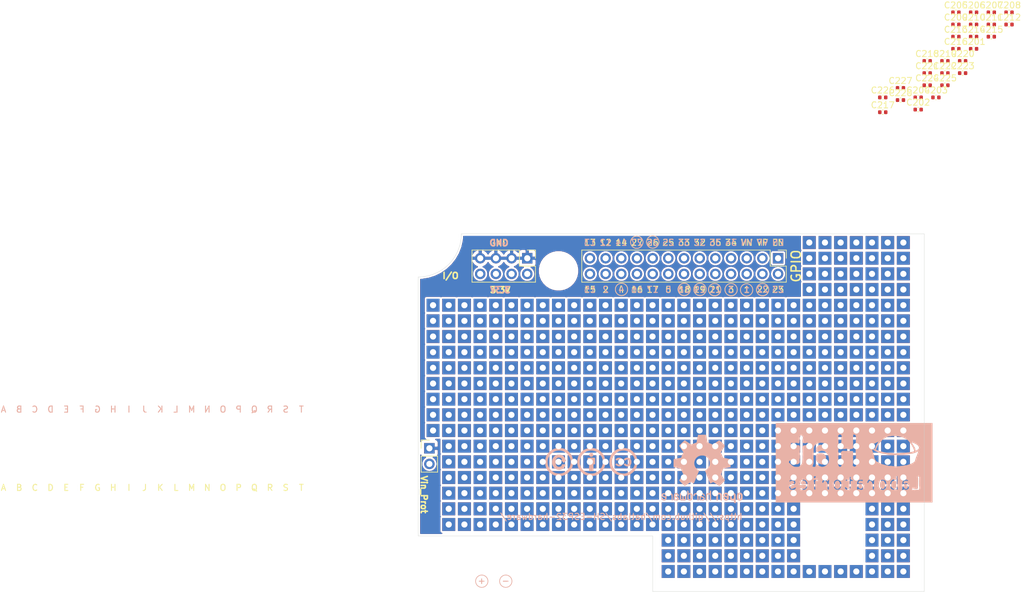
<source format=kicad_pcb>
(kicad_pcb (version 20171130) (host pcbnew "(5.1.8-0-10_14)")
  (title_block (title "Sailor Hat for ESP32") (rev 0.1.0) (company "Hat Laboratories") (comment 1 https://creativecommons.org/licenses/by-sa/4.0) (comment 2 "To view a copy of this license, visit ") (comment 3 "Sailor Hat for ESP32 is licensed under CC BY-SA 4.0."))
  (layers (0 F.Cu signal) (1 In1.Cu power) (2 In2.Cu power) (31 B.Cu signal) (34 B.Paste user) (35 F.Paste user) (36 B.SilkS user hide) (37 F.SilkS user) (38 B.Mask user hide) (39 F.Mask user hide) (44 Edge.Cuts user))
  (net 0 "")
  (net 1 GND)
  (net 2 +3V3)
  (net 3 "Net-(J201-Pad26)")
  (net 4 "Net-(J201-Pad25)")
  (net 5 "Net-(J201-Pad24)")
  (net 6 "Net-(J201-Pad23)")
  (net 7 "Net-(J201-Pad22)")
  (net 8 "Net-(J201-Pad21)")
  (net 9 "Net-(J201-Pad20)")
  (net 10 "Net-(J201-Pad19)")
  (net 11 "Net-(J201-Pad18)")
  (net 12 "Net-(J201-Pad17)")
  (net 13 "Net-(J201-Pad16)")
  (net 14 "Net-(J201-Pad15)")
  (net 15 "Net-(J201-Pad14)")
  (net 16 "Net-(J201-Pad13)")
  (net 17 "Net-(J201-Pad12)")
  (net 18 "Net-(J201-Pad11)")
  (net 19 "Net-(J201-Pad10)")
  (net 20 "Net-(J201-Pad9)")
  (net 21 "Net-(J201-Pad8)")
  (net 22 "Net-(J201-Pad7)")
  (net 23 "Net-(J201-Pad6)")
  (net 24 "Net-(J201-Pad5)")
  (net 25 "Net-(J201-Pad4)")
  (net 26 "Net-(J201-Pad3)")
  (net 27 "Net-(J201-Pad2)")
  (net 28 "Net-(J201-Pad1)")
  (net 29 /PCB/Vin_protected)
  (module SH-ESP32:THTPad_2.1x2.1mm_Drill1.0mm (layer F.Cu) (at 162.536 101.594)
    (fp_text reference REF** hide)
    (fp_text value THTPad_2.1x2.1mm_Drill1.0mm hide)
    (pad 1 thru_hole rect (at 0 0) (size 2.1 2.1) (drill 1) (layers *.Cu *.Mask))
  )
  (module SH-ESP32:THTPad_2.1x2.1mm_Drill1.0mm (layer F.Cu) (at 167.616 101.594)
    (fp_text reference REF** hide)
    (fp_text value THTPad_2.1x2.1mm_Drill1.0mm hide)
    (pad 1 thru_hole rect (at 0 0) (size 2.1 2.1) (drill 1) (layers *.Cu *.Mask))
  )
  (module SH-ESP32:THTPad_2.1x2.1mm_Drill1.0mm (layer F.Cu) (at 165.076 101.594)
    (fp_text reference REF** hide)
    (fp_text value THTPad_2.1x2.1mm_Drill1.0mm hide)
    (pad 1 thru_hole rect (at 0 0) (size 2.1 2.1) (drill 1) (layers *.Cu *.Mask))
  )
  (module SH-ESP32:THTPad_2.1x2.1mm_Drill1.0mm (layer F.Cu) (at 167.616 106.674)
    (fp_text reference REF** hide)
    (fp_text value THTPad_2.1x2.1mm_Drill1.0mm hide)
    (pad 1 thru_hole rect (at 0 0) (size 2.1 2.1) (drill 1) (layers *.Cu *.Mask))
  )
  (module SH-ESP32:THTPad_2.1x2.1mm_Drill1.0mm (layer F.Cu) (at 162.536 106.674)
    (fp_text reference REF** hide)
    (fp_text value THTPad_2.1x2.1mm_Drill1.0mm hide)
    (pad 1 thru_hole rect (at 0 0) (size 2.1 2.1) (drill 1) (layers *.Cu *.Mask))
  )
  (module SH-ESP32:THTPad_2.1x2.1mm_Drill1.0mm (layer F.Cu) (at 165.076 106.674)
    (fp_text reference REF** hide)
    (fp_text value THTPad_2.1x2.1mm_Drill1.0mm hide)
    (pad 1 thru_hole rect (at 0 0) (size 2.1 2.1) (drill 1) (layers *.Cu *.Mask))
  )
  (module SH-ESP32:THTPad_2.1x2.1mm_Drill1.0mm (layer F.Cu) (at 167.616 104.134)
    (fp_text reference REF** hide)
    (fp_text value THTPad_2.1x2.1mm_Drill1.0mm hide)
    (pad 1 thru_hole rect (at 0 0) (size 2.1 2.1) (drill 1) (layers *.Cu *.Mask))
  )
  (module SH-ESP32:THTPad_2.1x2.1mm_Drill1.0mm (layer F.Cu) (at 162.536 104.134)
    (fp_text reference REF** hide)
    (fp_text value THTPad_2.1x2.1mm_Drill1.0mm hide)
    (pad 1 thru_hole rect (at 0 0) (size 2.1 2.1) (drill 1) (layers *.Cu *.Mask))
  )
  (module SH-ESP32:THTPad_2.1x2.1mm_Drill1.0mm (layer F.Cu) (at 165.076 104.134)
    (fp_text reference REF** hide)
    (fp_text value THTPad_2.1x2.1mm_Drill1.0mm hide)
    (pad 1 thru_hole rect (at 0 0) (size 2.1 2.1) (drill 1) (layers *.Cu *.Mask))
  )
  (module SH-ESP32:THTPad_2.1x2.1mm_Drill1.0mm (layer F.Cu) (at 167.616 109.214)
    (fp_text reference REF** hide)
    (fp_text value THTPad_2.1x2.1mm_Drill1.0mm hide)
    (pad 1 thru_hole rect (at 0 0) (size 2.1 2.1) (drill 1) (layers *.Cu *.Mask))
  )
  (module SH-ESP32:THTPad_2.1x2.1mm_Drill1.0mm (layer F.Cu) (at 162.536 109.214)
    (fp_text reference REF** hide)
    (fp_text value THTPad_2.1x2.1mm_Drill1.0mm hide)
    (pad 1 thru_hole rect (at 0 0) (size 2.1 2.1) (drill 1) (layers *.Cu *.Mask))
  )
  (module SH-ESP32:THTPad_2.1x2.1mm_Drill1.0mm (layer F.Cu) (at 165.076 109.214)
    (fp_text reference REF** hide)
    (fp_text value THTPad_2.1x2.1mm_Drill1.0mm hide)
    (pad 1 thru_hole rect (at 0 0) (size 2.1 2.1) (drill 1) (layers *.Cu *.Mask))
  )
  (module SH-ESP32:THTPad_2.1x2.1mm_Drill1.0mm (layer F.Cu) (at 149.836 109.214)
    (fp_text reference REF** hide)
    (fp_text value THTPad_2.1x2.1mm_Drill1.0mm hide)
    (pad 1 thru_hole rect (at 0 0) (size 2.1 2.1) (drill 1) (layers *.Cu *.Mask))
  )
  (module SH-ESP32:THTPad_2.1x2.1mm_Drill1.0mm (layer F.Cu) (at 149.836 106.674)
    (fp_text reference REF** hide)
    (fp_text value THTPad_2.1x2.1mm_Drill1.0mm hide)
    (pad 1 thru_hole rect (at 0 0) (size 2.1 2.1) (drill 1) (layers *.Cu *.Mask))
  )
  (module SH-ESP32:THTPad_2.1x2.1mm_Drill1.0mm (layer F.Cu) (at 149.836 104.134)
    (fp_text reference REF** hide)
    (fp_text value THTPad_2.1x2.1mm_Drill1.0mm hide)
    (pad 1 thru_hole rect (at 0 0) (size 2.1 2.1) (drill 1) (layers *.Cu *.Mask))
  )
  (module SH-ESP32:THTPad_2.1x2.1mm_Drill1.0mm (layer F.Cu) (at 149.836 101.594)
    (fp_text reference REF** hide)
    (fp_text value THTPad_2.1x2.1mm_Drill1.0mm hide)
    (pad 1 thru_hole rect (at 0 0) (size 2.1 2.1) (drill 1) (layers *.Cu *.Mask))
  )
  (module SH-ESP32:THTPad_2.1x2.1mm_Drill1.0mm (layer F.Cu) (at 167.616 111.754)
    (fp_text reference REF** hide)
    (fp_text value THTPad_2.1x2.1mm_Drill1.0mm hide)
    (pad 1 thru_hole rect (at 0 0) (size 2.1 2.1) (drill 1) (layers *.Cu *.Mask))
  )
  (module SH-ESP32:THTPad_2.1x2.1mm_Drill1.0mm (layer F.Cu) (at 157.456 111.754)
    (fp_text reference REF** hide)
    (fp_text value THTPad_2.1x2.1mm_Drill1.0mm hide)
    (pad 1 thru_hole rect (at 0 0) (size 2.1 2.1) (drill 1) (layers *.Cu *.Mask))
  )
  (module SH-ESP32:THTPad_2.1x2.1mm_Drill1.0mm (layer F.Cu) (at 162.536 111.754)
    (fp_text reference REF** hide)
    (fp_text value THTPad_2.1x2.1mm_Drill1.0mm hide)
    (pad 1 thru_hole rect (at 0 0) (size 2.1 2.1) (drill 1) (layers *.Cu *.Mask))
  )
  (module SH-ESP32:THTPad_2.1x2.1mm_Drill1.0mm (layer F.Cu) (at 159.996 111.754)
    (fp_text reference REF** hide)
    (fp_text value THTPad_2.1x2.1mm_Drill1.0mm hide)
    (pad 1 thru_hole rect (at 0 0) (size 2.1 2.1) (drill 1) (layers *.Cu *.Mask))
  )
  (module SH-ESP32:THTPad_2.1x2.1mm_Drill1.0mm (layer F.Cu) (at 149.836 111.754)
    (fp_text reference REF** hide)
    (fp_text value THTPad_2.1x2.1mm_Drill1.0mm hide)
    (pad 1 thru_hole rect (at 0 0) (size 2.1 2.1) (drill 1) (layers *.Cu *.Mask))
  )
  (module SH-ESP32:THTPad_2.1x2.1mm_Drill1.0mm (layer F.Cu) (at 165.076 111.754)
    (fp_text reference REF** hide)
    (fp_text value THTPad_2.1x2.1mm_Drill1.0mm hide)
    (pad 1 thru_hole rect (at 0 0) (size 2.1 2.1) (drill 1) (layers *.Cu *.Mask))
  )
  (module SH-ESP32:THTPad_2.1x2.1mm_Drill1.0mm (layer F.Cu) (at 152.376 111.754)
    (fp_text reference REF** hide)
    (fp_text value THTPad_2.1x2.1mm_Drill1.0mm hide)
    (pad 1 thru_hole rect (at 0 0) (size 2.1 2.1) (drill 1) (layers *.Cu *.Mask))
  )
  (module SH-ESP32:THTPad_2.1x2.1mm_Drill1.0mm (layer F.Cu) (at 154.916 111.754)
    (fp_text reference REF** hide)
    (fp_text value THTPad_2.1x2.1mm_Drill1.0mm hide)
    (pad 1 thru_hole rect (at 0 0) (size 2.1 2.1) (drill 1) (layers *.Cu *.Mask))
  )
  (module SH-ESP32:THTPad_2.1x2.1mm_Drill1.0mm (layer F.Cu) (at 167.616 66.034)
    (fp_text reference REF** hide)
    (fp_text value THTPad_2.1x2.1mm_Drill1.0mm hide)
    (pad 1 thru_hole rect (at 0 0) (size 2.1 2.1) (drill 1) (layers *.Cu *.Mask))
  )
  (module SH-ESP32:THTPad_2.1x2.1mm_Drill1.0mm (layer F.Cu) (at 165.076 58.414)
    (fp_text reference REF** hide)
    (fp_text value THTPad_2.1x2.1mm_Drill1.0mm hide)
    (pad 1 thru_hole rect (at 0 0) (size 2.1 2.1) (drill 1) (layers *.Cu *.Mask))
  )
  (module SH-ESP32:THTPad_2.1x2.1mm_Drill1.0mm (layer F.Cu) (at 167.616 60.954)
    (fp_text reference REF** hide)
    (fp_text value THTPad_2.1x2.1mm_Drill1.0mm hide)
    (pad 1 thru_hole rect (at 0 0) (size 2.1 2.1) (drill 1) (layers *.Cu *.Mask))
  )
  (module SH-ESP32:THTPad_2.1x2.1mm_Drill1.0mm (layer F.Cu) (at 167.616 58.414)
    (fp_text reference REF** hide)
    (fp_text value THTPad_2.1x2.1mm_Drill1.0mm hide)
    (pad 1 thru_hole rect (at 0 0) (size 2.1 2.1) (drill 1) (layers *.Cu *.Mask))
  )
  (module SH-ESP32:THTPad_2.1x2.1mm_Drill1.0mm (layer F.Cu) (at 162.536 58.414)
    (fp_text reference REF** hide)
    (fp_text value THTPad_2.1x2.1mm_Drill1.0mm hide)
    (pad 1 thru_hole rect (at 0 0) (size 2.1 2.1) (drill 1) (layers *.Cu *.Mask))
  )
  (module SH-ESP32:THTPad_2.1x2.1mm_Drill1.0mm (layer F.Cu) (at 154.916 58.414)
    (fp_text reference REF** hide)
    (fp_text value THTPad_2.1x2.1mm_Drill1.0mm hide)
    (pad 1 thru_hole rect (at 0 0) (size 2.1 2.1) (drill 1) (layers *.Cu *.Mask))
  )
  (module SH-ESP32:THTPad_2.1x2.1mm_Drill1.0mm (layer F.Cu) (at 157.456 58.414)
    (fp_text reference REF** hide)
    (fp_text value THTPad_2.1x2.1mm_Drill1.0mm hide)
    (pad 1 thru_hole rect (at 0 0) (size 2.1 2.1) (drill 1) (layers *.Cu *.Mask))
  )
  (module SH-ESP32:THTPad_2.1x2.1mm_Drill1.0mm (layer F.Cu) (at 157.456 66.034)
    (fp_text reference REF** hide)
    (fp_text value THTPad_2.1x2.1mm_Drill1.0mm hide)
    (pad 1 thru_hole rect (at 0 0) (size 2.1 2.1) (drill 1) (layers *.Cu *.Mask))
  )
  (module SH-ESP32:THTPad_2.1x2.1mm_Drill1.0mm (layer F.Cu) (at 159.996 66.034)
    (fp_text reference REF** hide)
    (fp_text value THTPad_2.1x2.1mm_Drill1.0mm hide)
    (pad 1 thru_hole rect (at 0 0) (size 2.1 2.1) (drill 1) (layers *.Cu *.Mask))
  )
  (module SH-ESP32:THTPad_2.1x2.1mm_Drill1.0mm (layer F.Cu) (at 159.996 58.414)
    (fp_text reference REF** hide)
    (fp_text value THTPad_2.1x2.1mm_Drill1.0mm hide)
    (pad 1 thru_hole rect (at 0 0) (size 2.1 2.1) (drill 1) (layers *.Cu *.Mask))
  )
  (module SH-ESP32:THTPad_2.1x2.1mm_Drill1.0mm (layer F.Cu) (at 152.376 58.414)
    (fp_text reference REF** hide)
    (fp_text value THTPad_2.1x2.1mm_Drill1.0mm hide)
    (pad 1 thru_hole rect (at 0 0) (size 2.1 2.1) (drill 1) (layers *.Cu *.Mask))
  )
  (module SH-ESP32:THTPad_2.1x2.1mm_Drill1.0mm (layer F.Cu) (at 167.616 63.494)
    (fp_text reference REF** hide)
    (fp_text value THTPad_2.1x2.1mm_Drill1.0mm hide)
    (pad 1 thru_hole rect (at 0 0) (size 2.1 2.1) (drill 1) (layers *.Cu *.Mask))
  )
  (module SH-ESP32:THTPad_2.1x2.1mm_Drill1.0mm (layer F.Cu) (at 152.376 60.954)
    (fp_text reference REF** hide)
    (fp_text value THTPad_2.1x2.1mm_Drill1.0mm hide)
    (pad 1 thru_hole rect (at 0 0) (size 2.1 2.1) (drill 1) (layers *.Cu *.Mask))
  )
  (module SH-ESP32:THTPad_2.1x2.1mm_Drill1.0mm (layer F.Cu) (at 152.376 63.494)
    (fp_text reference REF** hide)
    (fp_text value THTPad_2.1x2.1mm_Drill1.0mm hide)
    (pad 1 thru_hole rect (at 0 0) (size 2.1 2.1) (drill 1) (layers *.Cu *.Mask))
  )
  (module SH-ESP32:THTPad_2.1x2.1mm_Drill1.0mm (layer F.Cu) (at 165.076 66.034)
    (fp_text reference REF** hide)
    (fp_text value THTPad_2.1x2.1mm_Drill1.0mm hide)
    (pad 1 thru_hole rect (at 0 0) (size 2.1 2.1) (drill 1) (layers *.Cu *.Mask))
  )
  (module SH-ESP32:THTPad_2.1x2.1mm_Drill1.0mm (layer F.Cu) (at 165.076 60.954)
    (fp_text reference REF** hide)
    (fp_text value THTPad_2.1x2.1mm_Drill1.0mm hide)
    (pad 1 thru_hole rect (at 0 0) (size 2.1 2.1) (drill 1) (layers *.Cu *.Mask))
  )
  (module SH-ESP32:THTPad_2.1x2.1mm_Drill1.0mm (layer F.Cu) (at 165.076 63.494)
    (fp_text reference REF** hide)
    (fp_text value THTPad_2.1x2.1mm_Drill1.0mm hide)
    (pad 1 thru_hole rect (at 0 0) (size 2.1 2.1) (drill 1) (layers *.Cu *.Mask))
  )
  (module SH-ESP32:THTPad_2.1x2.1mm_Drill1.0mm (layer F.Cu) (at 162.536 60.954)
    (fp_text reference REF** hide)
    (fp_text value THTPad_2.1x2.1mm_Drill1.0mm hide)
    (pad 1 thru_hole rect (at 0 0) (size 2.1 2.1) (drill 1) (layers *.Cu *.Mask))
  )
  (module SH-ESP32:THTPad_2.1x2.1mm_Drill1.0mm (layer F.Cu) (at 162.536 63.494)
    (fp_text reference REF** hide)
    (fp_text value THTPad_2.1x2.1mm_Drill1.0mm hide)
    (pad 1 thru_hole rect (at 0 0) (size 2.1 2.1) (drill 1) (layers *.Cu *.Mask))
  )
  (module SH-ESP32:THTPad_2.1x2.1mm_Drill1.0mm (layer F.Cu) (at 162.536 66.034)
    (fp_text reference REF** hide)
    (fp_text value THTPad_2.1x2.1mm_Drill1.0mm hide)
    (pad 1 thru_hole rect (at 0 0) (size 2.1 2.1) (drill 1) (layers *.Cu *.Mask))
  )
  (module SH-ESP32:THTPad_2.1x2.1mm_Drill1.0mm (layer F.Cu) (at 159.996 60.954)
    (fp_text reference REF** hide)
    (fp_text value THTPad_2.1x2.1mm_Drill1.0mm hide)
    (pad 1 thru_hole rect (at 0 0) (size 2.1 2.1) (drill 1) (layers *.Cu *.Mask))
  )
  (module SH-ESP32:THTPad_2.1x2.1mm_Drill1.0mm (layer F.Cu) (at 159.996 63.494)
    (fp_text reference REF** hide)
    (fp_text value THTPad_2.1x2.1mm_Drill1.0mm hide)
    (pad 1 thru_hole rect (at 0 0) (size 2.1 2.1) (drill 1) (layers *.Cu *.Mask))
  )
  (module SH-ESP32:THTPad_2.1x2.1mm_Drill1.0mm (layer F.Cu) (at 157.456 60.954)
    (fp_text reference REF** hide)
    (fp_text value THTPad_2.1x2.1mm_Drill1.0mm hide)
    (pad 1 thru_hole rect (at 0 0) (size 2.1 2.1) (drill 1) (layers *.Cu *.Mask))
  )
  (module SH-ESP32:THTPad_2.1x2.1mm_Drill1.0mm (layer F.Cu) (at 157.456 63.494)
    (fp_text reference REF** hide)
    (fp_text value THTPad_2.1x2.1mm_Drill1.0mm hide)
    (pad 1 thru_hole rect (at 0 0) (size 2.1 2.1) (drill 1) (layers *.Cu *.Mask))
  )
  (module SH-ESP32:THTPad_2.1x2.1mm_Drill1.0mm (layer F.Cu) (at 154.916 60.954)
    (fp_text reference REF** hide)
    (fp_text value THTPad_2.1x2.1mm_Drill1.0mm hide)
    (pad 1 thru_hole rect (at 0 0) (size 2.1 2.1) (drill 1) (layers *.Cu *.Mask))
  )
  (module SH-ESP32:THTPad_2.1x2.1mm_Drill1.0mm (layer F.Cu) (at 152.376 66.034)
    (fp_text reference REF** hide)
    (fp_text value THTPad_2.1x2.1mm_Drill1.0mm hide)
    (pad 1 thru_hole rect (at 0 0) (size 2.1 2.1) (drill 1) (layers *.Cu *.Mask))
  )
  (module SH-ESP32:THTPad_2.1x2.1mm_Drill1.0mm (layer F.Cu) (at 154.916 66.034)
    (fp_text reference REF** hide)
    (fp_text value THTPad_2.1x2.1mm_Drill1.0mm hide)
    (pad 1 thru_hole rect (at 0 0) (size 2.1 2.1) (drill 1) (layers *.Cu *.Mask))
  )
  (module SH-ESP32:THTPad_2.1x2.1mm_Drill1.0mm (layer F.Cu) (at 154.916 63.494)
    (fp_text reference REF** hide)
    (fp_text value THTPad_2.1x2.1mm_Drill1.0mm hide)
    (pad 1 thru_hole rect (at 0 0) (size 2.1 2.1) (drill 1) (layers *.Cu *.Mask))
  )
  (module SH-ESP32:THTPad_2.1x2.1mm_Drill1.0mm (layer F.Cu) (at 96.496 104.134)
    (fp_text reference REF** hide)
    (fp_text value THTPad_2.1x2.1mm_Drill1.0mm hide)
    (pad 1 thru_hole rect (at 0 0) (size 2.1 2.1) (drill 1) (layers *.Cu *.Mask))
  )
  (module SH-ESP32:THTPad_2.1x2.1mm_Drill1.0mm (layer F.Cu) (at 93.956 104.134)
    (fp_text reference REF** hide)
    (fp_text value THTPad_2.1x2.1mm_Drill1.0mm hide)
    (pad 1 thru_hole rect (at 0 0) (size 2.1 2.1) (drill 1) (layers *.Cu *.Mask))
  )
  (module SH-ESP32:THTPad_2.1x2.1mm_Drill1.0mm (layer F.Cu) (at 124.436 104.134)
    (fp_text reference REF** hide)
    (fp_text value THTPad_2.1x2.1mm_Drill1.0mm hide)
    (pad 1 thru_hole rect (at 0 0) (size 2.1 2.1) (drill 1) (layers *.Cu *.Mask))
  )
  (module SH-ESP32:THTPad_2.1x2.1mm_Drill1.0mm (layer F.Cu) (at 116.816 104.134)
    (fp_text reference REF** hide)
    (fp_text value THTPad_2.1x2.1mm_Drill1.0mm hide)
    (pad 1 thru_hole rect (at 0 0) (size 2.1 2.1) (drill 1) (layers *.Cu *.Mask))
  )
  (module SH-ESP32:THTPad_2.1x2.1mm_Drill1.0mm (layer F.Cu) (at 114.276 104.134)
    (fp_text reference REF** hide)
    (fp_text value THTPad_2.1x2.1mm_Drill1.0mm hide)
    (pad 1 thru_hole rect (at 0 0) (size 2.1 2.1) (drill 1) (layers *.Cu *.Mask))
  )
  (module SH-ESP32:THTPad_2.1x2.1mm_Drill1.0mm (layer F.Cu) (at 106.656 104.134)
    (fp_text reference REF** hide)
    (fp_text value THTPad_2.1x2.1mm_Drill1.0mm hide)
    (pad 1 thru_hole rect (at 0 0) (size 2.1 2.1) (drill 1) (layers *.Cu *.Mask))
  )
  (module SH-ESP32:THTPad_2.1x2.1mm_Drill1.0mm (layer F.Cu) (at 119.356 104.134)
    (fp_text reference REF** hide)
    (fp_text value THTPad_2.1x2.1mm_Drill1.0mm hide)
    (pad 1 thru_hole rect (at 0 0) (size 2.1 2.1) (drill 1) (layers *.Cu *.Mask))
  )
  (module SH-ESP32:THTPad_2.1x2.1mm_Drill1.0mm (layer F.Cu) (at 126.976 104.134)
    (fp_text reference REF** hide)
    (fp_text value THTPad_2.1x2.1mm_Drill1.0mm hide)
    (pad 1 thru_hole rect (at 0 0) (size 2.1 2.1) (drill 1) (layers *.Cu *.Mask))
  )
  (module SH-ESP32:THTPad_2.1x2.1mm_Drill1.0mm (layer F.Cu) (at 111.736 104.134)
    (fp_text reference REF** hide)
    (fp_text value THTPad_2.1x2.1mm_Drill1.0mm hide)
    (pad 1 thru_hole rect (at 0 0) (size 2.1 2.1) (drill 1) (layers *.Cu *.Mask))
  )
  (module SH-ESP32:THTPad_2.1x2.1mm_Drill1.0mm (layer F.Cu) (at 109.196 104.134)
    (fp_text reference REF** hide)
    (fp_text value THTPad_2.1x2.1mm_Drill1.0mm hide)
    (pad 1 thru_hole rect (at 0 0) (size 2.1 2.1) (drill 1) (layers *.Cu *.Mask))
  )
  (module SH-ESP32:THTPad_2.1x2.1mm_Drill1.0mm (layer F.Cu) (at 121.896 104.134)
    (fp_text reference REF** hide)
    (fp_text value THTPad_2.1x2.1mm_Drill1.0mm hide)
    (pad 1 thru_hole rect (at 0 0) (size 2.1 2.1) (drill 1) (layers *.Cu *.Mask))
  )
  (module SH-ESP32:THTPad_2.1x2.1mm_Drill1.0mm (layer F.Cu) (at 101.576 104.134)
    (fp_text reference REF** hide)
    (fp_text value THTPad_2.1x2.1mm_Drill1.0mm hide)
    (pad 1 thru_hole rect (at 0 0) (size 2.1 2.1) (drill 1) (layers *.Cu *.Mask))
  )
  (module SH-ESP32:THTPad_2.1x2.1mm_Drill1.0mm (layer F.Cu) (at 104.116 104.134)
    (fp_text reference REF** hide)
    (fp_text value THTPad_2.1x2.1mm_Drill1.0mm hide)
    (pad 1 thru_hole rect (at 0 0) (size 2.1 2.1) (drill 1) (layers *.Cu *.Mask))
  )
  (module SH-ESP32:THTPad_2.1x2.1mm_Drill1.0mm (layer F.Cu) (at 99.036 104.134)
    (fp_text reference REF** hide)
    (fp_text value THTPad_2.1x2.1mm_Drill1.0mm hide)
    (pad 1 thru_hole rect (at 0 0) (size 2.1 2.1) (drill 1) (layers *.Cu *.Mask))
  )
  (module SH-ESP32:THTPad_2.1x2.1mm_Drill1.0mm (layer F.Cu) (at 96.496 93.974)
    (fp_text reference REF** hide)
    (fp_text value THTPad_2.1x2.1mm_Drill1.0mm hide)
    (pad 1 thru_hole rect (at 0 0) (size 2.1 2.1) (drill 1) (layers *.Cu *.Mask))
  )
  (module SH-ESP32:THTPad_2.1x2.1mm_Drill1.0mm (layer F.Cu) (at 96.496 96.514)
    (fp_text reference REF** hide)
    (fp_text value THTPad_2.1x2.1mm_Drill1.0mm hide)
    (pad 1 thru_hole rect (at 0 0) (size 2.1 2.1) (drill 1) (layers *.Cu *.Mask))
  )
  (module SH-ESP32:THTPad_2.1x2.1mm_Drill1.0mm (layer F.Cu) (at 96.496 91.434)
    (fp_text reference REF** hide)
    (fp_text value THTPad_2.1x2.1mm_Drill1.0mm hide)
    (pad 1 thru_hole rect (at 0 0) (size 2.1 2.1) (drill 1) (layers *.Cu *.Mask))
  )
  (module SH-ESP32:THTPad_2.1x2.1mm_Drill1.0mm (layer F.Cu) (at 93.956 91.434)
    (fp_text reference REF** hide)
    (fp_text value THTPad_2.1x2.1mm_Drill1.0mm hide)
    (pad 1 thru_hole rect (at 0 0) (size 2.1 2.1) (drill 1) (layers *.Cu *.Mask))
  )
  (module SH-ESP32:THTPad_2.1x2.1mm_Drill1.0mm (layer F.Cu) (at 96.496 99.054)
    (fp_text reference REF** hide)
    (fp_text value THTPad_2.1x2.1mm_Drill1.0mm hide)
    (pad 1 thru_hole rect (at 0 0) (size 2.1 2.1) (drill 1) (layers *.Cu *.Mask))
  )
  (module SH-ESP32:THTPad_2.1x2.1mm_Drill1.0mm (layer F.Cu) (at 93.956 99.054)
    (fp_text reference REF** hide)
    (fp_text value THTPad_2.1x2.1mm_Drill1.0mm hide)
    (pad 1 thru_hole rect (at 0 0) (size 2.1 2.1) (drill 1) (layers *.Cu *.Mask))
  )
  (module SH-ESP32:THTPad_2.1x2.1mm_Drill1.0mm (layer F.Cu) (at 93.956 93.974)
    (fp_text reference REF** hide)
    (fp_text value THTPad_2.1x2.1mm_Drill1.0mm hide)
    (pad 1 thru_hole rect (at 0 0) (size 2.1 2.1) (drill 1) (layers *.Cu *.Mask))
  )
  (module SH-ESP32:THTPad_2.1x2.1mm_Drill1.0mm (layer F.Cu) (at 93.956 96.514)
    (fp_text reference REF** hide)
    (fp_text value THTPad_2.1x2.1mm_Drill1.0mm hide)
    (pad 1 thru_hole rect (at 0 0) (size 2.1 2.1) (drill 1) (layers *.Cu *.Mask))
  )
  (module SH-ESP32:THTPad_2.1x2.1mm_Drill1.0mm (layer F.Cu) (at 96.496 101.594)
    (fp_text reference REF** hide)
    (fp_text value THTPad_2.1x2.1mm_Drill1.0mm hide)
    (pad 1 thru_hole rect (at 0 0) (size 2.1 2.1) (drill 1) (layers *.Cu *.Mask))
  )
  (module SH-ESP32:THTPad_2.1x2.1mm_Drill1.0mm (layer F.Cu) (at 93.956 101.594)
    (fp_text reference REF** hide)
    (fp_text value THTPad_2.1x2.1mm_Drill1.0mm hide)
    (pad 1 thru_hole rect (at 0 0) (size 2.1 2.1) (drill 1) (layers *.Cu *.Mask))
  )
  (module SH-ESP32:THTPad_2.1x2.1mm_Drill1.0mm (layer F.Cu) (at 93.956 68.574)
    (fp_text reference REF** hide)
    (fp_text value THTPad_2.1x2.1mm_Drill1.0mm hide)
    (pad 1 thru_hole rect (at 0 0) (size 2.1 2.1) (drill 1) (layers *.Cu *.Mask))
  )
  (module SH-ESP32:THTPad_2.1x2.1mm_Drill1.0mm (layer F.Cu) (at 91.416 68.574)
    (fp_text reference REF** hide)
    (fp_text value THTPad_2.1x2.1mm_Drill1.0mm hide)
    (pad 1 thru_hole rect (at 0 0) (size 2.1 2.1) (drill 1) (layers *.Cu *.Mask))
  )
  (module SH-ESP32:THTPad_2.1x2.1mm_Drill1.0mm (layer F.Cu) (at 96.496 68.574)
    (fp_text reference REF** hide)
    (fp_text value THTPad_2.1x2.1mm_Drill1.0mm hide)
    (pad 1 thru_hole rect (at 0 0) (size 2.1 2.1) (drill 1) (layers *.Cu *.Mask))
  )
  (module SH-ESP32:THTPad_2.1x2.1mm_Drill1.0mm (layer F.Cu) (at 93.956 83.814)
    (fp_text reference REF** hide)
    (fp_text value THTPad_2.1x2.1mm_Drill1.0mm hide)
    (pad 1 thru_hole rect (at 0 0) (size 2.1 2.1) (drill 1) (layers *.Cu *.Mask))
  )
  (module SH-ESP32:THTPad_2.1x2.1mm_Drill1.0mm (layer F.Cu) (at 96.496 83.814)
    (fp_text reference REF** hide)
    (fp_text value THTPad_2.1x2.1mm_Drill1.0mm hide)
    (pad 1 thru_hole rect (at 0 0) (size 2.1 2.1) (drill 1) (layers *.Cu *.Mask))
  )
  (module SH-ESP32:THTPad_2.1x2.1mm_Drill1.0mm (layer F.Cu) (at 91.416 83.814)
    (fp_text reference REF** hide)
    (fp_text value THTPad_2.1x2.1mm_Drill1.0mm hide)
    (pad 1 thru_hole rect (at 0 0) (size 2.1 2.1) (drill 1) (layers *.Cu *.Mask))
  )
  (module SH-ESP32:THTPad_2.1x2.1mm_Drill1.0mm (layer F.Cu) (at 96.496 71.114)
    (fp_text reference REF** hide)
    (fp_text value THTPad_2.1x2.1mm_Drill1.0mm hide)
    (pad 1 thru_hole rect (at 0 0) (size 2.1 2.1) (drill 1) (layers *.Cu *.Mask))
  )
  (module SH-ESP32:THTPad_2.1x2.1mm_Drill1.0mm (layer F.Cu) (at 96.496 76.194)
    (fp_text reference REF** hide)
    (fp_text value THTPad_2.1x2.1mm_Drill1.0mm hide)
    (pad 1 thru_hole rect (at 0 0) (size 2.1 2.1) (drill 1) (layers *.Cu *.Mask))
  )
  (module SH-ESP32:THTPad_2.1x2.1mm_Drill1.0mm (layer F.Cu) (at 91.416 71.114)
    (fp_text reference REF** hide)
    (fp_text value THTPad_2.1x2.1mm_Drill1.0mm hide)
    (pad 1 thru_hole rect (at 0 0) (size 2.1 2.1) (drill 1) (layers *.Cu *.Mask))
  )
  (module SH-ESP32:THTPad_2.1x2.1mm_Drill1.0mm (layer F.Cu) (at 91.416 81.274)
    (fp_text reference REF** hide)
    (fp_text value THTPad_2.1x2.1mm_Drill1.0mm hide)
    (pad 1 thru_hole rect (at 0 0) (size 2.1 2.1) (drill 1) (layers *.Cu *.Mask))
  )
  (module SH-ESP32:THTPad_2.1x2.1mm_Drill1.0mm (layer F.Cu) (at 91.416 76.194)
    (fp_text reference REF** hide)
    (fp_text value THTPad_2.1x2.1mm_Drill1.0mm hide)
    (pad 1 thru_hole rect (at 0 0) (size 2.1 2.1) (drill 1) (layers *.Cu *.Mask))
  )
  (module SH-ESP32:THTPad_2.1x2.1mm_Drill1.0mm (layer F.Cu) (at 91.416 78.734)
    (fp_text reference REF** hide)
    (fp_text value THTPad_2.1x2.1mm_Drill1.0mm hide)
    (pad 1 thru_hole rect (at 0 0) (size 2.1 2.1) (drill 1) (layers *.Cu *.Mask))
  )
  (module SH-ESP32:THTPad_2.1x2.1mm_Drill1.0mm (layer F.Cu) (at 93.956 76.194)
    (fp_text reference REF** hide)
    (fp_text value THTPad_2.1x2.1mm_Drill1.0mm hide)
    (pad 1 thru_hole rect (at 0 0) (size 2.1 2.1) (drill 1) (layers *.Cu *.Mask))
  )
  (module SH-ESP32:THTPad_2.1x2.1mm_Drill1.0mm (layer F.Cu) (at 93.956 78.734)
    (fp_text reference REF** hide)
    (fp_text value THTPad_2.1x2.1mm_Drill1.0mm hide)
    (pad 1 thru_hole rect (at 0 0) (size 2.1 2.1) (drill 1) (layers *.Cu *.Mask))
  )
  (module SH-ESP32:THTPad_2.1x2.1mm_Drill1.0mm (layer F.Cu) (at 93.956 71.114)
    (fp_text reference REF** hide)
    (fp_text value THTPad_2.1x2.1mm_Drill1.0mm hide)
    (pad 1 thru_hole rect (at 0 0) (size 2.1 2.1) (drill 1) (layers *.Cu *.Mask))
  )
  (module SH-ESP32:THTPad_2.1x2.1mm_Drill1.0mm (layer F.Cu) (at 93.956 73.654)
    (fp_text reference REF** hide)
    (fp_text value THTPad_2.1x2.1mm_Drill1.0mm hide)
    (pad 1 thru_hole rect (at 0 0) (size 2.1 2.1) (drill 1) (layers *.Cu *.Mask))
  )
  (module SH-ESP32:THTPad_2.1x2.1mm_Drill1.0mm (layer F.Cu) (at 91.416 73.654)
    (fp_text reference REF** hide)
    (fp_text value THTPad_2.1x2.1mm_Drill1.0mm hide)
    (pad 1 thru_hole rect (at 0 0) (size 2.1 2.1) (drill 1) (layers *.Cu *.Mask))
  )
  (module SH-ESP32:THTPad_2.1x2.1mm_Drill1.0mm (layer F.Cu) (at 96.496 73.654)
    (fp_text reference REF** hide)
    (fp_text value THTPad_2.1x2.1mm_Drill1.0mm hide)
    (pad 1 thru_hole rect (at 0 0) (size 2.1 2.1) (drill 1) (layers *.Cu *.Mask))
  )
  (module SH-ESP32:THTPad_2.1x2.1mm_Drill1.0mm (layer F.Cu) (at 96.496 78.734)
    (fp_text reference REF** hide)
    (fp_text value THTPad_2.1x2.1mm_Drill1.0mm hide)
    (pad 1 thru_hole rect (at 0 0) (size 2.1 2.1) (drill 1) (layers *.Cu *.Mask))
  )
  (module SH-ESP32:THTPad_2.1x2.1mm_Drill1.0mm (layer F.Cu) (at 96.496 81.274)
    (fp_text reference REF** hide)
    (fp_text value THTPad_2.1x2.1mm_Drill1.0mm hide)
    (pad 1 thru_hole rect (at 0 0) (size 2.1 2.1) (drill 1) (layers *.Cu *.Mask))
  )
  (module SH-ESP32:THTPad_2.1x2.1mm_Drill1.0mm (layer F.Cu) (at 93.956 81.274)
    (fp_text reference REF** hide)
    (fp_text value THTPad_2.1x2.1mm_Drill1.0mm hide)
    (pad 1 thru_hole rect (at 0 0) (size 2.1 2.1) (drill 1) (layers *.Cu *.Mask))
  )
  (module SH-ESP32:THTPad_2.1x2.1mm_Drill1.0mm (layer F.Cu) (at 93.956 86.354)
    (fp_text reference REF** hide)
    (fp_text value THTPad_2.1x2.1mm_Drill1.0mm hide)
    (pad 1 thru_hole rect (at 0 0) (size 2.1 2.1) (drill 1) (layers *.Cu *.Mask))
  )
  (module SH-ESP32:THTPad_2.1x2.1mm_Drill1.0mm (layer F.Cu) (at 91.416 86.354)
    (fp_text reference REF** hide)
    (fp_text value THTPad_2.1x2.1mm_Drill1.0mm hide)
    (pad 1 thru_hole rect (at 0 0) (size 2.1 2.1) (drill 1) (layers *.Cu *.Mask))
  )
  (module SH-ESP32:THTPad_2.1x2.1mm_Drill1.0mm (layer F.Cu) (at 96.496 86.354)
    (fp_text reference REF** hide)
    (fp_text value THTPad_2.1x2.1mm_Drill1.0mm hide)
    (pad 1 thru_hole rect (at 0 0) (size 2.1 2.1) (drill 1) (layers *.Cu *.Mask))
  )
  (module SH-ESP32:THTPad_2.1x2.1mm_Drill1.0mm (layer F.Cu) (at 93.956 88.894)
    (fp_text reference REF** hide)
    (fp_text value THTPad_2.1x2.1mm_Drill1.0mm hide)
    (pad 1 thru_hole rect (at 0 0) (size 2.1 2.1) (drill 1) (layers *.Cu *.Mask))
  )
  (module SH-ESP32:THTPad_2.1x2.1mm_Drill1.0mm (layer F.Cu) (at 91.416 88.894)
    (fp_text reference REF** hide)
    (fp_text value THTPad_2.1x2.1mm_Drill1.0mm hide)
    (pad 1 thru_hole rect (at 0 0) (size 2.1 2.1) (drill 1) (layers *.Cu *.Mask))
  )
  (module SH-ESP32:THTPad_2.1x2.1mm_Drill1.0mm (layer F.Cu) (at 96.496 88.894)
    (fp_text reference REF** hide)
    (fp_text value THTPad_2.1x2.1mm_Drill1.0mm hide)
    (pad 1 thru_hole rect (at 0 0) (size 2.1 2.1) (drill 1) (layers *.Cu *.Mask))
  )
  (module SH-ESP32:THTPad_2.1x2.1mm_Drill1.0mm (layer F.Cu) (at 149.836 83.814)
    (fp_text reference REF** hide)
    (fp_text value THTPad_2.1x2.1mm_Drill1.0mm hide)
    (pad 1 thru_hole rect (at 0 0) (size 2.1 2.1) (drill 1) (layers *.Cu *.Mask))
  )
  (module SH-ESP32:THTPad_2.1x2.1mm_Drill1.0mm (layer F.Cu) (at 152.376 83.814)
    (fp_text reference REF** hide)
    (fp_text value THTPad_2.1x2.1mm_Drill1.0mm hide)
    (pad 1 thru_hole rect (at 0 0) (size 2.1 2.1) (drill 1) (layers *.Cu *.Mask))
  )
  (module SH-ESP32:THTPad_2.1x2.1mm_Drill1.0mm (layer F.Cu) (at 165.076 83.814)
    (fp_text reference REF** hide)
    (fp_text value THTPad_2.1x2.1mm_Drill1.0mm hide)
    (pad 1 thru_hole rect (at 0 0) (size 2.1 2.1) (drill 1) (layers *.Cu *.Mask))
  )
  (module SH-ESP32:THTPad_2.1x2.1mm_Drill1.0mm (layer F.Cu) (at 149.836 78.734)
    (fp_text reference REF** hide)
    (fp_text value THTPad_2.1x2.1mm_Drill1.0mm hide)
    (pad 1 thru_hole rect (at 0 0) (size 2.1 2.1) (drill 1) (layers *.Cu *.Mask))
  )
  (module SH-ESP32:THTPad_2.1x2.1mm_Drill1.0mm (layer F.Cu) (at 149.836 76.194)
    (fp_text reference REF** hide)
    (fp_text value THTPad_2.1x2.1mm_Drill1.0mm hide)
    (pad 1 thru_hole rect (at 0 0) (size 2.1 2.1) (drill 1) (layers *.Cu *.Mask))
  )
  (module SH-ESP32:THTPad_2.1x2.1mm_Drill1.0mm (layer F.Cu) (at 149.836 73.654)
    (fp_text reference REF** hide)
    (fp_text value THTPad_2.1x2.1mm_Drill1.0mm hide)
    (pad 1 thru_hole rect (at 0 0) (size 2.1 2.1) (drill 1) (layers *.Cu *.Mask))
  )
  (module SH-ESP32:THTPad_2.1x2.1mm_Drill1.0mm (layer F.Cu) (at 152.376 76.194)
    (fp_text reference REF** hide)
    (fp_text value THTPad_2.1x2.1mm_Drill1.0mm hide)
    (pad 1 thru_hole rect (at 0 0) (size 2.1 2.1) (drill 1) (layers *.Cu *.Mask))
  )
  (module SH-ESP32:THTPad_2.1x2.1mm_Drill1.0mm (layer F.Cu) (at 149.836 81.274)
    (fp_text reference REF** hide)
    (fp_text value THTPad_2.1x2.1mm_Drill1.0mm hide)
    (pad 1 thru_hole rect (at 0 0) (size 2.1 2.1) (drill 1) (layers *.Cu *.Mask))
  )
  (module SH-ESP32:THTPad_2.1x2.1mm_Drill1.0mm (layer F.Cu) (at 154.916 78.734)
    (fp_text reference REF** hide)
    (fp_text value THTPad_2.1x2.1mm_Drill1.0mm hide)
    (pad 1 thru_hole rect (at 0 0) (size 2.1 2.1) (drill 1) (layers *.Cu *.Mask))
  )
  (module SH-ESP32:THTPad_2.1x2.1mm_Drill1.0mm (layer F.Cu) (at 154.916 76.194)
    (fp_text reference REF** hide)
    (fp_text value THTPad_2.1x2.1mm_Drill1.0mm hide)
    (pad 1 thru_hole rect (at 0 0) (size 2.1 2.1) (drill 1) (layers *.Cu *.Mask))
  )
  (module SH-ESP32:THTPad_2.1x2.1mm_Drill1.0mm (layer F.Cu) (at 154.916 71.114)
    (fp_text reference REF** hide)
    (fp_text value THTPad_2.1x2.1mm_Drill1.0mm hide)
    (pad 1 thru_hole rect (at 0 0) (size 2.1 2.1) (drill 1) (layers *.Cu *.Mask))
  )
  (module SH-ESP32:THTPad_2.1x2.1mm_Drill1.0mm (layer F.Cu) (at 154.916 73.654)
    (fp_text reference REF** hide)
    (fp_text value THTPad_2.1x2.1mm_Drill1.0mm hide)
    (pad 1 thru_hole rect (at 0 0) (size 2.1 2.1) (drill 1) (layers *.Cu *.Mask))
  )
  (module SH-ESP32:THTPad_2.1x2.1mm_Drill1.0mm (layer F.Cu) (at 162.536 83.814)
    (fp_text reference REF** hide)
    (fp_text value THTPad_2.1x2.1mm_Drill1.0mm hide)
    (pad 1 thru_hole rect (at 0 0) (size 2.1 2.1) (drill 1) (layers *.Cu *.Mask))
  )
  (module SH-ESP32:THTPad_2.1x2.1mm_Drill1.0mm (layer F.Cu) (at 149.836 71.114)
    (fp_text reference REF** hide)
    (fp_text value THTPad_2.1x2.1mm_Drill1.0mm hide)
    (pad 1 thru_hole rect (at 0 0) (size 2.1 2.1) (drill 1) (layers *.Cu *.Mask))
  )
  (module SH-ESP32:THTPad_2.1x2.1mm_Drill1.0mm (layer F.Cu) (at 154.916 81.274)
    (fp_text reference REF** hide)
    (fp_text value THTPad_2.1x2.1mm_Drill1.0mm hide)
    (pad 1 thru_hole rect (at 0 0) (size 2.1 2.1) (drill 1) (layers *.Cu *.Mask))
  )
  (module SH-ESP32:THTPad_2.1x2.1mm_Drill1.0mm (layer F.Cu) (at 152.376 81.274)
    (fp_text reference REF** hide)
    (fp_text value THTPad_2.1x2.1mm_Drill1.0mm hide)
    (pad 1 thru_hole rect (at 0 0) (size 2.1 2.1) (drill 1) (layers *.Cu *.Mask))
  )
  (module SH-ESP32:THTPad_2.1x2.1mm_Drill1.0mm (layer F.Cu) (at 152.376 78.734)
    (fp_text reference REF** hide)
    (fp_text value THTPad_2.1x2.1mm_Drill1.0mm hide)
    (pad 1 thru_hole rect (at 0 0) (size 2.1 2.1) (drill 1) (layers *.Cu *.Mask))
  )
  (module SH-ESP32:THTPad_2.1x2.1mm_Drill1.0mm (layer F.Cu) (at 152.376 71.114)
    (fp_text reference REF** hide)
    (fp_text value THTPad_2.1x2.1mm_Drill1.0mm hide)
    (pad 1 thru_hole rect (at 0 0) (size 2.1 2.1) (drill 1) (layers *.Cu *.Mask))
  )
  (module SH-ESP32:THTPad_2.1x2.1mm_Drill1.0mm (layer F.Cu) (at 152.376 73.654)
    (fp_text reference REF** hide)
    (fp_text value THTPad_2.1x2.1mm_Drill1.0mm hide)
    (pad 1 thru_hole rect (at 0 0) (size 2.1 2.1) (drill 1) (layers *.Cu *.Mask))
  )
  (module SH-ESP32:THTPad_2.1x2.1mm_Drill1.0mm (layer F.Cu) (at 165.076 81.274)
    (fp_text reference REF** hide)
    (fp_text value THTPad_2.1x2.1mm_Drill1.0mm hide)
    (pad 1 thru_hole rect (at 0 0) (size 2.1 2.1) (drill 1) (layers *.Cu *.Mask))
  )
  (module SH-ESP32:THTPad_2.1x2.1mm_Drill1.0mm (layer F.Cu) (at 165.076 76.194)
    (fp_text reference REF** hide)
    (fp_text value THTPad_2.1x2.1mm_Drill1.0mm hide)
    (pad 1 thru_hole rect (at 0 0) (size 2.1 2.1) (drill 1) (layers *.Cu *.Mask))
  )
  (module SH-ESP32:THTPad_2.1x2.1mm_Drill1.0mm (layer F.Cu) (at 165.076 78.734)
    (fp_text reference REF** hide)
    (fp_text value THTPad_2.1x2.1mm_Drill1.0mm hide)
    (pad 1 thru_hole rect (at 0 0) (size 2.1 2.1) (drill 1) (layers *.Cu *.Mask))
  )
  (module SH-ESP32:THTPad_2.1x2.1mm_Drill1.0mm (layer F.Cu) (at 165.076 71.114)
    (fp_text reference REF** hide)
    (fp_text value THTPad_2.1x2.1mm_Drill1.0mm hide)
    (pad 1 thru_hole rect (at 0 0) (size 2.1 2.1) (drill 1) (layers *.Cu *.Mask))
  )
  (module SH-ESP32:THTPad_2.1x2.1mm_Drill1.0mm (layer F.Cu) (at 165.076 73.654)
    (fp_text reference REF** hide)
    (fp_text value THTPad_2.1x2.1mm_Drill1.0mm hide)
    (pad 1 thru_hole rect (at 0 0) (size 2.1 2.1) (drill 1) (layers *.Cu *.Mask))
  )
  (module SH-ESP32:THTPad_2.1x2.1mm_Drill1.0mm (layer F.Cu) (at 162.536 71.114)
    (fp_text reference REF** hide)
    (fp_text value THTPad_2.1x2.1mm_Drill1.0mm hide)
    (pad 1 thru_hole rect (at 0 0) (size 2.1 2.1) (drill 1) (layers *.Cu *.Mask))
  )
  (module SH-ESP32:THTPad_2.1x2.1mm_Drill1.0mm (layer F.Cu) (at 162.536 73.654)
    (fp_text reference REF** hide)
    (fp_text value THTPad_2.1x2.1mm_Drill1.0mm hide)
    (pad 1 thru_hole rect (at 0 0) (size 2.1 2.1) (drill 1) (layers *.Cu *.Mask))
  )
  (module SH-ESP32:THTPad_2.1x2.1mm_Drill1.0mm (layer F.Cu) (at 162.536 81.274)
    (fp_text reference REF** hide)
    (fp_text value THTPad_2.1x2.1mm_Drill1.0mm hide)
    (pad 1 thru_hole rect (at 0 0) (size 2.1 2.1) (drill 1) (layers *.Cu *.Mask))
  )
  (module SH-ESP32:THTPad_2.1x2.1mm_Drill1.0mm (layer F.Cu) (at 162.536 78.734)
    (fp_text reference REF** hide)
    (fp_text value THTPad_2.1x2.1mm_Drill1.0mm hide)
    (pad 1 thru_hole rect (at 0 0) (size 2.1 2.1) (drill 1) (layers *.Cu *.Mask))
  )
  (module SH-ESP32:THTPad_2.1x2.1mm_Drill1.0mm (layer F.Cu) (at 162.536 76.194)
    (fp_text reference REF** hide)
    (fp_text value THTPad_2.1x2.1mm_Drill1.0mm hide)
    (pad 1 thru_hole rect (at 0 0) (size 2.1 2.1) (drill 1) (layers *.Cu *.Mask))
  )
  (module SH-ESP32:THTPad_2.1x2.1mm_Drill1.0mm (layer F.Cu) (at 159.996 71.114)
    (fp_text reference REF** hide)
    (fp_text value THTPad_2.1x2.1mm_Drill1.0mm hide)
    (pad 1 thru_hole rect (at 0 0) (size 2.1 2.1) (drill 1) (layers *.Cu *.Mask))
  )
  (module SH-ESP32:THTPad_2.1x2.1mm_Drill1.0mm (layer F.Cu) (at 159.996 73.654)
    (fp_text reference REF** hide)
    (fp_text value THTPad_2.1x2.1mm_Drill1.0mm hide)
    (pad 1 thru_hole rect (at 0 0) (size 2.1 2.1) (drill 1) (layers *.Cu *.Mask))
  )
  (module SH-ESP32:THTPad_2.1x2.1mm_Drill1.0mm (layer F.Cu) (at 159.996 81.274)
    (fp_text reference REF** hide)
    (fp_text value THTPad_2.1x2.1mm_Drill1.0mm hide)
    (pad 1 thru_hole rect (at 0 0) (size 2.1 2.1) (drill 1) (layers *.Cu *.Mask))
  )
  (module SH-ESP32:THTPad_2.1x2.1mm_Drill1.0mm (layer F.Cu) (at 157.456 71.114)
    (fp_text reference REF** hide)
    (fp_text value THTPad_2.1x2.1mm_Drill1.0mm hide)
    (pad 1 thru_hole rect (at 0 0) (size 2.1 2.1) (drill 1) (layers *.Cu *.Mask))
  )
  (module SH-ESP32:THTPad_2.1x2.1mm_Drill1.0mm (layer F.Cu) (at 157.456 73.654)
    (fp_text reference REF** hide)
    (fp_text value THTPad_2.1x2.1mm_Drill1.0mm hide)
    (pad 1 thru_hole rect (at 0 0) (size 2.1 2.1) (drill 1) (layers *.Cu *.Mask))
  )
  (module SH-ESP32:THTPad_2.1x2.1mm_Drill1.0mm (layer F.Cu) (at 157.456 81.274)
    (fp_text reference REF** hide)
    (fp_text value THTPad_2.1x2.1mm_Drill1.0mm hide)
    (pad 1 thru_hole rect (at 0 0) (size 2.1 2.1) (drill 1) (layers *.Cu *.Mask))
  )
  (module SH-ESP32:THTPad_2.1x2.1mm_Drill1.0mm (layer F.Cu) (at 157.456 78.734)
    (fp_text reference REF** hide)
    (fp_text value THTPad_2.1x2.1mm_Drill1.0mm hide)
    (pad 1 thru_hole rect (at 0 0) (size 2.1 2.1) (drill 1) (layers *.Cu *.Mask))
  )
  (module SH-ESP32:THTPad_2.1x2.1mm_Drill1.0mm (layer F.Cu) (at 157.456 76.194)
    (fp_text reference REF** hide)
    (fp_text value THTPad_2.1x2.1mm_Drill1.0mm hide)
    (pad 1 thru_hole rect (at 0 0) (size 2.1 2.1) (drill 1) (layers *.Cu *.Mask))
  )
  (module SH-ESP32:THTPad_2.1x2.1mm_Drill1.0mm (layer F.Cu) (at 159.996 78.734)
    (fp_text reference REF** hide)
    (fp_text value THTPad_2.1x2.1mm_Drill1.0mm hide)
    (pad 1 thru_hole rect (at 0 0) (size 2.1 2.1) (drill 1) (layers *.Cu *.Mask))
  )
  (module SH-ESP32:THTPad_2.1x2.1mm_Drill1.0mm (layer F.Cu) (at 159.996 76.194)
    (fp_text reference REF** hide)
    (fp_text value THTPad_2.1x2.1mm_Drill1.0mm hide)
    (pad 1 thru_hole rect (at 0 0) (size 2.1 2.1) (drill 1) (layers *.Cu *.Mask))
  )
  (module SH-ESP32:THTPad_2.1x2.1mm_Drill1.0mm (layer F.Cu) (at 159.996 68.574)
    (fp_text reference REF** hide)
    (fp_text value THTPad_2.1x2.1mm_Drill1.0mm hide)
    (pad 1 thru_hole rect (at 0 0) (size 2.1 2.1) (drill 1) (layers *.Cu *.Mask))
  )
  (module SH-ESP32:THTPad_2.1x2.1mm_Drill1.0mm (layer F.Cu) (at 149.836 68.574)
    (fp_text reference REF** hide)
    (fp_text value THTPad_2.1x2.1mm_Drill1.0mm hide)
    (pad 1 thru_hole rect (at 0 0) (size 2.1 2.1) (drill 1) (layers *.Cu *.Mask))
  )
  (module SH-ESP32:THTPad_2.1x2.1mm_Drill1.0mm (layer F.Cu) (at 152.376 68.574)
    (fp_text reference REF** hide)
    (fp_text value THTPad_2.1x2.1mm_Drill1.0mm hide)
    (pad 1 thru_hole rect (at 0 0) (size 2.1 2.1) (drill 1) (layers *.Cu *.Mask))
  )
  (module SH-ESP32:THTPad_2.1x2.1mm_Drill1.0mm (layer F.Cu) (at 167.616 83.814)
    (fp_text reference REF** hide)
    (fp_text value THTPad_2.1x2.1mm_Drill1.0mm hide)
    (pad 1 thru_hole rect (at 0 0) (size 2.1 2.1) (drill 1) (layers *.Cu *.Mask))
  )
  (module SH-ESP32:THTPad_2.1x2.1mm_Drill1.0mm (layer F.Cu) (at 167.616 73.654)
    (fp_text reference REF** hide)
    (fp_text value THTPad_2.1x2.1mm_Drill1.0mm hide)
    (pad 1 thru_hole rect (at 0 0) (size 2.1 2.1) (drill 1) (layers *.Cu *.Mask))
  )
  (module SH-ESP32:THTPad_2.1x2.1mm_Drill1.0mm (layer F.Cu) (at 167.616 81.274)
    (fp_text reference REF** hide)
    (fp_text value THTPad_2.1x2.1mm_Drill1.0mm hide)
    (pad 1 thru_hole rect (at 0 0) (size 2.1 2.1) (drill 1) (layers *.Cu *.Mask))
  )
  (module SH-ESP32:THTPad_2.1x2.1mm_Drill1.0mm (layer F.Cu) (at 167.616 78.734)
    (fp_text reference REF** hide)
    (fp_text value THTPad_2.1x2.1mm_Drill1.0mm hide)
    (pad 1 thru_hole rect (at 0 0) (size 2.1 2.1) (drill 1) (layers *.Cu *.Mask))
  )
  (module SH-ESP32:THTPad_2.1x2.1mm_Drill1.0mm (layer F.Cu) (at 167.616 76.194)
    (fp_text reference REF** hide)
    (fp_text value THTPad_2.1x2.1mm_Drill1.0mm hide)
    (pad 1 thru_hole rect (at 0 0) (size 2.1 2.1) (drill 1) (layers *.Cu *.Mask))
  )
  (module SH-ESP32:THTPad_2.1x2.1mm_Drill1.0mm (layer F.Cu) (at 165.076 68.574)
    (fp_text reference REF** hide)
    (fp_text value THTPad_2.1x2.1mm_Drill1.0mm hide)
    (pad 1 thru_hole rect (at 0 0) (size 2.1 2.1) (drill 1) (layers *.Cu *.Mask))
  )
  (module SH-ESP32:THTPad_2.1x2.1mm_Drill1.0mm (layer F.Cu) (at 167.616 71.114)
    (fp_text reference REF** hide)
    (fp_text value THTPad_2.1x2.1mm_Drill1.0mm hide)
    (pad 1 thru_hole rect (at 0 0) (size 2.1 2.1) (drill 1) (layers *.Cu *.Mask))
  )
  (module SH-ESP32:THTPad_2.1x2.1mm_Drill1.0mm (layer F.Cu) (at 167.616 68.574)
    (fp_text reference REF** hide)
    (fp_text value THTPad_2.1x2.1mm_Drill1.0mm hide)
    (pad 1 thru_hole rect (at 0 0) (size 2.1 2.1) (drill 1) (layers *.Cu *.Mask))
  )
  (module SH-ESP32:THTPad_2.1x2.1mm_Drill1.0mm (layer F.Cu) (at 159.996 83.814)
    (fp_text reference REF** hide)
    (fp_text value THTPad_2.1x2.1mm_Drill1.0mm hide)
    (pad 1 thru_hole rect (at 0 0) (size 2.1 2.1) (drill 1) (layers *.Cu *.Mask))
  )
  (module SH-ESP32:THTPad_2.1x2.1mm_Drill1.0mm (layer F.Cu) (at 157.456 83.814)
    (fp_text reference REF** hide)
    (fp_text value THTPad_2.1x2.1mm_Drill1.0mm hide)
    (pad 1 thru_hole rect (at 0 0) (size 2.1 2.1) (drill 1) (layers *.Cu *.Mask))
  )
  (module SH-ESP32:THTPad_2.1x2.1mm_Drill1.0mm (layer F.Cu) (at 154.916 83.814)
    (fp_text reference REF** hide)
    (fp_text value THTPad_2.1x2.1mm_Drill1.0mm hide)
    (pad 1 thru_hole rect (at 0 0) (size 2.1 2.1) (drill 1) (layers *.Cu *.Mask))
  )
  (module SH-ESP32:THTPad_2.1x2.1mm_Drill1.0mm (layer F.Cu) (at 162.536 68.574)
    (fp_text reference REF** hide)
    (fp_text value THTPad_2.1x2.1mm_Drill1.0mm hide)
    (pad 1 thru_hole rect (at 0 0) (size 2.1 2.1) (drill 1) (layers *.Cu *.Mask))
  )
  (module SH-ESP32:THTPad_2.1x2.1mm_Drill1.0mm (layer F.Cu) (at 154.916 68.574)
    (fp_text reference REF** hide)
    (fp_text value THTPad_2.1x2.1mm_Drill1.0mm hide)
    (pad 1 thru_hole rect (at 0 0) (size 2.1 2.1) (drill 1) (layers *.Cu *.Mask))
  )
  (module SH-ESP32:THTPad_2.1x2.1mm_Drill1.0mm (layer F.Cu) (at 157.456 68.574)
    (fp_text reference REF** hide)
    (fp_text value THTPad_2.1x2.1mm_Drill1.0mm hide)
    (pad 1 thru_hole rect (at 0 0) (size 2.1 2.1) (drill 1) (layers *.Cu *.Mask))
  )
  (module SH-ESP32:THTPad_2.1x2.1mm_Drill1.0mm (layer F.Cu) (at 149.836 96.514)
    (fp_text reference REF** hide)
    (fp_text value THTPad_2.1x2.1mm_Drill1.0mm hide)
    (pad 1 thru_hole rect (at 0 0) (size 2.1 2.1) (drill 1) (layers *.Cu *.Mask))
  )
  (module SH-ESP32:THTPad_2.1x2.1mm_Drill1.0mm (layer F.Cu) (at 149.836 93.974)
    (fp_text reference REF** hide)
    (fp_text value THTPad_2.1x2.1mm_Drill1.0mm hide)
    (pad 1 thru_hole rect (at 0 0) (size 2.1 2.1) (drill 1) (layers *.Cu *.Mask))
  )
  (module SH-ESP32:THTPad_2.1x2.1mm_Drill1.0mm (layer F.Cu) (at 149.836 91.434)
    (fp_text reference REF** hide)
    (fp_text value THTPad_2.1x2.1mm_Drill1.0mm hide)
    (pad 1 thru_hole rect (at 0 0) (size 2.1 2.1) (drill 1) (layers *.Cu *.Mask))
  )
  (module SH-ESP32:THTPad_2.1x2.1mm_Drill1.0mm (layer F.Cu) (at 152.376 93.974)
    (fp_text reference REF** hide)
    (fp_text value THTPad_2.1x2.1mm_Drill1.0mm hide)
    (pad 1 thru_hole rect (at 0 0) (size 2.1 2.1) (drill 1) (layers *.Cu *.Mask))
  )
  (module SH-ESP32:THTPad_2.1x2.1mm_Drill1.0mm (layer F.Cu) (at 149.836 99.054)
    (fp_text reference REF** hide)
    (fp_text value THTPad_2.1x2.1mm_Drill1.0mm hide)
    (pad 1 thru_hole rect (at 0 0) (size 2.1 2.1) (drill 1) (layers *.Cu *.Mask))
  )
  (module SH-ESP32:THTPad_2.1x2.1mm_Drill1.0mm (layer F.Cu) (at 154.916 96.514)
    (fp_text reference REF** hide)
    (fp_text value THTPad_2.1x2.1mm_Drill1.0mm hide)
    (pad 1 thru_hole rect (at 0 0) (size 2.1 2.1) (drill 1) (layers *.Cu *.Mask))
  )
  (module SH-ESP32:THTPad_2.1x2.1mm_Drill1.0mm (layer F.Cu) (at 154.916 93.974)
    (fp_text reference REF** hide)
    (fp_text value THTPad_2.1x2.1mm_Drill1.0mm hide)
    (pad 1 thru_hole rect (at 0 0) (size 2.1 2.1) (drill 1) (layers *.Cu *.Mask))
  )
  (module SH-ESP32:THTPad_2.1x2.1mm_Drill1.0mm (layer F.Cu) (at 154.916 88.894)
    (fp_text reference REF** hide)
    (fp_text value THTPad_2.1x2.1mm_Drill1.0mm hide)
    (pad 1 thru_hole rect (at 0 0) (size 2.1 2.1) (drill 1) (layers *.Cu *.Mask))
  )
  (module SH-ESP32:THTPad_2.1x2.1mm_Drill1.0mm (layer F.Cu) (at 154.916 91.434)
    (fp_text reference REF** hide)
    (fp_text value THTPad_2.1x2.1mm_Drill1.0mm hide)
    (pad 1 thru_hole rect (at 0 0) (size 2.1 2.1) (drill 1) (layers *.Cu *.Mask))
  )
  (module SH-ESP32:THTPad_2.1x2.1mm_Drill1.0mm (layer F.Cu) (at 149.836 88.894)
    (fp_text reference REF** hide)
    (fp_text value THTPad_2.1x2.1mm_Drill1.0mm hide)
    (pad 1 thru_hole rect (at 0 0) (size 2.1 2.1) (drill 1) (layers *.Cu *.Mask))
  )
  (module SH-ESP32:THTPad_2.1x2.1mm_Drill1.0mm (layer F.Cu) (at 154.916 99.054)
    (fp_text reference REF** hide)
    (fp_text value THTPad_2.1x2.1mm_Drill1.0mm hide)
    (pad 1 thru_hole rect (at 0 0) (size 2.1 2.1) (drill 1) (layers *.Cu *.Mask))
  )
  (module SH-ESP32:THTPad_2.1x2.1mm_Drill1.0mm (layer F.Cu) (at 152.376 99.054)
    (fp_text reference REF** hide)
    (fp_text value THTPad_2.1x2.1mm_Drill1.0mm hide)
    (pad 1 thru_hole rect (at 0 0) (size 2.1 2.1) (drill 1) (layers *.Cu *.Mask))
  )
  (module SH-ESP32:THTPad_2.1x2.1mm_Drill1.0mm (layer F.Cu) (at 152.376 96.514)
    (fp_text reference REF** hide)
    (fp_text value THTPad_2.1x2.1mm_Drill1.0mm hide)
    (pad 1 thru_hole rect (at 0 0) (size 2.1 2.1) (drill 1) (layers *.Cu *.Mask))
  )
  (module SH-ESP32:THTPad_2.1x2.1mm_Drill1.0mm (layer F.Cu) (at 152.376 88.894)
    (fp_text reference REF** hide)
    (fp_text value THTPad_2.1x2.1mm_Drill1.0mm hide)
    (pad 1 thru_hole rect (at 0 0) (size 2.1 2.1) (drill 1) (layers *.Cu *.Mask))
  )
  (module SH-ESP32:THTPad_2.1x2.1mm_Drill1.0mm (layer F.Cu) (at 152.376 91.434)
    (fp_text reference REF** hide)
    (fp_text value THTPad_2.1x2.1mm_Drill1.0mm hide)
    (pad 1 thru_hole rect (at 0 0) (size 2.1 2.1) (drill 1) (layers *.Cu *.Mask))
  )
  (module SH-ESP32:THTPad_2.1x2.1mm_Drill1.0mm (layer F.Cu) (at 165.076 99.054)
    (fp_text reference REF** hide)
    (fp_text value THTPad_2.1x2.1mm_Drill1.0mm hide)
    (pad 1 thru_hole rect (at 0 0) (size 2.1 2.1) (drill 1) (layers *.Cu *.Mask))
  )
  (module SH-ESP32:THTPad_2.1x2.1mm_Drill1.0mm (layer F.Cu) (at 165.076 93.974)
    (fp_text reference REF** hide)
    (fp_text value THTPad_2.1x2.1mm_Drill1.0mm hide)
    (pad 1 thru_hole rect (at 0 0) (size 2.1 2.1) (drill 1) (layers *.Cu *.Mask))
  )
  (module SH-ESP32:THTPad_2.1x2.1mm_Drill1.0mm (layer F.Cu) (at 165.076 96.514)
    (fp_text reference REF** hide)
    (fp_text value THTPad_2.1x2.1mm_Drill1.0mm hide)
    (pad 1 thru_hole rect (at 0 0) (size 2.1 2.1) (drill 1) (layers *.Cu *.Mask))
  )
  (module SH-ESP32:THTPad_2.1x2.1mm_Drill1.0mm (layer F.Cu) (at 165.076 88.894)
    (fp_text reference REF** hide)
    (fp_text value THTPad_2.1x2.1mm_Drill1.0mm hide)
    (pad 1 thru_hole rect (at 0 0) (size 2.1 2.1) (drill 1) (layers *.Cu *.Mask))
  )
  (module SH-ESP32:THTPad_2.1x2.1mm_Drill1.0mm (layer F.Cu) (at 165.076 91.434)
    (fp_text reference REF** hide)
    (fp_text value THTPad_2.1x2.1mm_Drill1.0mm hide)
    (pad 1 thru_hole rect (at 0 0) (size 2.1 2.1) (drill 1) (layers *.Cu *.Mask))
  )
  (module SH-ESP32:THTPad_2.1x2.1mm_Drill1.0mm (layer F.Cu) (at 162.536 88.894)
    (fp_text reference REF** hide)
    (fp_text value THTPad_2.1x2.1mm_Drill1.0mm hide)
    (pad 1 thru_hole rect (at 0 0) (size 2.1 2.1) (drill 1) (layers *.Cu *.Mask))
  )
  (module SH-ESP32:THTPad_2.1x2.1mm_Drill1.0mm (layer F.Cu) (at 162.536 91.434)
    (fp_text reference REF** hide)
    (fp_text value THTPad_2.1x2.1mm_Drill1.0mm hide)
    (pad 1 thru_hole rect (at 0 0) (size 2.1 2.1) (drill 1) (layers *.Cu *.Mask))
  )
  (module SH-ESP32:THTPad_2.1x2.1mm_Drill1.0mm (layer F.Cu) (at 162.536 99.054)
    (fp_text reference REF** hide)
    (fp_text value THTPad_2.1x2.1mm_Drill1.0mm hide)
    (pad 1 thru_hole rect (at 0 0) (size 2.1 2.1) (drill 1) (layers *.Cu *.Mask))
  )
  (module SH-ESP32:THTPad_2.1x2.1mm_Drill1.0mm (layer F.Cu) (at 162.536 96.514)
    (fp_text reference REF** hide)
    (fp_text value THTPad_2.1x2.1mm_Drill1.0mm hide)
    (pad 1 thru_hole rect (at 0 0) (size 2.1 2.1) (drill 1) (layers *.Cu *.Mask))
  )
  (module SH-ESP32:THTPad_2.1x2.1mm_Drill1.0mm (layer F.Cu) (at 162.536 93.974)
    (fp_text reference REF** hide)
    (fp_text value THTPad_2.1x2.1mm_Drill1.0mm hide)
    (pad 1 thru_hole rect (at 0 0) (size 2.1 2.1) (drill 1) (layers *.Cu *.Mask))
  )
  (module SH-ESP32:THTPad_2.1x2.1mm_Drill1.0mm (layer F.Cu) (at 159.996 88.894)
    (fp_text reference REF** hide)
    (fp_text value THTPad_2.1x2.1mm_Drill1.0mm hide)
    (pad 1 thru_hole rect (at 0 0) (size 2.1 2.1) (drill 1) (layers *.Cu *.Mask))
  )
  (module SH-ESP32:THTPad_2.1x2.1mm_Drill1.0mm (layer F.Cu) (at 159.996 91.434)
    (fp_text reference REF** hide)
    (fp_text value THTPad_2.1x2.1mm_Drill1.0mm hide)
    (pad 1 thru_hole rect (at 0 0) (size 2.1 2.1) (drill 1) (layers *.Cu *.Mask))
  )
  (module SH-ESP32:THTPad_2.1x2.1mm_Drill1.0mm (layer F.Cu) (at 159.996 99.054)
    (fp_text reference REF** hide)
    (fp_text value THTPad_2.1x2.1mm_Drill1.0mm hide)
    (pad 1 thru_hole rect (at 0 0) (size 2.1 2.1) (drill 1) (layers *.Cu *.Mask))
  )
  (module SH-ESP32:THTPad_2.1x2.1mm_Drill1.0mm (layer F.Cu) (at 157.456 88.894)
    (fp_text reference REF** hide)
    (fp_text value THTPad_2.1x2.1mm_Drill1.0mm hide)
    (pad 1 thru_hole rect (at 0 0) (size 2.1 2.1) (drill 1) (layers *.Cu *.Mask))
  )
  (module SH-ESP32:THTPad_2.1x2.1mm_Drill1.0mm (layer F.Cu) (at 157.456 91.434)
    (fp_text reference REF** hide)
    (fp_text value THTPad_2.1x2.1mm_Drill1.0mm hide)
    (pad 1 thru_hole rect (at 0 0) (size 2.1 2.1) (drill 1) (layers *.Cu *.Mask))
  )
  (module SH-ESP32:THTPad_2.1x2.1mm_Drill1.0mm (layer F.Cu) (at 157.456 99.054)
    (fp_text reference REF** hide)
    (fp_text value THTPad_2.1x2.1mm_Drill1.0mm hide)
    (pad 1 thru_hole rect (at 0 0) (size 2.1 2.1) (drill 1) (layers *.Cu *.Mask))
  )
  (module SH-ESP32:THTPad_2.1x2.1mm_Drill1.0mm (layer F.Cu) (at 157.456 96.514)
    (fp_text reference REF** hide)
    (fp_text value THTPad_2.1x2.1mm_Drill1.0mm hide)
    (pad 1 thru_hole rect (at 0 0) (size 2.1 2.1) (drill 1) (layers *.Cu *.Mask))
  )
  (module SH-ESP32:THTPad_2.1x2.1mm_Drill1.0mm (layer F.Cu) (at 157.456 93.974)
    (fp_text reference REF** hide)
    (fp_text value THTPad_2.1x2.1mm_Drill1.0mm hide)
    (pad 1 thru_hole rect (at 0 0) (size 2.1 2.1) (drill 1) (layers *.Cu *.Mask))
  )
  (module SH-ESP32:THTPad_2.1x2.1mm_Drill1.0mm (layer F.Cu) (at 159.996 96.514)
    (fp_text reference REF** hide)
    (fp_text value THTPad_2.1x2.1mm_Drill1.0mm hide)
    (pad 1 thru_hole rect (at 0 0) (size 2.1 2.1) (drill 1) (layers *.Cu *.Mask))
  )
  (module SH-ESP32:THTPad_2.1x2.1mm_Drill1.0mm (layer F.Cu) (at 159.996 93.974)
    (fp_text reference REF** hide)
    (fp_text value THTPad_2.1x2.1mm_Drill1.0mm hide)
    (pad 1 thru_hole rect (at 0 0) (size 2.1 2.1) (drill 1) (layers *.Cu *.Mask))
  )
  (module SH-ESP32:THTPad_2.1x2.1mm_Drill1.0mm (layer F.Cu) (at 159.996 86.354)
    (fp_text reference REF** hide)
    (fp_text value THTPad_2.1x2.1mm_Drill1.0mm hide)
    (pad 1 thru_hole rect (at 0 0) (size 2.1 2.1) (drill 1) (layers *.Cu *.Mask))
  )
  (module SH-ESP32:THTPad_2.1x2.1mm_Drill1.0mm (layer F.Cu) (at 149.836 86.354)
    (fp_text reference REF** hide)
    (fp_text value THTPad_2.1x2.1mm_Drill1.0mm hide)
    (pad 1 thru_hole rect (at 0 0) (size 2.1 2.1) (drill 1) (layers *.Cu *.Mask))
  )
  (module SH-ESP32:THTPad_2.1x2.1mm_Drill1.0mm (layer F.Cu) (at 152.376 86.354)
    (fp_text reference REF** hide)
    (fp_text value THTPad_2.1x2.1mm_Drill1.0mm hide)
    (pad 1 thru_hole rect (at 0 0) (size 2.1 2.1) (drill 1) (layers *.Cu *.Mask))
  )
  (module SH-ESP32:THTPad_2.1x2.1mm_Drill1.0mm (layer F.Cu) (at 167.616 91.434)
    (fp_text reference REF** hide)
    (fp_text value THTPad_2.1x2.1mm_Drill1.0mm hide)
    (pad 1 thru_hole rect (at 0 0) (size 2.1 2.1) (drill 1) (layers *.Cu *.Mask))
  )
  (module SH-ESP32:THTPad_2.1x2.1mm_Drill1.0mm (layer F.Cu) (at 167.616 99.054)
    (fp_text reference REF** hide)
    (fp_text value THTPad_2.1x2.1mm_Drill1.0mm hide)
    (pad 1 thru_hole rect (at 0 0) (size 2.1 2.1) (drill 1) (layers *.Cu *.Mask))
  )
  (module SH-ESP32:THTPad_2.1x2.1mm_Drill1.0mm (layer F.Cu) (at 157.456 86.354)
    (fp_text reference REF** hide)
    (fp_text value THTPad_2.1x2.1mm_Drill1.0mm hide)
    (pad 1 thru_hole rect (at 0 0) (size 2.1 2.1) (drill 1) (layers *.Cu *.Mask))
  )
  (module SH-ESP32:THTPad_2.1x2.1mm_Drill1.0mm (layer F.Cu) (at 167.616 96.514)
    (fp_text reference REF** hide)
    (fp_text value THTPad_2.1x2.1mm_Drill1.0mm hide)
    (pad 1 thru_hole rect (at 0 0) (size 2.1 2.1) (drill 1) (layers *.Cu *.Mask))
  )
  (module SH-ESP32:THTPad_2.1x2.1mm_Drill1.0mm (layer F.Cu) (at 167.616 93.974)
    (fp_text reference REF** hide)
    (fp_text value THTPad_2.1x2.1mm_Drill1.0mm hide)
    (pad 1 thru_hole rect (at 0 0) (size 2.1 2.1) (drill 1) (layers *.Cu *.Mask))
  )
  (module SH-ESP32:THTPad_2.1x2.1mm_Drill1.0mm (layer F.Cu) (at 165.076 86.354)
    (fp_text reference REF** hide)
    (fp_text value THTPad_2.1x2.1mm_Drill1.0mm hide)
    (pad 1 thru_hole rect (at 0 0) (size 2.1 2.1) (drill 1) (layers *.Cu *.Mask))
  )
  (module SH-ESP32:THTPad_2.1x2.1mm_Drill1.0mm (layer F.Cu) (at 167.616 88.894)
    (fp_text reference REF** hide)
    (fp_text value THTPad_2.1x2.1mm_Drill1.0mm hide)
    (pad 1 thru_hole rect (at 0 0) (size 2.1 2.1) (drill 1) (layers *.Cu *.Mask))
  )
  (module SH-ESP32:THTPad_2.1x2.1mm_Drill1.0mm (layer F.Cu) (at 167.616 86.354)
    (fp_text reference REF** hide)
    (fp_text value THTPad_2.1x2.1mm_Drill1.0mm hide)
    (pad 1 thru_hole rect (at 0 0) (size 2.1 2.1) (drill 1) (layers *.Cu *.Mask))
  )
  (module SH-ESP32:THTPad_2.1x2.1mm_Drill1.0mm (layer F.Cu) (at 162.536 86.354)
    (fp_text reference REF** hide)
    (fp_text value THTPad_2.1x2.1mm_Drill1.0mm hide)
    (pad 1 thru_hole rect (at 0 0) (size 2.1 2.1) (drill 1) (layers *.Cu *.Mask))
  )
  (module SH-ESP32:THTPad_2.1x2.1mm_Drill1.0mm (layer F.Cu) (at 154.916 86.354)
    (fp_text reference REF** hide)
    (fp_text value THTPad_2.1x2.1mm_Drill1.0mm hide)
    (pad 1 thru_hole rect (at 0 0) (size 2.1 2.1) (drill 1) (layers *.Cu *.Mask))
  )
  (module SH-ESP32:THTPad_2.1x2.1mm_Drill1.0mm (layer F.Cu) (at 129.516 109.214)
    (fp_text reference REF** hide)
    (fp_text value THTPad_2.1x2.1mm_Drill1.0mm hide)
    (pad 1 thru_hole rect (at 0 0) (size 2.1 2.1) (drill 1) (layers *.Cu *.Mask))
  )
  (module SH-ESP32:THTPad_2.1x2.1mm_Drill1.0mm (layer F.Cu) (at 129.516 106.674)
    (fp_text reference REF** hide)
    (fp_text value THTPad_2.1x2.1mm_Drill1.0mm hide)
    (pad 1 thru_hole rect (at 0 0) (size 2.1 2.1) (drill 1) (layers *.Cu *.Mask))
  )
  (module SH-ESP32:THTPad_2.1x2.1mm_Drill1.0mm (layer F.Cu) (at 129.516 104.134)
    (fp_text reference REF** hide)
    (fp_text value THTPad_2.1x2.1mm_Drill1.0mm hide)
    (pad 1 thru_hole rect (at 0 0) (size 2.1 2.1) (drill 1) (layers *.Cu *.Mask))
  )
  (module SH-ESP32:THTPad_2.1x2.1mm_Drill1.0mm (layer F.Cu) (at 132.056 106.674)
    (fp_text reference REF** hide)
    (fp_text value THTPad_2.1x2.1mm_Drill1.0mm hide)
    (pad 1 thru_hole rect (at 0 0) (size 2.1 2.1) (drill 1) (layers *.Cu *.Mask))
  )
  (module SH-ESP32:THTPad_2.1x2.1mm_Drill1.0mm (layer F.Cu) (at 129.516 111.754)
    (fp_text reference REF** hide)
    (fp_text value THTPad_2.1x2.1mm_Drill1.0mm hide)
    (pad 1 thru_hole rect (at 0 0) (size 2.1 2.1) (drill 1) (layers *.Cu *.Mask))
  )
  (module SH-ESP32:THTPad_2.1x2.1mm_Drill1.0mm (layer F.Cu) (at 134.596 109.214)
    (fp_text reference REF** hide)
    (fp_text value THTPad_2.1x2.1mm_Drill1.0mm hide)
    (pad 1 thru_hole rect (at 0 0) (size 2.1 2.1) (drill 1) (layers *.Cu *.Mask))
  )
  (module SH-ESP32:THTPad_2.1x2.1mm_Drill1.0mm (layer F.Cu) (at 134.596 106.674)
    (fp_text reference REF** hide)
    (fp_text value THTPad_2.1x2.1mm_Drill1.0mm hide)
    (pad 1 thru_hole rect (at 0 0) (size 2.1 2.1) (drill 1) (layers *.Cu *.Mask))
  )
  (module SH-ESP32:THTPad_2.1x2.1mm_Drill1.0mm (layer F.Cu) (at 134.596 104.134)
    (fp_text reference REF** hide)
    (fp_text value THTPad_2.1x2.1mm_Drill1.0mm hide)
    (pad 1 thru_hole rect (at 0 0) (size 2.1 2.1) (drill 1) (layers *.Cu *.Mask))
  )
  (module SH-ESP32:THTPad_2.1x2.1mm_Drill1.0mm (layer F.Cu) (at 134.596 111.754)
    (fp_text reference REF** hide)
    (fp_text value THTPad_2.1x2.1mm_Drill1.0mm hide)
    (pad 1 thru_hole rect (at 0 0) (size 2.1 2.1) (drill 1) (layers *.Cu *.Mask))
  )
  (module SH-ESP32:THTPad_2.1x2.1mm_Drill1.0mm (layer F.Cu) (at 132.056 111.754)
    (fp_text reference REF** hide)
    (fp_text value THTPad_2.1x2.1mm_Drill1.0mm hide)
    (pad 1 thru_hole rect (at 0 0) (size 2.1 2.1) (drill 1) (layers *.Cu *.Mask))
  )
  (module SH-ESP32:THTPad_2.1x2.1mm_Drill1.0mm (layer F.Cu) (at 132.056 109.214)
    (fp_text reference REF** hide)
    (fp_text value THTPad_2.1x2.1mm_Drill1.0mm hide)
    (pad 1 thru_hole rect (at 0 0) (size 2.1 2.1) (drill 1) (layers *.Cu *.Mask))
  )
  (module SH-ESP32:THTPad_2.1x2.1mm_Drill1.0mm (layer F.Cu) (at 132.056 104.134)
    (fp_text reference REF** hide)
    (fp_text value THTPad_2.1x2.1mm_Drill1.0mm hide)
    (pad 1 thru_hole rect (at 0 0) (size 2.1 2.1) (drill 1) (layers *.Cu *.Mask))
  )
  (module SH-ESP32:THTPad_2.1x2.1mm_Drill1.0mm (layer F.Cu) (at 144.756 111.754)
    (fp_text reference REF** hide)
    (fp_text value THTPad_2.1x2.1mm_Drill1.0mm hide)
    (pad 1 thru_hole rect (at 0 0) (size 2.1 2.1) (drill 1) (layers *.Cu *.Mask))
  )
  (module SH-ESP32:THTPad_2.1x2.1mm_Drill1.0mm (layer F.Cu) (at 144.756 106.674)
    (fp_text reference REF** hide)
    (fp_text value THTPad_2.1x2.1mm_Drill1.0mm hide)
    (pad 1 thru_hole rect (at 0 0) (size 2.1 2.1) (drill 1) (layers *.Cu *.Mask))
  )
  (module SH-ESP32:THTPad_2.1x2.1mm_Drill1.0mm (layer F.Cu) (at 144.756 109.214)
    (fp_text reference REF** hide)
    (fp_text value THTPad_2.1x2.1mm_Drill1.0mm hide)
    (pad 1 thru_hole rect (at 0 0) (size 2.1 2.1) (drill 1) (layers *.Cu *.Mask))
  )
  (module SH-ESP32:THTPad_2.1x2.1mm_Drill1.0mm (layer F.Cu) (at 144.756 104.134)
    (fp_text reference REF** hide)
    (fp_text value THTPad_2.1x2.1mm_Drill1.0mm hide)
    (pad 1 thru_hole rect (at 0 0) (size 2.1 2.1) (drill 1) (layers *.Cu *.Mask))
  )
  (module SH-ESP32:THTPad_2.1x2.1mm_Drill1.0mm (layer F.Cu) (at 142.216 104.134)
    (fp_text reference REF** hide)
    (fp_text value THTPad_2.1x2.1mm_Drill1.0mm hide)
    (pad 1 thru_hole rect (at 0 0) (size 2.1 2.1) (drill 1) (layers *.Cu *.Mask))
  )
  (module SH-ESP32:THTPad_2.1x2.1mm_Drill1.0mm (layer F.Cu) (at 142.216 111.754)
    (fp_text reference REF** hide)
    (fp_text value THTPad_2.1x2.1mm_Drill1.0mm hide)
    (pad 1 thru_hole rect (at 0 0) (size 2.1 2.1) (drill 1) (layers *.Cu *.Mask))
  )
  (module SH-ESP32:THTPad_2.1x2.1mm_Drill1.0mm (layer F.Cu) (at 142.216 109.214)
    (fp_text reference REF** hide)
    (fp_text value THTPad_2.1x2.1mm_Drill1.0mm hide)
    (pad 1 thru_hole rect (at 0 0) (size 2.1 2.1) (drill 1) (layers *.Cu *.Mask))
  )
  (module SH-ESP32:THTPad_2.1x2.1mm_Drill1.0mm (layer F.Cu) (at 142.216 106.674)
    (fp_text reference REF** hide)
    (fp_text value THTPad_2.1x2.1mm_Drill1.0mm hide)
    (pad 1 thru_hole rect (at 0 0) (size 2.1 2.1) (drill 1) (layers *.Cu *.Mask))
  )
  (module SH-ESP32:THTPad_2.1x2.1mm_Drill1.0mm (layer F.Cu) (at 139.676 104.134)
    (fp_text reference REF** hide)
    (fp_text value THTPad_2.1x2.1mm_Drill1.0mm hide)
    (pad 1 thru_hole rect (at 0 0) (size 2.1 2.1) (drill 1) (layers *.Cu *.Mask))
  )
  (module SH-ESP32:THTPad_2.1x2.1mm_Drill1.0mm (layer F.Cu) (at 139.676 111.754)
    (fp_text reference REF** hide)
    (fp_text value THTPad_2.1x2.1mm_Drill1.0mm hide)
    (pad 1 thru_hole rect (at 0 0) (size 2.1 2.1) (drill 1) (layers *.Cu *.Mask))
  )
  (module SH-ESP32:THTPad_2.1x2.1mm_Drill1.0mm (layer F.Cu) (at 137.136 104.134)
    (fp_text reference REF** hide)
    (fp_text value THTPad_2.1x2.1mm_Drill1.0mm hide)
    (pad 1 thru_hole rect (at 0 0) (size 2.1 2.1) (drill 1) (layers *.Cu *.Mask))
  )
  (module SH-ESP32:THTPad_2.1x2.1mm_Drill1.0mm (layer F.Cu) (at 137.136 111.754)
    (fp_text reference REF** hide)
    (fp_text value THTPad_2.1x2.1mm_Drill1.0mm hide)
    (pad 1 thru_hole rect (at 0 0) (size 2.1 2.1) (drill 1) (layers *.Cu *.Mask))
  )
  (module SH-ESP32:THTPad_2.1x2.1mm_Drill1.0mm (layer F.Cu) (at 137.136 109.214)
    (fp_text reference REF** hide)
    (fp_text value THTPad_2.1x2.1mm_Drill1.0mm hide)
    (pad 1 thru_hole rect (at 0 0) (size 2.1 2.1) (drill 1) (layers *.Cu *.Mask))
  )
  (module SH-ESP32:THTPad_2.1x2.1mm_Drill1.0mm (layer F.Cu) (at 137.136 106.674)
    (fp_text reference REF** hide)
    (fp_text value THTPad_2.1x2.1mm_Drill1.0mm hide)
    (pad 1 thru_hole rect (at 0 0) (size 2.1 2.1) (drill 1) (layers *.Cu *.Mask))
  )
  (module SH-ESP32:THTPad_2.1x2.1mm_Drill1.0mm (layer F.Cu) (at 139.676 109.214)
    (fp_text reference REF** hide)
    (fp_text value THTPad_2.1x2.1mm_Drill1.0mm hide)
    (pad 1 thru_hole rect (at 0 0) (size 2.1 2.1) (drill 1) (layers *.Cu *.Mask))
  )
  (module SH-ESP32:THTPad_2.1x2.1mm_Drill1.0mm (layer F.Cu) (at 139.676 106.674)
    (fp_text reference REF** hide)
    (fp_text value THTPad_2.1x2.1mm_Drill1.0mm hide)
    (pad 1 thru_hole rect (at 0 0) (size 2.1 2.1) (drill 1) (layers *.Cu *.Mask))
  )
  (module SH-ESP32:THTPad_2.1x2.1mm_Drill1.0mm (layer F.Cu) (at 147.296 104.134)
    (fp_text reference REF** hide)
    (fp_text value THTPad_2.1x2.1mm_Drill1.0mm hide)
    (pad 1 thru_hole rect (at 0 0) (size 2.1 2.1) (drill 1) (layers *.Cu *.Mask))
  )
  (module SH-ESP32:THTPad_2.1x2.1mm_Drill1.0mm (layer F.Cu) (at 147.296 111.754)
    (fp_text reference REF** hide)
    (fp_text value THTPad_2.1x2.1mm_Drill1.0mm hide)
    (pad 1 thru_hole rect (at 0 0) (size 2.1 2.1) (drill 1) (layers *.Cu *.Mask))
  )
  (module SH-ESP32:THTPad_2.1x2.1mm_Drill1.0mm (layer F.Cu) (at 147.296 109.214)
    (fp_text reference REF** hide)
    (fp_text value THTPad_2.1x2.1mm_Drill1.0mm hide)
    (pad 1 thru_hole rect (at 0 0) (size 2.1 2.1) (drill 1) (layers *.Cu *.Mask))
  )
  (module SH-ESP32:THTPad_2.1x2.1mm_Drill1.0mm (layer F.Cu) (at 147.296 106.674)
    (fp_text reference REF** hide)
    (fp_text value THTPad_2.1x2.1mm_Drill1.0mm hide)
    (pad 1 thru_hole rect (at 0 0) (size 2.1 2.1) (drill 1) (layers *.Cu *.Mask))
  )
  (module SH-ESP32:THTPad_2.1x2.1mm_Drill1.0mm (layer F.Cu) (at 116.816 99.054)
    (fp_text reference REF** hide)
    (fp_text value THTPad_2.1x2.1mm_Drill1.0mm hide)
    (pad 1 thru_hole rect (at 0 0) (size 2.1 2.1) (drill 1) (layers *.Cu *.Mask))
  )
  (module SH-ESP32:THTPad_2.1x2.1mm_Drill1.0mm (layer F.Cu) (at 124.436 96.514)
    (fp_text reference REF** hide)
    (fp_text value THTPad_2.1x2.1mm_Drill1.0mm hide)
    (pad 1 thru_hole rect (at 0 0) (size 2.1 2.1) (drill 1) (layers *.Cu *.Mask))
  )
  (module SH-ESP32:THTPad_2.1x2.1mm_Drill1.0mm (layer F.Cu) (at 111.736 96.514)
    (fp_text reference REF** hide)
    (fp_text value THTPad_2.1x2.1mm_Drill1.0mm hide)
    (pad 1 thru_hole rect (at 0 0) (size 2.1 2.1) (drill 1) (layers *.Cu *.Mask))
  )
  (module SH-ESP32:THTPad_2.1x2.1mm_Drill1.0mm (layer F.Cu) (at 114.276 99.054)
    (fp_text reference REF** hide)
    (fp_text value THTPad_2.1x2.1mm_Drill1.0mm hide)
    (pad 1 thru_hole rect (at 0 0) (size 2.1 2.1) (drill 1) (layers *.Cu *.Mask))
  )
  (module SH-ESP32:THTPad_2.1x2.1mm_Drill1.0mm (layer F.Cu) (at 111.736 91.434)
    (fp_text reference REF** hide)
    (fp_text value THTPad_2.1x2.1mm_Drill1.0mm hide)
    (pad 1 thru_hole rect (at 0 0) (size 2.1 2.1) (drill 1) (layers *.Cu *.Mask))
  )
  (module SH-ESP32:THTPad_2.1x2.1mm_Drill1.0mm (layer F.Cu) (at 114.276 96.514)
    (fp_text reference REF** hide)
    (fp_text value THTPad_2.1x2.1mm_Drill1.0mm hide)
    (pad 1 thru_hole rect (at 0 0) (size 2.1 2.1) (drill 1) (layers *.Cu *.Mask))
  )
  (module SH-ESP32:THTPad_2.1x2.1mm_Drill1.0mm (layer F.Cu) (at 114.276 93.974)
    (fp_text reference REF** hide)
    (fp_text value THTPad_2.1x2.1mm_Drill1.0mm hide)
    (pad 1 thru_hole rect (at 0 0) (size 2.1 2.1) (drill 1) (layers *.Cu *.Mask))
  )
  (module SH-ESP32:THTPad_2.1x2.1mm_Drill1.0mm (layer F.Cu) (at 106.656 91.434)
    (fp_text reference REF** hide)
    (fp_text value THTPad_2.1x2.1mm_Drill1.0mm hide)
    (pad 1 thru_hole rect (at 0 0) (size 2.1 2.1) (drill 1) (layers *.Cu *.Mask))
  )
  (module SH-ESP32:THTPad_2.1x2.1mm_Drill1.0mm (layer F.Cu) (at 109.196 91.434)
    (fp_text reference REF** hide)
    (fp_text value THTPad_2.1x2.1mm_Drill1.0mm hide)
    (pad 1 thru_hole rect (at 0 0) (size 2.1 2.1) (drill 1) (layers *.Cu *.Mask))
  )
  (module SH-ESP32:THTPad_2.1x2.1mm_Drill1.0mm (layer F.Cu) (at 109.196 88.894)
    (fp_text reference REF** hide)
    (fp_text value THTPad_2.1x2.1mm_Drill1.0mm hide)
    (pad 1 thru_hole rect (at 0 0) (size 2.1 2.1) (drill 1) (layers *.Cu *.Mask))
  )
  (module SH-ESP32:THTPad_2.1x2.1mm_Drill1.0mm (layer F.Cu) (at 109.196 96.514)
    (fp_text reference REF** hide)
    (fp_text value THTPad_2.1x2.1mm_Drill1.0mm hide)
    (pad 1 thru_hole rect (at 0 0) (size 2.1 2.1) (drill 1) (layers *.Cu *.Mask))
  )
  (module SH-ESP32:THTPad_2.1x2.1mm_Drill1.0mm (layer F.Cu) (at 109.196 93.974)
    (fp_text reference REF** hide)
    (fp_text value THTPad_2.1x2.1mm_Drill1.0mm hide)
    (pad 1 thru_hole rect (at 0 0) (size 2.1 2.1) (drill 1) (layers *.Cu *.Mask))
  )
  (module SH-ESP32:THTPad_2.1x2.1mm_Drill1.0mm (layer F.Cu) (at 106.656 96.514)
    (fp_text reference REF** hide)
    (fp_text value THTPad_2.1x2.1mm_Drill1.0mm hide)
    (pad 1 thru_hole rect (at 0 0) (size 2.1 2.1) (drill 1) (layers *.Cu *.Mask))
  )
  (module SH-ESP32:THTPad_2.1x2.1mm_Drill1.0mm (layer F.Cu) (at 106.656 93.974)
    (fp_text reference REF** hide)
    (fp_text value THTPad_2.1x2.1mm_Drill1.0mm hide)
    (pad 1 thru_hole rect (at 0 0) (size 2.1 2.1) (drill 1) (layers *.Cu *.Mask))
  )
  (module SH-ESP32:THTPad_2.1x2.1mm_Drill1.0mm (layer F.Cu) (at 106.656 99.054)
    (fp_text reference REF** hide)
    (fp_text value THTPad_2.1x2.1mm_Drill1.0mm hide)
    (pad 1 thru_hole rect (at 0 0) (size 2.1 2.1) (drill 1) (layers *.Cu *.Mask))
  )
  (module SH-ESP32:THTPad_2.1x2.1mm_Drill1.0mm (layer F.Cu) (at 106.656 88.894)
    (fp_text reference REF** hide)
    (fp_text value THTPad_2.1x2.1mm_Drill1.0mm hide)
    (pad 1 thru_hole rect (at 0 0) (size 2.1 2.1) (drill 1) (layers *.Cu *.Mask))
  )
  (module SH-ESP32:THTPad_2.1x2.1mm_Drill1.0mm (layer F.Cu) (at 124.436 93.974)
    (fp_text reference REF** hide)
    (fp_text value THTPad_2.1x2.1mm_Drill1.0mm hide)
    (pad 1 thru_hole rect (at 0 0) (size 2.1 2.1) (drill 1) (layers *.Cu *.Mask))
  )
  (module SH-ESP32:THTPad_2.1x2.1mm_Drill1.0mm (layer F.Cu) (at 111.736 93.974)
    (fp_text reference REF** hide)
    (fp_text value THTPad_2.1x2.1mm_Drill1.0mm hide)
    (pad 1 thru_hole rect (at 0 0) (size 2.1 2.1) (drill 1) (layers *.Cu *.Mask))
  )
  (module SH-ESP32:THTPad_2.1x2.1mm_Drill1.0mm (layer F.Cu) (at 111.736 88.894)
    (fp_text reference REF** hide)
    (fp_text value THTPad_2.1x2.1mm_Drill1.0mm hide)
    (pad 1 thru_hole rect (at 0 0) (size 2.1 2.1) (drill 1) (layers *.Cu *.Mask))
  )
  (module SH-ESP32:THTPad_2.1x2.1mm_Drill1.0mm (layer F.Cu) (at 114.276 91.434)
    (fp_text reference REF** hide)
    (fp_text value THTPad_2.1x2.1mm_Drill1.0mm hide)
    (pad 1 thru_hole rect (at 0 0) (size 2.1 2.1) (drill 1) (layers *.Cu *.Mask))
  )
  (module SH-ESP32:THTPad_2.1x2.1mm_Drill1.0mm (layer F.Cu) (at 129.516 101.594)
    (fp_text reference REF** hide)
    (fp_text value THTPad_2.1x2.1mm_Drill1.0mm hide)
    (pad 1 thru_hole rect (at 0 0) (size 2.1 2.1) (drill 1) (layers *.Cu *.Mask))
  )
  (module SH-ESP32:THTPad_2.1x2.1mm_Drill1.0mm (layer F.Cu) (at 132.056 101.594)
    (fp_text reference REF** hide)
    (fp_text value THTPad_2.1x2.1mm_Drill1.0mm hide)
    (pad 1 thru_hole rect (at 0 0) (size 2.1 2.1) (drill 1) (layers *.Cu *.Mask))
  )
  (module SH-ESP32:THTPad_2.1x2.1mm_Drill1.0mm (layer F.Cu) (at 124.436 101.594)
    (fp_text reference REF** hide)
    (fp_text value THTPad_2.1x2.1mm_Drill1.0mm hide)
    (pad 1 thru_hole rect (at 0 0) (size 2.1 2.1) (drill 1) (layers *.Cu *.Mask))
  )
  (module SH-ESP32:THTPad_2.1x2.1mm_Drill1.0mm (layer F.Cu) (at 144.756 101.594)
    (fp_text reference REF** hide)
    (fp_text value THTPad_2.1x2.1mm_Drill1.0mm hide)
    (pad 1 thru_hole rect (at 0 0) (size 2.1 2.1) (drill 1) (layers *.Cu *.Mask))
  )
  (module SH-ESP32:THTPad_2.1x2.1mm_Drill1.0mm (layer F.Cu) (at 116.816 91.434)
    (fp_text reference REF** hide)
    (fp_text value THTPad_2.1x2.1mm_Drill1.0mm hide)
    (pad 1 thru_hole rect (at 0 0) (size 2.1 2.1) (drill 1) (layers *.Cu *.Mask))
  )
  (module SH-ESP32:THTPad_2.1x2.1mm_Drill1.0mm (layer F.Cu) (at 116.816 101.594)
    (fp_text reference REF** hide)
    (fp_text value THTPad_2.1x2.1mm_Drill1.0mm hide)
    (pad 1 thru_hole rect (at 0 0) (size 2.1 2.1) (drill 1) (layers *.Cu *.Mask))
  )
  (module SH-ESP32:THTPad_2.1x2.1mm_Drill1.0mm (layer F.Cu) (at 114.276 101.594)
    (fp_text reference REF** hide)
    (fp_text value THTPad_2.1x2.1mm_Drill1.0mm hide)
    (pad 1 thru_hole rect (at 0 0) (size 2.1 2.1) (drill 1) (layers *.Cu *.Mask))
  )
  (module SH-ESP32:THTPad_2.1x2.1mm_Drill1.0mm (layer F.Cu) (at 106.656 101.594)
    (fp_text reference REF** hide)
    (fp_text value THTPad_2.1x2.1mm_Drill1.0mm hide)
    (pad 1 thru_hole rect (at 0 0) (size 2.1 2.1) (drill 1) (layers *.Cu *.Mask))
  )
  (module SH-ESP32:THTPad_2.1x2.1mm_Drill1.0mm (layer F.Cu) (at 116.816 93.974)
    (fp_text reference REF** hide)
    (fp_text value THTPad_2.1x2.1mm_Drill1.0mm hide)
    (pad 1 thru_hole rect (at 0 0) (size 2.1 2.1) (drill 1) (layers *.Cu *.Mask))
  )
  (module SH-ESP32:THTPad_2.1x2.1mm_Drill1.0mm (layer F.Cu) (at 121.896 99.054)
    (fp_text reference REF** hide)
    (fp_text value THTPad_2.1x2.1mm_Drill1.0mm hide)
    (pad 1 thru_hole rect (at 0 0) (size 2.1 2.1) (drill 1) (layers *.Cu *.Mask))
  )
  (module SH-ESP32:THTPad_2.1x2.1mm_Drill1.0mm (layer F.Cu) (at 129.516 96.514)
    (fp_text reference REF** hide)
    (fp_text value THTPad_2.1x2.1mm_Drill1.0mm hide)
    (pad 1 thru_hole rect (at 0 0) (size 2.1 2.1) (drill 1) (layers *.Cu *.Mask))
  )
  (module SH-ESP32:THTPad_2.1x2.1mm_Drill1.0mm (layer F.Cu) (at 129.516 93.974)
    (fp_text reference REF** hide)
    (fp_text value THTPad_2.1x2.1mm_Drill1.0mm hide)
    (pad 1 thru_hole rect (at 0 0) (size 2.1 2.1) (drill 1) (layers *.Cu *.Mask))
  )
  (module SH-ESP32:THTPad_2.1x2.1mm_Drill1.0mm (layer F.Cu) (at 126.976 96.514)
    (fp_text reference REF** hide)
    (fp_text value THTPad_2.1x2.1mm_Drill1.0mm hide)
    (pad 1 thru_hole rect (at 0 0) (size 2.1 2.1) (drill 1) (layers *.Cu *.Mask))
  )
  (module SH-ESP32:THTPad_2.1x2.1mm_Drill1.0mm (layer F.Cu) (at 126.976 91.434)
    (fp_text reference REF** hide)
    (fp_text value THTPad_2.1x2.1mm_Drill1.0mm hide)
    (pad 1 thru_hole rect (at 0 0) (size 2.1 2.1) (drill 1) (layers *.Cu *.Mask))
  )
  (module SH-ESP32:THTPad_2.1x2.1mm_Drill1.0mm (layer F.Cu) (at 129.516 91.434)
    (fp_text reference REF** hide)
    (fp_text value THTPad_2.1x2.1mm_Drill1.0mm hide)
    (pad 1 thru_hole rect (at 0 0) (size 2.1 2.1) (drill 1) (layers *.Cu *.Mask))
  )
  (module SH-ESP32:THTPad_2.1x2.1mm_Drill1.0mm (layer F.Cu) (at 132.056 93.974)
    (fp_text reference REF** hide)
    (fp_text value THTPad_2.1x2.1mm_Drill1.0mm hide)
    (pad 1 thru_hole rect (at 0 0) (size 2.1 2.1) (drill 1) (layers *.Cu *.Mask))
  )
  (module SH-ESP32:THTPad_2.1x2.1mm_Drill1.0mm (layer F.Cu) (at 129.516 99.054)
    (fp_text reference REF** hide)
    (fp_text value THTPad_2.1x2.1mm_Drill1.0mm hide)
    (pad 1 thru_hole rect (at 0 0) (size 2.1 2.1) (drill 1) (layers *.Cu *.Mask))
  )
  (module SH-ESP32:THTPad_2.1x2.1mm_Drill1.0mm (layer F.Cu) (at 126.976 99.054)
    (fp_text reference REF** hide)
    (fp_text value THTPad_2.1x2.1mm_Drill1.0mm hide)
    (pad 1 thru_hole rect (at 0 0) (size 2.1 2.1) (drill 1) (layers *.Cu *.Mask))
  )
  (module SH-ESP32:THTPad_2.1x2.1mm_Drill1.0mm (layer F.Cu) (at 119.356 88.894)
    (fp_text reference REF** hide)
    (fp_text value THTPad_2.1x2.1mm_Drill1.0mm hide)
    (pad 1 thru_hole rect (at 0 0) (size 2.1 2.1) (drill 1) (layers *.Cu *.Mask))
  )
  (module SH-ESP32:THTPad_2.1x2.1mm_Drill1.0mm (layer F.Cu) (at 119.356 96.514)
    (fp_text reference REF** hide)
    (fp_text value THTPad_2.1x2.1mm_Drill1.0mm hide)
    (pad 1 thru_hole rect (at 0 0) (size 2.1 2.1) (drill 1) (layers *.Cu *.Mask))
  )
  (module SH-ESP32:THTPad_2.1x2.1mm_Drill1.0mm (layer F.Cu) (at 116.816 96.514)
    (fp_text reference REF** hide)
    (fp_text value THTPad_2.1x2.1mm_Drill1.0mm hide)
    (pad 1 thru_hole rect (at 0 0) (size 2.1 2.1) (drill 1) (layers *.Cu *.Mask))
  )
  (module SH-ESP32:THTPad_2.1x2.1mm_Drill1.0mm (layer F.Cu) (at 124.436 99.054)
    (fp_text reference REF** hide)
    (fp_text value THTPad_2.1x2.1mm_Drill1.0mm hide)
    (pad 1 thru_hole rect (at 0 0) (size 2.1 2.1) (drill 1) (layers *.Cu *.Mask))
  )
  (module SH-ESP32:THTPad_2.1x2.1mm_Drill1.0mm (layer F.Cu) (at 121.896 88.894)
    (fp_text reference REF** hide)
    (fp_text value THTPad_2.1x2.1mm_Drill1.0mm hide)
    (pad 1 thru_hole rect (at 0 0) (size 2.1 2.1) (drill 1) (layers *.Cu *.Mask))
  )
  (module SH-ESP32:THTPad_2.1x2.1mm_Drill1.0mm (layer F.Cu) (at 134.596 96.514)
    (fp_text reference REF** hide)
    (fp_text value THTPad_2.1x2.1mm_Drill1.0mm hide)
    (pad 1 thru_hole rect (at 0 0) (size 2.1 2.1) (drill 1) (layers *.Cu *.Mask))
  )
  (module SH-ESP32:THTPad_2.1x2.1mm_Drill1.0mm (layer F.Cu) (at 134.596 93.974)
    (fp_text reference REF** hide)
    (fp_text value THTPad_2.1x2.1mm_Drill1.0mm hide)
    (pad 1 thru_hole rect (at 0 0) (size 2.1 2.1) (drill 1) (layers *.Cu *.Mask))
  )
  (module SH-ESP32:THTPad_2.1x2.1mm_Drill1.0mm (layer F.Cu) (at 124.436 88.894)
    (fp_text reference REF** hide)
    (fp_text value THTPad_2.1x2.1mm_Drill1.0mm hide)
    (pad 1 thru_hole rect (at 0 0) (size 2.1 2.1) (drill 1) (layers *.Cu *.Mask))
  )
  (module SH-ESP32:THTPad_2.1x2.1mm_Drill1.0mm (layer F.Cu) (at 109.196 99.054)
    (fp_text reference REF** hide)
    (fp_text value THTPad_2.1x2.1mm_Drill1.0mm hide)
    (pad 1 thru_hole rect (at 0 0) (size 2.1 2.1) (drill 1) (layers *.Cu *.Mask))
  )
  (module SH-ESP32:THTPad_2.1x2.1mm_Drill1.0mm (layer F.Cu) (at 121.896 91.434)
    (fp_text reference REF** hide)
    (fp_text value THTPad_2.1x2.1mm_Drill1.0mm hide)
    (pad 1 thru_hole rect (at 0 0) (size 2.1 2.1) (drill 1) (layers *.Cu *.Mask))
  )
  (module SH-ESP32:THTPad_2.1x2.1mm_Drill1.0mm (layer F.Cu) (at 134.596 88.894)
    (fp_text reference REF** hide)
    (fp_text value THTPad_2.1x2.1mm_Drill1.0mm hide)
    (pad 1 thru_hole rect (at 0 0) (size 2.1 2.1) (drill 1) (layers *.Cu *.Mask))
  )
  (module SH-ESP32:THTPad_2.1x2.1mm_Drill1.0mm (layer F.Cu) (at 134.596 91.434)
    (fp_text reference REF** hide)
    (fp_text value THTPad_2.1x2.1mm_Drill1.0mm hide)
    (pad 1 thru_hole rect (at 0 0) (size 2.1 2.1) (drill 1) (layers *.Cu *.Mask))
  )
  (module SH-ESP32:THTPad_2.1x2.1mm_Drill1.0mm (layer F.Cu) (at 119.356 93.974)
    (fp_text reference REF** hide)
    (fp_text value THTPad_2.1x2.1mm_Drill1.0mm hide)
    (pad 1 thru_hole rect (at 0 0) (size 2.1 2.1) (drill 1) (layers *.Cu *.Mask))
  )
  (module SH-ESP32:THTPad_2.1x2.1mm_Drill1.0mm (layer F.Cu) (at 142.216 101.594)
    (fp_text reference REF** hide)
    (fp_text value THTPad_2.1x2.1mm_Drill1.0mm hide)
    (pad 1 thru_hole rect (at 0 0) (size 2.1 2.1) (drill 1) (layers *.Cu *.Mask))
  )
  (module SH-ESP32:THTPad_2.1x2.1mm_Drill1.0mm (layer F.Cu) (at 129.516 88.894)
    (fp_text reference REF** hide)
    (fp_text value THTPad_2.1x2.1mm_Drill1.0mm hide)
    (pad 1 thru_hole rect (at 0 0) (size 2.1 2.1) (drill 1) (layers *.Cu *.Mask))
  )
  (module SH-ESP32:THTPad_2.1x2.1mm_Drill1.0mm (layer F.Cu) (at 134.596 99.054)
    (fp_text reference REF** hide)
    (fp_text value THTPad_2.1x2.1mm_Drill1.0mm hide)
    (pad 1 thru_hole rect (at 0 0) (size 2.1 2.1) (drill 1) (layers *.Cu *.Mask))
  )
  (module SH-ESP32:THTPad_2.1x2.1mm_Drill1.0mm (layer F.Cu) (at 121.896 96.514)
    (fp_text reference REF** hide)
    (fp_text value THTPad_2.1x2.1mm_Drill1.0mm hide)
    (pad 1 thru_hole rect (at 0 0) (size 2.1 2.1) (drill 1) (layers *.Cu *.Mask))
  )
  (module SH-ESP32:THTPad_2.1x2.1mm_Drill1.0mm (layer F.Cu) (at 121.896 93.974)
    (fp_text reference REF** hide)
    (fp_text value THTPad_2.1x2.1mm_Drill1.0mm hide)
    (pad 1 thru_hole rect (at 0 0) (size 2.1 2.1) (drill 1) (layers *.Cu *.Mask))
  )
  (module SH-ESP32:THTPad_2.1x2.1mm_Drill1.0mm (layer F.Cu) (at 119.356 99.054)
    (fp_text reference REF** hide)
    (fp_text value THTPad_2.1x2.1mm_Drill1.0mm hide)
    (pad 1 thru_hole rect (at 0 0) (size 2.1 2.1) (drill 1) (layers *.Cu *.Mask))
  )
  (module SH-ESP32:THTPad_2.1x2.1mm_Drill1.0mm (layer F.Cu) (at 116.816 88.894)
    (fp_text reference REF** hide)
    (fp_text value THTPad_2.1x2.1mm_Drill1.0mm hide)
    (pad 1 thru_hole rect (at 0 0) (size 2.1 2.1) (drill 1) (layers *.Cu *.Mask))
  )
  (module SH-ESP32:THTPad_2.1x2.1mm_Drill1.0mm (layer F.Cu) (at 126.976 93.974)
    (fp_text reference REF** hide)
    (fp_text value THTPad_2.1x2.1mm_Drill1.0mm hide)
    (pad 1 thru_hole rect (at 0 0) (size 2.1 2.1) (drill 1) (layers *.Cu *.Mask))
  )
  (module SH-ESP32:THTPad_2.1x2.1mm_Drill1.0mm (layer F.Cu) (at 132.056 99.054)
    (fp_text reference REF** hide)
    (fp_text value THTPad_2.1x2.1mm_Drill1.0mm hide)
    (pad 1 thru_hole rect (at 0 0) (size 2.1 2.1) (drill 1) (layers *.Cu *.Mask))
  )
  (module SH-ESP32:THTPad_2.1x2.1mm_Drill1.0mm (layer F.Cu) (at 111.736 99.054)
    (fp_text reference REF** hide)
    (fp_text value THTPad_2.1x2.1mm_Drill1.0mm hide)
    (pad 1 thru_hole rect (at 0 0) (size 2.1 2.1) (drill 1) (layers *.Cu *.Mask))
  )
  (module SH-ESP32:THTPad_2.1x2.1mm_Drill1.0mm (layer F.Cu) (at 114.276 88.894)
    (fp_text reference REF** hide)
    (fp_text value THTPad_2.1x2.1mm_Drill1.0mm hide)
    (pad 1 thru_hole rect (at 0 0) (size 2.1 2.1) (drill 1) (layers *.Cu *.Mask))
  )
  (module SH-ESP32:THTPad_2.1x2.1mm_Drill1.0mm (layer F.Cu) (at 124.436 91.434)
    (fp_text reference REF** hide)
    (fp_text value THTPad_2.1x2.1mm_Drill1.0mm hide)
    (pad 1 thru_hole rect (at 0 0) (size 2.1 2.1) (drill 1) (layers *.Cu *.Mask))
  )
  (module SH-ESP32:THTPad_2.1x2.1mm_Drill1.0mm (layer F.Cu) (at 126.976 88.894)
    (fp_text reference REF** hide)
    (fp_text value THTPad_2.1x2.1mm_Drill1.0mm hide)
    (pad 1 thru_hole rect (at 0 0) (size 2.1 2.1) (drill 1) (layers *.Cu *.Mask))
  )
  (module SH-ESP32:THTPad_2.1x2.1mm_Drill1.0mm (layer F.Cu) (at 119.356 91.434)
    (fp_text reference REF** hide)
    (fp_text value THTPad_2.1x2.1mm_Drill1.0mm hide)
    (pad 1 thru_hole rect (at 0 0) (size 2.1 2.1) (drill 1) (layers *.Cu *.Mask))
  )
  (module SH-ESP32:THTPad_2.1x2.1mm_Drill1.0mm (layer F.Cu) (at 132.056 96.514)
    (fp_text reference REF** hide)
    (fp_text value THTPad_2.1x2.1mm_Drill1.0mm hide)
    (pad 1 thru_hole rect (at 0 0) (size 2.1 2.1) (drill 1) (layers *.Cu *.Mask))
  )
  (module SH-ESP32:THTPad_2.1x2.1mm_Drill1.0mm (layer F.Cu) (at 132.056 88.894)
    (fp_text reference REF** hide)
    (fp_text value THTPad_2.1x2.1mm_Drill1.0mm hide)
    (pad 1 thru_hole rect (at 0 0) (size 2.1 2.1) (drill 1) (layers *.Cu *.Mask))
  )
  (module SH-ESP32:THTPad_2.1x2.1mm_Drill1.0mm (layer F.Cu) (at 132.056 91.434)
    (fp_text reference REF** hide)
    (fp_text value THTPad_2.1x2.1mm_Drill1.0mm hide)
    (pad 1 thru_hole rect (at 0 0) (size 2.1 2.1) (drill 1) (layers *.Cu *.Mask))
  )
  (module SH-ESP32:THTPad_2.1x2.1mm_Drill1.0mm (layer F.Cu) (at 144.756 99.054)
    (fp_text reference REF** hide)
    (fp_text value THTPad_2.1x2.1mm_Drill1.0mm hide)
    (pad 1 thru_hole rect (at 0 0) (size 2.1 2.1) (drill 1) (layers *.Cu *.Mask))
  )
  (module SH-ESP32:THTPad_2.1x2.1mm_Drill1.0mm (layer F.Cu) (at 144.756 93.974)
    (fp_text reference REF** hide)
    (fp_text value THTPad_2.1x2.1mm_Drill1.0mm hide)
    (pad 1 thru_hole rect (at 0 0) (size 2.1 2.1) (drill 1) (layers *.Cu *.Mask))
  )
  (module SH-ESP32:THTPad_2.1x2.1mm_Drill1.0mm (layer F.Cu) (at 144.756 96.514)
    (fp_text reference REF** hide)
    (fp_text value THTPad_2.1x2.1mm_Drill1.0mm hide)
    (pad 1 thru_hole rect (at 0 0) (size 2.1 2.1) (drill 1) (layers *.Cu *.Mask))
  )
  (module SH-ESP32:THTPad_2.1x2.1mm_Drill1.0mm (layer F.Cu) (at 144.756 88.894)
    (fp_text reference REF** hide)
    (fp_text value THTPad_2.1x2.1mm_Drill1.0mm hide)
    (pad 1 thru_hole rect (at 0 0) (size 2.1 2.1) (drill 1) (layers *.Cu *.Mask))
  )
  (module SH-ESP32:THTPad_2.1x2.1mm_Drill1.0mm (layer F.Cu) (at 144.756 91.434)
    (fp_text reference REF** hide)
    (fp_text value THTPad_2.1x2.1mm_Drill1.0mm hide)
    (pad 1 thru_hole rect (at 0 0) (size 2.1 2.1) (drill 1) (layers *.Cu *.Mask))
  )
  (module SH-ESP32:THTPad_2.1x2.1mm_Drill1.0mm (layer F.Cu) (at 142.216 88.894)
    (fp_text reference REF** hide)
    (fp_text value THTPad_2.1x2.1mm_Drill1.0mm hide)
    (pad 1 thru_hole rect (at 0 0) (size 2.1 2.1) (drill 1) (layers *.Cu *.Mask))
  )
  (module SH-ESP32:THTPad_2.1x2.1mm_Drill1.0mm (layer F.Cu) (at 142.216 91.434)
    (fp_text reference REF** hide)
    (fp_text value THTPad_2.1x2.1mm_Drill1.0mm hide)
    (pad 1 thru_hole rect (at 0 0) (size 2.1 2.1) (drill 1) (layers *.Cu *.Mask))
  )
  (module SH-ESP32:THTPad_2.1x2.1mm_Drill1.0mm (layer F.Cu) (at 142.216 99.054)
    (fp_text reference REF** hide)
    (fp_text value THTPad_2.1x2.1mm_Drill1.0mm hide)
    (pad 1 thru_hole rect (at 0 0) (size 2.1 2.1) (drill 1) (layers *.Cu *.Mask))
  )
  (module SH-ESP32:THTPad_2.1x2.1mm_Drill1.0mm (layer F.Cu) (at 142.216 96.514)
    (fp_text reference REF** hide)
    (fp_text value THTPad_2.1x2.1mm_Drill1.0mm hide)
    (pad 1 thru_hole rect (at 0 0) (size 2.1 2.1) (drill 1) (layers *.Cu *.Mask))
  )
  (module SH-ESP32:THTPad_2.1x2.1mm_Drill1.0mm (layer F.Cu) (at 142.216 93.974)
    (fp_text reference REF** hide)
    (fp_text value THTPad_2.1x2.1mm_Drill1.0mm hide)
    (pad 1 thru_hole rect (at 0 0) (size 2.1 2.1) (drill 1) (layers *.Cu *.Mask))
  )
  (module SH-ESP32:THTPad_2.1x2.1mm_Drill1.0mm (layer F.Cu) (at 139.676 88.894)
    (fp_text reference REF** hide)
    (fp_text value THTPad_2.1x2.1mm_Drill1.0mm hide)
    (pad 1 thru_hole rect (at 0 0) (size 2.1 2.1) (drill 1) (layers *.Cu *.Mask))
  )
  (module SH-ESP32:THTPad_2.1x2.1mm_Drill1.0mm (layer F.Cu) (at 139.676 91.434)
    (fp_text reference REF** hide)
    (fp_text value THTPad_2.1x2.1mm_Drill1.0mm hide)
    (pad 1 thru_hole rect (at 0 0) (size 2.1 2.1) (drill 1) (layers *.Cu *.Mask))
  )
  (module SH-ESP32:THTPad_2.1x2.1mm_Drill1.0mm (layer F.Cu) (at 139.676 99.054)
    (fp_text reference REF** hide)
    (fp_text value THTPad_2.1x2.1mm_Drill1.0mm hide)
    (pad 1 thru_hole rect (at 0 0) (size 2.1 2.1) (drill 1) (layers *.Cu *.Mask))
  )
  (module SH-ESP32:THTPad_2.1x2.1mm_Drill1.0mm (layer F.Cu) (at 137.136 88.894)
    (fp_text reference REF** hide)
    (fp_text value THTPad_2.1x2.1mm_Drill1.0mm hide)
    (pad 1 thru_hole rect (at 0 0) (size 2.1 2.1) (drill 1) (layers *.Cu *.Mask))
  )
  (module SH-ESP32:THTPad_2.1x2.1mm_Drill1.0mm (layer F.Cu) (at 137.136 91.434)
    (fp_text reference REF** hide)
    (fp_text value THTPad_2.1x2.1mm_Drill1.0mm hide)
    (pad 1 thru_hole rect (at 0 0) (size 2.1 2.1) (drill 1) (layers *.Cu *.Mask))
  )
  (module SH-ESP32:THTPad_2.1x2.1mm_Drill1.0mm (layer F.Cu) (at 137.136 99.054)
    (fp_text reference REF** hide)
    (fp_text value THTPad_2.1x2.1mm_Drill1.0mm hide)
    (pad 1 thru_hole rect (at 0 0) (size 2.1 2.1) (drill 1) (layers *.Cu *.Mask))
  )
  (module SH-ESP32:THTPad_2.1x2.1mm_Drill1.0mm (layer F.Cu) (at 137.136 96.514)
    (fp_text reference REF** hide)
    (fp_text value THTPad_2.1x2.1mm_Drill1.0mm hide)
    (pad 1 thru_hole rect (at 0 0) (size 2.1 2.1) (drill 1) (layers *.Cu *.Mask))
  )
  (module SH-ESP32:THTPad_2.1x2.1mm_Drill1.0mm (layer F.Cu) (at 137.136 93.974)
    (fp_text reference REF** hide)
    (fp_text value THTPad_2.1x2.1mm_Drill1.0mm hide)
    (pad 1 thru_hole rect (at 0 0) (size 2.1 2.1) (drill 1) (layers *.Cu *.Mask))
  )
  (module SH-ESP32:THTPad_2.1x2.1mm_Drill1.0mm (layer F.Cu) (at 139.676 96.514)
    (fp_text reference REF** hide)
    (fp_text value THTPad_2.1x2.1mm_Drill1.0mm hide)
    (pad 1 thru_hole rect (at 0 0) (size 2.1 2.1) (drill 1) (layers *.Cu *.Mask))
  )
  (module SH-ESP32:THTPad_2.1x2.1mm_Drill1.0mm (layer F.Cu) (at 139.676 93.974)
    (fp_text reference REF** hide)
    (fp_text value THTPad_2.1x2.1mm_Drill1.0mm hide)
    (pad 1 thru_hole rect (at 0 0) (size 2.1 2.1) (drill 1) (layers *.Cu *.Mask))
  )
  (module SH-ESP32:THTPad_2.1x2.1mm_Drill1.0mm (layer F.Cu) (at 101.576 86.354)
    (fp_text reference REF** hide)
    (fp_text value THTPad_2.1x2.1mm_Drill1.0mm hide)
    (pad 1 thru_hole rect (at 0 0) (size 2.1 2.1) (drill 1) (layers *.Cu *.Mask))
  )
  (module SH-ESP32:THTPad_2.1x2.1mm_Drill1.0mm (layer F.Cu) (at 99.036 86.354)
    (fp_text reference REF** hide)
    (fp_text value THTPad_2.1x2.1mm_Drill1.0mm hide)
    (pad 1 thru_hole rect (at 0 0) (size 2.1 2.1) (drill 1) (layers *.Cu *.Mask))
  )
  (module SH-ESP32:THTPad_2.1x2.1mm_Drill1.0mm (layer F.Cu) (at 104.116 86.354)
    (fp_text reference REF** hide)
    (fp_text value THTPad_2.1x2.1mm_Drill1.0mm hide)
    (pad 1 thru_hole rect (at 0 0) (size 2.1 2.1) (drill 1) (layers *.Cu *.Mask))
  )
  (module SH-ESP32:THTPad_2.1x2.1mm_Drill1.0mm (layer F.Cu) (at 101.576 101.594)
    (fp_text reference REF** hide)
    (fp_text value THTPad_2.1x2.1mm_Drill1.0mm hide)
    (pad 1 thru_hole rect (at 0 0) (size 2.1 2.1) (drill 1) (layers *.Cu *.Mask))
  )
  (module SH-ESP32:THTPad_2.1x2.1mm_Drill1.0mm (layer F.Cu) (at 104.116 101.594)
    (fp_text reference REF** hide)
    (fp_text value THTPad_2.1x2.1mm_Drill1.0mm hide)
    (pad 1 thru_hole rect (at 0 0) (size 2.1 2.1) (drill 1) (layers *.Cu *.Mask))
  )
  (module SH-ESP32:THTPad_2.1x2.1mm_Drill1.0mm (layer F.Cu) (at 99.036 101.594)
    (fp_text reference REF** hide)
    (fp_text value THTPad_2.1x2.1mm_Drill1.0mm hide)
    (pad 1 thru_hole rect (at 0 0) (size 2.1 2.1) (drill 1) (layers *.Cu *.Mask))
  )
  (module SH-ESP32:THTPad_2.1x2.1mm_Drill1.0mm (layer F.Cu) (at 104.116 88.894)
    (fp_text reference REF** hide)
    (fp_text value THTPad_2.1x2.1mm_Drill1.0mm hide)
    (pad 1 thru_hole rect (at 0 0) (size 2.1 2.1) (drill 1) (layers *.Cu *.Mask))
  )
  (module SH-ESP32:THTPad_2.1x2.1mm_Drill1.0mm (layer F.Cu) (at 104.116 93.974)
    (fp_text reference REF** hide)
    (fp_text value THTPad_2.1x2.1mm_Drill1.0mm hide)
    (pad 1 thru_hole rect (at 0 0) (size 2.1 2.1) (drill 1) (layers *.Cu *.Mask))
  )
  (module SH-ESP32:THTPad_2.1x2.1mm_Drill1.0mm (layer F.Cu) (at 99.036 88.894)
    (fp_text reference REF** hide)
    (fp_text value THTPad_2.1x2.1mm_Drill1.0mm hide)
    (pad 1 thru_hole rect (at 0 0) (size 2.1 2.1) (drill 1) (layers *.Cu *.Mask))
  )
  (module SH-ESP32:THTPad_2.1x2.1mm_Drill1.0mm (layer F.Cu) (at 99.036 99.054)
    (fp_text reference REF** hide)
    (fp_text value THTPad_2.1x2.1mm_Drill1.0mm hide)
    (pad 1 thru_hole rect (at 0 0) (size 2.1 2.1) (drill 1) (layers *.Cu *.Mask))
  )
  (module SH-ESP32:THTPad_2.1x2.1mm_Drill1.0mm (layer F.Cu) (at 99.036 93.974)
    (fp_text reference REF** hide)
    (fp_text value THTPad_2.1x2.1mm_Drill1.0mm hide)
    (pad 1 thru_hole rect (at 0 0) (size 2.1 2.1) (drill 1) (layers *.Cu *.Mask))
  )
  (module SH-ESP32:THTPad_2.1x2.1mm_Drill1.0mm (layer F.Cu) (at 99.036 96.514)
    (fp_text reference REF** hide)
    (fp_text value THTPad_2.1x2.1mm_Drill1.0mm hide)
    (pad 1 thru_hole rect (at 0 0) (size 2.1 2.1) (drill 1) (layers *.Cu *.Mask))
  )
  (module SH-ESP32:THTPad_2.1x2.1mm_Drill1.0mm (layer F.Cu) (at 101.576 93.974)
    (fp_text reference REF** hide)
    (fp_text value THTPad_2.1x2.1mm_Drill1.0mm hide)
    (pad 1 thru_hole rect (at 0 0) (size 2.1 2.1) (drill 1) (layers *.Cu *.Mask))
  )
  (module SH-ESP32:THTPad_2.1x2.1mm_Drill1.0mm (layer F.Cu) (at 101.576 96.514)
    (fp_text reference REF** hide)
    (fp_text value THTPad_2.1x2.1mm_Drill1.0mm hide)
    (pad 1 thru_hole rect (at 0 0) (size 2.1 2.1) (drill 1) (layers *.Cu *.Mask))
  )
  (module SH-ESP32:THTPad_2.1x2.1mm_Drill1.0mm (layer F.Cu) (at 101.576 88.894)
    (fp_text reference REF** hide)
    (fp_text value THTPad_2.1x2.1mm_Drill1.0mm hide)
    (pad 1 thru_hole rect (at 0 0) (size 2.1 2.1) (drill 1) (layers *.Cu *.Mask))
  )
  (module SH-ESP32:THTPad_2.1x2.1mm_Drill1.0mm (layer F.Cu) (at 101.576 91.434)
    (fp_text reference REF** hide)
    (fp_text value THTPad_2.1x2.1mm_Drill1.0mm hide)
    (pad 1 thru_hole rect (at 0 0) (size 2.1 2.1) (drill 1) (layers *.Cu *.Mask))
  )
  (module SH-ESP32:THTPad_2.1x2.1mm_Drill1.0mm (layer F.Cu) (at 99.036 91.434)
    (fp_text reference REF** hide)
    (fp_text value THTPad_2.1x2.1mm_Drill1.0mm hide)
    (pad 1 thru_hole rect (at 0 0) (size 2.1 2.1) (drill 1) (layers *.Cu *.Mask))
  )
  (module SH-ESP32:THTPad_2.1x2.1mm_Drill1.0mm (layer F.Cu) (at 104.116 91.434)
    (fp_text reference REF** hide)
    (fp_text value THTPad_2.1x2.1mm_Drill1.0mm hide)
    (pad 1 thru_hole rect (at 0 0) (size 2.1 2.1) (drill 1) (layers *.Cu *.Mask))
  )
  (module SH-ESP32:THTPad_2.1x2.1mm_Drill1.0mm (layer F.Cu) (at 104.116 96.514)
    (fp_text reference REF** hide)
    (fp_text value THTPad_2.1x2.1mm_Drill1.0mm hide)
    (pad 1 thru_hole rect (at 0 0) (size 2.1 2.1) (drill 1) (layers *.Cu *.Mask))
  )
  (module SH-ESP32:THTPad_2.1x2.1mm_Drill1.0mm (layer F.Cu) (at 104.116 99.054)
    (fp_text reference REF** hide)
    (fp_text value THTPad_2.1x2.1mm_Drill1.0mm hide)
    (pad 1 thru_hole rect (at 0 0) (size 2.1 2.1) (drill 1) (layers *.Cu *.Mask))
  )
  (module SH-ESP32:THTPad_2.1x2.1mm_Drill1.0mm (layer F.Cu) (at 101.576 99.054)
    (fp_text reference REF** hide)
    (fp_text value THTPad_2.1x2.1mm_Drill1.0mm hide)
    (pad 1 thru_hole rect (at 0 0) (size 2.1 2.1) (drill 1) (layers *.Cu *.Mask))
  )
  (module SH-ESP32:THTPad_2.1x2.1mm_Drill1.0mm (layer F.Cu) (at 139.676 86.354)
    (fp_text reference REF** hide)
    (fp_text value THTPad_2.1x2.1mm_Drill1.0mm hide)
    (pad 1 thru_hole rect (at 0 0) (size 2.1 2.1) (drill 1) (layers *.Cu *.Mask))
  )
  (module SH-ESP32:THTPad_2.1x2.1mm_Drill1.0mm (layer F.Cu) (at 119.356 86.354)
    (fp_text reference REF** hide)
    (fp_text value THTPad_2.1x2.1mm_Drill1.0mm hide)
    (pad 1 thru_hole rect (at 0 0) (size 2.1 2.1) (drill 1) (layers *.Cu *.Mask))
  )
  (module SH-ESP32:THTPad_2.1x2.1mm_Drill1.0mm (layer F.Cu) (at 129.516 86.354)
    (fp_text reference REF** hide)
    (fp_text value THTPad_2.1x2.1mm_Drill1.0mm hide)
    (pad 1 thru_hole rect (at 0 0) (size 2.1 2.1) (drill 1) (layers *.Cu *.Mask))
  )
  (module SH-ESP32:THTPad_2.1x2.1mm_Drill1.0mm (layer F.Cu) (at 126.976 86.354)
    (fp_text reference REF** hide)
    (fp_text value THTPad_2.1x2.1mm_Drill1.0mm hide)
    (pad 1 thru_hole rect (at 0 0) (size 2.1 2.1) (drill 1) (layers *.Cu *.Mask))
  )
  (module SH-ESP32:THTPad_2.1x2.1mm_Drill1.0mm (layer F.Cu) (at 132.056 86.354)
    (fp_text reference REF** hide)
    (fp_text value THTPad_2.1x2.1mm_Drill1.0mm hide)
    (pad 1 thru_hole rect (at 0 0) (size 2.1 2.1) (drill 1) (layers *.Cu *.Mask))
  )
  (module SH-ESP32:THTPad_2.1x2.1mm_Drill1.0mm (layer F.Cu) (at 114.276 86.354)
    (fp_text reference REF** hide)
    (fp_text value THTPad_2.1x2.1mm_Drill1.0mm hide)
    (pad 1 thru_hole rect (at 0 0) (size 2.1 2.1) (drill 1) (layers *.Cu *.Mask))
  )
  (module SH-ESP32:THTPad_2.1x2.1mm_Drill1.0mm (layer F.Cu) (at 124.436 86.354)
    (fp_text reference REF** hide)
    (fp_text value THTPad_2.1x2.1mm_Drill1.0mm hide)
    (pad 1 thru_hole rect (at 0 0) (size 2.1 2.1) (drill 1) (layers *.Cu *.Mask))
  )
  (module SH-ESP32:THTPad_2.1x2.1mm_Drill1.0mm (layer F.Cu) (at 147.296 101.594)
    (fp_text reference REF** hide)
    (fp_text value THTPad_2.1x2.1mm_Drill1.0mm hide)
    (pad 1 thru_hole rect (at 0 0) (size 2.1 2.1) (drill 1) (layers *.Cu *.Mask))
  )
  (module SH-ESP32:THTPad_2.1x2.1mm_Drill1.0mm (layer F.Cu) (at 147.296 91.434)
    (fp_text reference REF** hide)
    (fp_text value THTPad_2.1x2.1mm_Drill1.0mm hide)
    (pad 1 thru_hole rect (at 0 0) (size 2.1 2.1) (drill 1) (layers *.Cu *.Mask))
  )
  (module SH-ESP32:THTPad_2.1x2.1mm_Drill1.0mm (layer F.Cu) (at 147.296 99.054)
    (fp_text reference REF** hide)
    (fp_text value THTPad_2.1x2.1mm_Drill1.0mm hide)
    (pad 1 thru_hole rect (at 0 0) (size 2.1 2.1) (drill 1) (layers *.Cu *.Mask))
  )
  (module SH-ESP32:THTPad_2.1x2.1mm_Drill1.0mm (layer F.Cu) (at 147.296 96.514)
    (fp_text reference REF** hide)
    (fp_text value THTPad_2.1x2.1mm_Drill1.0mm hide)
    (pad 1 thru_hole rect (at 0 0) (size 2.1 2.1) (drill 1) (layers *.Cu *.Mask))
  )
  (module SH-ESP32:THTPad_2.1x2.1mm_Drill1.0mm (layer F.Cu) (at 147.296 93.974)
    (fp_text reference REF** hide)
    (fp_text value THTPad_2.1x2.1mm_Drill1.0mm hide)
    (pad 1 thru_hole rect (at 0 0) (size 2.1 2.1) (drill 1) (layers *.Cu *.Mask))
  )
  (module SH-ESP32:THTPad_2.1x2.1mm_Drill1.0mm (layer F.Cu) (at 144.756 86.354)
    (fp_text reference REF** hide)
    (fp_text value THTPad_2.1x2.1mm_Drill1.0mm hide)
    (pad 1 thru_hole rect (at 0 0) (size 2.1 2.1) (drill 1) (layers *.Cu *.Mask))
  )
  (module SH-ESP32:THTPad_2.1x2.1mm_Drill1.0mm (layer F.Cu) (at 147.296 88.894)
    (fp_text reference REF** hide)
    (fp_text value THTPad_2.1x2.1mm_Drill1.0mm hide)
    (pad 1 thru_hole rect (at 0 0) (size 2.1 2.1) (drill 1) (layers *.Cu *.Mask))
  )
  (module SH-ESP32:THTPad_2.1x2.1mm_Drill1.0mm (layer F.Cu) (at 147.296 86.354)
    (fp_text reference REF** hide)
    (fp_text value THTPad_2.1x2.1mm_Drill1.0mm hide)
    (pad 1 thru_hole rect (at 0 0) (size 2.1 2.1) (drill 1) (layers *.Cu *.Mask))
  )
  (module SH-ESP32:THTPad_2.1x2.1mm_Drill1.0mm (layer F.Cu) (at 106.656 86.354)
    (fp_text reference REF** hide)
    (fp_text value THTPad_2.1x2.1mm_Drill1.0mm hide)
    (pad 1 thru_hole rect (at 0 0) (size 2.1 2.1) (drill 1) (layers *.Cu *.Mask))
  )
  (module SH-ESP32:THTPad_2.1x2.1mm_Drill1.0mm (layer F.Cu) (at 109.196 86.354)
    (fp_text reference REF** hide)
    (fp_text value THTPad_2.1x2.1mm_Drill1.0mm hide)
    (pad 1 thru_hole rect (at 0 0) (size 2.1 2.1) (drill 1) (layers *.Cu *.Mask))
  )
  (module SH-ESP32:THTPad_2.1x2.1mm_Drill1.0mm (layer F.Cu) (at 139.676 101.594)
    (fp_text reference REF** hide)
    (fp_text value THTPad_2.1x2.1mm_Drill1.0mm hide)
    (pad 1 thru_hole rect (at 0 0) (size 2.1 2.1) (drill 1) (layers *.Cu *.Mask))
  )
  (module SH-ESP32:THTPad_2.1x2.1mm_Drill1.0mm (layer F.Cu) (at 137.136 101.594)
    (fp_text reference REF** hide)
    (fp_text value THTPad_2.1x2.1mm_Drill1.0mm hide)
    (pad 1 thru_hole rect (at 0 0) (size 2.1 2.1) (drill 1) (layers *.Cu *.Mask))
  )
  (module SH-ESP32:THTPad_2.1x2.1mm_Drill1.0mm (layer F.Cu) (at 119.356 101.594)
    (fp_text reference REF** hide)
    (fp_text value THTPad_2.1x2.1mm_Drill1.0mm hide)
    (pad 1 thru_hole rect (at 0 0) (size 2.1 2.1) (drill 1) (layers *.Cu *.Mask))
  )
  (module SH-ESP32:THTPad_2.1x2.1mm_Drill1.0mm (layer F.Cu) (at 134.596 101.594)
    (fp_text reference REF** hide)
    (fp_text value THTPad_2.1x2.1mm_Drill1.0mm hide)
    (pad 1 thru_hole rect (at 0 0) (size 2.1 2.1) (drill 1) (layers *.Cu *.Mask))
  )
  (module SH-ESP32:THTPad_2.1x2.1mm_Drill1.0mm (layer F.Cu) (at 126.976 101.594)
    (fp_text reference REF** hide)
    (fp_text value THTPad_2.1x2.1mm_Drill1.0mm hide)
    (pad 1 thru_hole rect (at 0 0) (size 2.1 2.1) (drill 1) (layers *.Cu *.Mask))
  )
  (module SH-ESP32:THTPad_2.1x2.1mm_Drill1.0mm (layer F.Cu) (at 111.736 101.594)
    (fp_text reference REF** hide)
    (fp_text value THTPad_2.1x2.1mm_Drill1.0mm hide)
    (pad 1 thru_hole rect (at 0 0) (size 2.1 2.1) (drill 1) (layers *.Cu *.Mask))
  )
  (module SH-ESP32:THTPad_2.1x2.1mm_Drill1.0mm (layer F.Cu) (at 109.196 101.594)
    (fp_text reference REF** hide)
    (fp_text value THTPad_2.1x2.1mm_Drill1.0mm hide)
    (pad 1 thru_hole rect (at 0 0) (size 2.1 2.1) (drill 1) (layers *.Cu *.Mask))
  )
  (module SH-ESP32:THTPad_2.1x2.1mm_Drill1.0mm (layer F.Cu) (at 121.896 101.594)
    (fp_text reference REF** hide)
    (fp_text value THTPad_2.1x2.1mm_Drill1.0mm hide)
    (pad 1 thru_hole rect (at 0 0) (size 2.1 2.1) (drill 1) (layers *.Cu *.Mask))
  )
  (module SH-ESP32:THTPad_2.1x2.1mm_Drill1.0mm (layer F.Cu) (at 142.216 86.354)
    (fp_text reference REF** hide)
    (fp_text value THTPad_2.1x2.1mm_Drill1.0mm hide)
    (pad 1 thru_hole rect (at 0 0) (size 2.1 2.1) (drill 1) (layers *.Cu *.Mask))
  )
  (module SH-ESP32:THTPad_2.1x2.1mm_Drill1.0mm (layer F.Cu) (at 121.896 86.354)
    (fp_text reference REF** hide)
    (fp_text value THTPad_2.1x2.1mm_Drill1.0mm hide)
    (pad 1 thru_hole rect (at 0 0) (size 2.1 2.1) (drill 1) (layers *.Cu *.Mask))
  )
  (module SH-ESP32:THTPad_2.1x2.1mm_Drill1.0mm (layer F.Cu) (at 134.596 86.354)
    (fp_text reference REF** hide)
    (fp_text value THTPad_2.1x2.1mm_Drill1.0mm hide)
    (pad 1 thru_hole rect (at 0 0) (size 2.1 2.1) (drill 1) (layers *.Cu *.Mask))
  )
  (module SH-ESP32:THTPad_2.1x2.1mm_Drill1.0mm (layer F.Cu) (at 111.736 86.354)
    (fp_text reference REF** hide)
    (fp_text value THTPad_2.1x2.1mm_Drill1.0mm hide)
    (pad 1 thru_hole rect (at 0 0) (size 2.1 2.1) (drill 1) (layers *.Cu *.Mask))
  )
  (module SH-ESP32:THTPad_2.1x2.1mm_Drill1.0mm (layer F.Cu) (at 116.816 86.354)
    (fp_text reference REF** hide)
    (fp_text value THTPad_2.1x2.1mm_Drill1.0mm hide)
    (pad 1 thru_hole rect (at 0 0) (size 2.1 2.1) (drill 1) (layers *.Cu *.Mask))
  )
  (module SH-ESP32:THTPad_2.1x2.1mm_Drill1.0mm (layer F.Cu) (at 137.136 86.354)
    (fp_text reference REF** hide)
    (fp_text value THTPad_2.1x2.1mm_Drill1.0mm hide)
    (pad 1 thru_hole rect (at 0 0) (size 2.1 2.1) (drill 1) (layers *.Cu *.Mask))
  )
  (module Connector_PinHeader_2.54mm:PinHeader_1x02_P2.54mm_Vertical (layer F.Cu) (at 90.825 91.775)
    (fp_text reference J204 hide)
    (fp_text value Conn_01x02 hide)
    (pad 2 thru_hole oval (at 0 2.54) (size 1.7 1.7) (drill 1) (layers *.Cu *.Mask) (net 29 /PCB/Vin_protected))
    (pad 1 thru_hole rect (at 0 0) (size 1.7 1.7) (drill 1) (layers *.Cu *.Mask) (net 1 GND))
  )
  (module Connector_PinHeader_2.54mm:PinHeader_2x04_P2.54mm_Vertical (layer F.Cu) (at 106.68 60.96 270)
    (fp_text reference J202 hide)
    (fp_text value Conn_02x10_Odd_Even hide)
    (pad 8 thru_hole oval (at 2.54 7.62 270) (size 1.7 1.7) (drill 1) (layers *.Cu *.Mask) (net 2 +3V3))
    (pad 7 thru_hole oval (at 0 7.62 270) (size 1.7 1.7) (drill 1) (layers *.Cu *.Mask) (net 1 GND))
    (pad 6 thru_hole oval (at 2.54 5.08 270) (size 1.7 1.7) (drill 1) (layers *.Cu *.Mask) (net 2 +3V3))
    (pad 5 thru_hole oval (at 0 5.08 270) (size 1.7 1.7) (drill 1) (layers *.Cu *.Mask) (net 1 GND))
    (pad 4 thru_hole oval (at 2.54 2.54 270) (size 1.7 1.7) (drill 1) (layers *.Cu *.Mask) (net 2 +3V3))
    (pad 3 thru_hole oval (at 0 2.54 270) (size 1.7 1.7) (drill 1) (layers *.Cu *.Mask) (net 1 GND))
    (pad 2 thru_hole oval (at 2.54 0 270) (size 1.7 1.7) (drill 1) (layers *.Cu *.Mask) (net 2 +3V3))
    (pad 1 thru_hole rect (at 0 0 270) (size 1.7 1.7) (drill 1) (layers *.Cu *.Mask) (net 1 GND))
  )
  (module Connector_PinHeader_2.54mm:PinHeader_2x13_P2.54mm_Vertical (layer F.Cu) (at 147.32 60.96 270)
    (fp_text reference J201 hide)
    (fp_text value GPIO hide)
    (pad 26 thru_hole oval (at 2.54 30.48 270) (size 1.7 1.7) (drill 1) (layers *.Cu *.Mask) (net 3 "Net-(J201-Pad26)"))
    (pad 25 thru_hole oval (at 0 30.48 270) (size 1.7 1.7) (drill 1) (layers *.Cu *.Mask) (net 4 "Net-(J201-Pad25)"))
    (pad 24 thru_hole oval (at 2.54 27.94 270) (size 1.7 1.7) (drill 1) (layers *.Cu *.Mask) (net 5 "Net-(J201-Pad24)"))
    (pad 23 thru_hole oval (at 0 27.94 270) (size 1.7 1.7) (drill 1) (layers *.Cu *.Mask) (net 6 "Net-(J201-Pad23)"))
    (pad 22 thru_hole oval (at 2.54 25.4 270) (size 1.7 1.7) (drill 1) (layers *.Cu *.Mask) (net 7 "Net-(J201-Pad22)"))
    (pad 21 thru_hole oval (at 0 25.4 270) (size 1.7 1.7) (drill 1) (layers *.Cu *.Mask) (net 8 "Net-(J201-Pad21)"))
    (pad 20 thru_hole oval (at 2.54 22.86 270) (size 1.7 1.7) (drill 1) (layers *.Cu *.Mask) (net 9 "Net-(J201-Pad20)"))
    (pad 19 thru_hole oval (at 0 22.86 270) (size 1.7 1.7) (drill 1) (layers *.Cu *.Mask) (net 10 "Net-(J201-Pad19)"))
    (pad 18 thru_hole oval (at 2.54 20.32 270) (size 1.7 1.7) (drill 1) (layers *.Cu *.Mask) (net 11 "Net-(J201-Pad18)"))
    (pad 17 thru_hole oval (at 0 20.32 270) (size 1.7 1.7) (drill 1) (layers *.Cu *.Mask) (net 12 "Net-(J201-Pad17)"))
    (pad 16 thru_hole oval (at 2.54 17.78 270) (size 1.7 1.7) (drill 1) (layers *.Cu *.Mask) (net 13 "Net-(J201-Pad16)"))
    (pad 15 thru_hole oval (at 0 17.78 270) (size 1.7 1.7) (drill 1) (layers *.Cu *.Mask) (net 14 "Net-(J201-Pad15)"))
    (pad 14 thru_hole oval (at 2.54 15.24 270) (size 1.7 1.7) (drill 1) (layers *.Cu *.Mask) (net 15 "Net-(J201-Pad14)"))
    (pad 13 thru_hole oval (at 0 15.24 270) (size 1.7 1.7) (drill 1) (layers *.Cu *.Mask) (net 16 "Net-(J201-Pad13)"))
    (pad 12 thru_hole oval (at 2.54 12.7 270) (size 1.7 1.7) (drill 1) (layers *.Cu *.Mask) (net 17 "Net-(J201-Pad12)"))
    (pad 11 thru_hole oval (at 0 12.7 270) (size 1.7 1.7) (drill 1) (layers *.Cu *.Mask) (net 18 "Net-(J201-Pad11)"))
    (pad 10 thru_hole oval (at 2.54 10.16 270) (size 1.7 1.7) (drill 1) (layers *.Cu *.Mask) (net 19 "Net-(J201-Pad10)"))
    (pad 9 thru_hole oval (at 0 10.16 270) (size 1.7 1.7) (drill 1) (layers *.Cu *.Mask) (net 20 "Net-(J201-Pad9)"))
    (pad 8 thru_hole oval (at 2.54 7.62 270) (size 1.7 1.7) (drill 1) (layers *.Cu *.Mask) (net 21 "Net-(J201-Pad8)"))
    (pad 7 thru_hole oval (at 0 7.62 270) (size 1.7 1.7) (drill 1) (layers *.Cu *.Mask) (net 22 "Net-(J201-Pad7)"))
    (pad 6 thru_hole oval (at 2.54 5.08 270) (size 1.7 1.7) (drill 1) (layers *.Cu *.Mask) (net 23 "Net-(J201-Pad6)"))
    (pad 5 thru_hole oval (at 0 5.08 270) (size 1.7 1.7) (drill 1) (layers *.Cu *.Mask) (net 24 "Net-(J201-Pad5)"))
    (pad 4 thru_hole oval (at 2.54 2.54 270) (size 1.7 1.7) (drill 1) (layers *.Cu *.Mask) (net 25 "Net-(J201-Pad4)"))
    (pad 3 thru_hole oval (at 0 2.54 270) (size 1.7 1.7) (drill 1) (layers *.Cu *.Mask) (net 26 "Net-(J201-Pad3)"))
    (pad 2 thru_hole oval (at 2.54 0 270) (size 1.7 1.7) (drill 1) (layers *.Cu *.Mask) (net 27 "Net-(J201-Pad2)"))
    (pad 1 thru_hole rect (at 0 0 270) (size 1.7 1.7) (drill 1) (layers *.Cu *.Mask) (net 28 "Net-(J201-Pad1)"))
  )
  (module Capacitor_SMD:C_0402_1005Metric (layer F.Cu) (at 167.15 35.31)
    (fp_text reference C228 (at 0 -1.16) (layer F.SilkS))
    (fp_text value 100nF)
    (pad 2 smd roundrect (at 0.48 0) (size 0.56 0.62) (layers F.Cu F.Paste F.Mask) (net 2 +3V3))
    (pad 1 smd roundrect (at -0.48 0) (size 0.56 0.62) (layers F.Cu F.Paste F.Mask) (net 1 GND))
  )
  (module Capacitor_SMD:C_0402_1005Metric (layer F.Cu) (at 167.15 33.34)
    (fp_text reference C227 (at 0 -1.16) (layer F.SilkS))
    (fp_text value 100nF)
    (pad 2 smd roundrect (at 0.48 0) (size 0.56 0.62) (layers F.Cu F.Paste F.Mask) (net 2 +3V3))
    (pad 1 smd roundrect (at -0.48 0) (size 0.56 0.62) (layers F.Cu F.Paste F.Mask) (net 1 GND))
  )
  (module Capacitor_SMD:C_0402_1005Metric (layer F.Cu) (at 164.28 34.88)
    (fp_text reference C226 (at 0 -1.16) (layer F.SilkS))
    (fp_text value 100nF)
    (pad 2 smd roundrect (at 0.48 0) (size 0.56 0.62) (layers F.Cu F.Paste F.Mask) (net 2 +3V3))
    (pad 1 smd roundrect (at -0.48 0) (size 0.56 0.62) (layers F.Cu F.Paste F.Mask) (net 1 GND))
  )
  (module Capacitor_SMD:C_0402_1005Metric (layer F.Cu) (at 174.35 32.91)
    (fp_text reference C225 (at 0 -1.16) (layer F.SilkS))
    (fp_text value 100nF)
    (pad 2 smd roundrect (at 0.48 0) (size 0.56 0.62) (layers F.Cu F.Paste F.Mask) (net 2 +3V3))
    (pad 1 smd roundrect (at -0.48 0) (size 0.56 0.62) (layers F.Cu F.Paste F.Mask) (net 1 GND))
  )
  (module Capacitor_SMD:C_0402_1005Metric (layer F.Cu) (at 171.48 32.91)
    (fp_text reference C224 (at 0 -1.16) (layer F.SilkS))
    (fp_text value 100nF)
    (pad 2 smd roundrect (at 0.48 0) (size 0.56 0.62) (layers F.Cu F.Paste F.Mask) (net 2 +3V3))
    (pad 1 smd roundrect (at -0.48 0) (size 0.56 0.62) (layers F.Cu F.Paste F.Mask) (net 1 GND))
  )
  (module Capacitor_SMD:C_0402_1005Metric (layer F.Cu) (at 177.22 30.94)
    (fp_text reference C223 (at 0 -1.16) (layer F.SilkS))
    (fp_text value 100nF)
    (pad 2 smd roundrect (at 0.48 0) (size 0.56 0.62) (layers F.Cu F.Paste F.Mask) (net 2 +3V3))
    (pad 1 smd roundrect (at -0.48 0) (size 0.56 0.62) (layers F.Cu F.Paste F.Mask) (net 1 GND))
  )
  (module Capacitor_SMD:C_0402_1005Metric (layer F.Cu) (at 174.35 30.94)
    (fp_text reference C222 (at 0 -1.16) (layer F.SilkS))
    (fp_text value 100nF)
    (pad 2 smd roundrect (at 0.48 0) (size 0.56 0.62) (layers F.Cu F.Paste F.Mask) (net 2 +3V3))
    (pad 1 smd roundrect (at -0.48 0) (size 0.56 0.62) (layers F.Cu F.Paste F.Mask) (net 1 GND))
  )
  (module Capacitor_SMD:C_0402_1005Metric (layer F.Cu) (at 171.48 30.94)
    (fp_text reference C221 (at 0 -1.16) (layer F.SilkS))
    (fp_text value 100nF)
    (pad 2 smd roundrect (at 0.48 0) (size 0.56 0.62) (layers F.Cu F.Paste F.Mask) (net 2 +3V3))
    (pad 1 smd roundrect (at -0.48 0) (size 0.56 0.62) (layers F.Cu F.Paste F.Mask) (net 1 GND))
  )
  (module Capacitor_SMD:C_0402_1005Metric (layer F.Cu) (at 177.22 28.97)
    (fp_text reference C220 (at 0 -1.16) (layer F.SilkS))
    (fp_text value 100nF)
    (pad 2 smd roundrect (at 0.48 0) (size 0.56 0.62) (layers F.Cu F.Paste F.Mask) (net 2 +3V3))
    (pad 1 smd roundrect (at -0.48 0) (size 0.56 0.62) (layers F.Cu F.Paste F.Mask) (net 1 GND))
  )
  (module Capacitor_SMD:C_0402_1005Metric (layer F.Cu) (at 174.35 28.97)
    (fp_text reference C219 (at 0 -1.16) (layer F.SilkS))
    (fp_text value 100nF)
    (pad 2 smd roundrect (at 0.48 0) (size 0.56 0.62) (layers F.Cu F.Paste F.Mask) (net 2 +3V3))
    (pad 1 smd roundrect (at -0.48 0) (size 0.56 0.62) (layers F.Cu F.Paste F.Mask) (net 1 GND))
  )
  (module Capacitor_SMD:C_0402_1005Metric (layer F.Cu) (at 171.48 28.97)
    (fp_text reference C218 (at 0 -1.16) (layer F.SilkS))
    (fp_text value 100nF)
    (pad 2 smd roundrect (at 0.48 0) (size 0.56 0.62) (layers F.Cu F.Paste F.Mask) (net 2 +3V3))
    (pad 1 smd roundrect (at -0.48 0) (size 0.56 0.62) (layers F.Cu F.Paste F.Mask) (net 1 GND))
  )
  (module Capacitor_SMD:C_0402_1005Metric (layer F.Cu) (at 164.28 37.28)
    (fp_text reference C217 (at 0 -1.16) (layer F.SilkS))
    (fp_text value 100nF)
    (pad 2 smd roundrect (at 0.48 0) (size 0.56 0.62) (layers F.Cu F.Paste F.Mask) (net 2 +3V3))
    (pad 1 smd roundrect (at -0.48 0) (size 0.56 0.62) (layers F.Cu F.Paste F.Mask) (net 1 GND))
  )
  (module Capacitor_SMD:C_0402_1005Metric (layer F.Cu) (at 176.13 27)
    (fp_text reference C216 (at 0 -1.16) (layer F.SilkS))
    (fp_text value 100nF)
    (pad 2 smd roundrect (at 0.48 0) (size 0.56 0.62) (layers F.Cu F.Paste F.Mask) (net 2 +3V3))
    (pad 1 smd roundrect (at -0.48 0) (size 0.56 0.62) (layers F.Cu F.Paste F.Mask) (net 1 GND))
  )
  (module Capacitor_SMD:C_0402_1005Metric (layer F.Cu) (at 181.87 25.03)
    (fp_text reference C215 (at 0 -1.16) (layer F.SilkS))
    (fp_text value 100nF)
    (pad 2 smd roundrect (at 0.48 0) (size 0.56 0.62) (layers F.Cu F.Paste F.Mask) (net 2 +3V3))
    (pad 1 smd roundrect (at -0.48 0) (size 0.56 0.62) (layers F.Cu F.Paste F.Mask) (net 1 GND))
  )
  (module Capacitor_SMD:C_0402_1005Metric (layer F.Cu) (at 179 25.03)
    (fp_text reference C214 (at 0 -1.16) (layer F.SilkS))
    (fp_text value 100nF)
    (pad 2 smd roundrect (at 0.48 0) (size 0.56 0.62) (layers F.Cu F.Paste F.Mask) (net 2 +3V3))
    (pad 1 smd roundrect (at -0.48 0) (size 0.56 0.62) (layers F.Cu F.Paste F.Mask) (net 1 GND))
  )
  (module Capacitor_SMD:C_0402_1005Metric (layer F.Cu) (at 176.13 25.03)
    (fp_text reference C213 (at 0 -1.16) (layer F.SilkS))
    (fp_text value 100nF)
    (pad 2 smd roundrect (at 0.48 0) (size 0.56 0.62) (layers F.Cu F.Paste F.Mask) (net 2 +3V3))
    (pad 1 smd roundrect (at -0.48 0) (size 0.56 0.62) (layers F.Cu F.Paste F.Mask) (net 1 GND))
  )
  (module Capacitor_SMD:C_0402_1005Metric (layer F.Cu) (at 184.74 23.06)
    (fp_text reference C212 (at 0 -1.16) (layer F.SilkS))
    (fp_text value 100nF)
    (pad 2 smd roundrect (at 0.48 0) (size 0.56 0.62) (layers F.Cu F.Paste F.Mask) (net 2 +3V3))
    (pad 1 smd roundrect (at -0.48 0) (size 0.56 0.62) (layers F.Cu F.Paste F.Mask) (net 1 GND))
  )
  (module Capacitor_SMD:C_0402_1005Metric (layer F.Cu) (at 181.87 23.06)
    (fp_text reference C211 (at 0 -1.16) (layer F.SilkS))
    (fp_text value 100nF)
    (pad 2 smd roundrect (at 0.48 0) (size 0.56 0.62) (layers F.Cu F.Paste F.Mask) (net 2 +3V3))
    (pad 1 smd roundrect (at -0.48 0) (size 0.56 0.62) (layers F.Cu F.Paste F.Mask) (net 1 GND))
  )
  (module Capacitor_SMD:C_0402_1005Metric (layer F.Cu) (at 179 23.06)
    (fp_text reference C210 (at 0 -1.16) (layer F.SilkS))
    (fp_text value 100nF)
    (pad 2 smd roundrect (at 0.48 0) (size 0.56 0.62) (layers F.Cu F.Paste F.Mask) (net 2 +3V3))
    (pad 1 smd roundrect (at -0.48 0) (size 0.56 0.62) (layers F.Cu F.Paste F.Mask) (net 1 GND))
  )
  (module Capacitor_SMD:C_0402_1005Metric (layer F.Cu) (at 176.13 23.06)
    (fp_text reference C209 (at 0 -1.16) (layer F.SilkS))
    (fp_text value 100nF)
    (pad 2 smd roundrect (at 0.48 0) (size 0.56 0.62) (layers F.Cu F.Paste F.Mask) (net 2 +3V3))
    (pad 1 smd roundrect (at -0.48 0) (size 0.56 0.62) (layers F.Cu F.Paste F.Mask) (net 1 GND))
  )
  (module Capacitor_SMD:C_0402_1005Metric (layer F.Cu) (at 184.74 21.09)
    (fp_text reference C208 (at 0 -1.16) (layer F.SilkS))
    (fp_text value 100nF)
    (pad 2 smd roundrect (at 0.48 0) (size 0.56 0.62) (layers F.Cu F.Paste F.Mask) (net 2 +3V3))
    (pad 1 smd roundrect (at -0.48 0) (size 0.56 0.62) (layers F.Cu F.Paste F.Mask) (net 1 GND))
  )
  (module Capacitor_SMD:C_0402_1005Metric (layer F.Cu) (at 181.87 21.09)
    (fp_text reference C207 (at 0 -1.16) (layer F.SilkS))
    (fp_text value 100nF)
    (pad 2 smd roundrect (at 0.48 0) (size 0.56 0.62) (layers F.Cu F.Paste F.Mask) (net 2 +3V3))
    (pad 1 smd roundrect (at -0.48 0) (size 0.56 0.62) (layers F.Cu F.Paste F.Mask) (net 1 GND))
  )
  (module Capacitor_SMD:C_0402_1005Metric (layer F.Cu) (at 179 21.09)
    (fp_text reference C206 (at 0 -1.16) (layer F.SilkS))
    (fp_text value 100nF)
    (pad 2 smd roundrect (at 0.48 0) (size 0.56 0.62) (layers F.Cu F.Paste F.Mask) (net 2 +3V3))
    (pad 1 smd roundrect (at -0.48 0) (size 0.56 0.62) (layers F.Cu F.Paste F.Mask) (net 1 GND))
  )
  (module Capacitor_SMD:C_0402_1005Metric (layer F.Cu) (at 176.13 21.09)
    (fp_text reference C205 (at 0 -1.16) (layer F.SilkS))
    (fp_text value 100nF)
    (pad 2 smd roundrect (at 0.48 0) (size 0.56 0.62) (layers F.Cu F.Paste F.Mask) (net 2 +3V3))
    (pad 1 smd roundrect (at -0.48 0) (size 0.56 0.62) (layers F.Cu F.Paste F.Mask) (net 1 GND))
  )
  (module Capacitor_SMD:C_0402_1005Metric (layer F.Cu) (at 170.02 34.88)
    (fp_text reference C204 (at 0 -1.16) (layer F.SilkS))
    (fp_text value 100nF)
    (pad 2 smd roundrect (at 0.48 0) (size 0.56 0.62) (layers F.Cu F.Paste F.Mask) (net 2 +3V3))
    (pad 1 smd roundrect (at -0.48 0) (size 0.56 0.62) (layers F.Cu F.Paste F.Mask) (net 1 GND))
  )
  (module Capacitor_SMD:C_0402_1005Metric (layer F.Cu) (at 172.89 34.88)
    (fp_text reference C203 (at 0 -1.16) (layer F.SilkS))
    (fp_text value 100nF)
    (pad 2 smd roundrect (at 0.48 0) (size 0.56 0.62) (layers F.Cu F.Paste F.Mask) (net 2 +3V3))
    (pad 1 smd roundrect (at -0.48 0) (size 0.56 0.62) (layers F.Cu F.Paste F.Mask) (net 1 GND))
  )
  (module Capacitor_SMD:C_0402_1005Metric (layer F.Cu) (at 170.02 36.85)
    (fp_text reference C202 (at 0 -1.16) (layer F.SilkS))
    (fp_text value 100nF)
    (pad 2 smd roundrect (at 0.48 0) (size 0.56 0.62) (layers F.Cu F.Paste F.Mask) (net 2 +3V3))
    (pad 1 smd roundrect (at -0.48 0) (size 0.56 0.62) (layers F.Cu F.Paste F.Mask) (net 1 GND))
  )
  (module Capacitor_SMD:C_0402_1005Metric (layer F.Cu) (at 179 27)
    (fp_text reference C201 (at 0 -1.16) (layer F.SilkS))
    (fp_text value 100nF)
    (pad 2 smd roundrect (at 0.48 0) (size 0.56 0.62) (layers F.Cu F.Paste F.Mask) (net 2 +3V3))
    (pad 1 smd roundrect (at -0.48 0) (size 0.56 0.62) (layers F.Cu F.Paste F.Mask) (net 1 GND))
  )
  (module SH-ESP32:THTPad_2.1x2.1mm_Drill1.0mm (layer F.Cu) (at 101.576 81.274)
    (fp_text reference REF** hide)
    (fp_text value THTPad_2.1x2.1mm_Drill1.0mm hide)
    (pad 1 thru_hole rect (at 0 0) (size 2.1 2.1) (drill 1) (layers *.Cu *.Mask))
  )
  (module SH-ESP32:THTPad_2.1x2.1mm_Drill1.0mm (layer F.Cu) (at 104.116 81.274)
    (fp_text reference REF** hide)
    (fp_text value THTPad_2.1x2.1mm_Drill1.0mm hide)
    (pad 1 thru_hole rect (at 0 0) (size 2.1 2.1) (drill 1) (layers *.Cu *.Mask))
  )
  (module SH-ESP32:THTPad_2.1x2.1mm_Drill1.0mm (layer F.Cu) (at 104.116 78.734)
    (fp_text reference REF** hide)
    (fp_text value THTPad_2.1x2.1mm_Drill1.0mm hide)
    (pad 1 thru_hole rect (at 0 0) (size 2.1 2.1) (drill 1) (layers *.Cu *.Mask))
  )
  (module SH-ESP32:THTPad_2.1x2.1mm_Drill1.0mm (layer F.Cu) (at 104.116 73.654)
    (fp_text reference REF** hide)
    (fp_text value THTPad_2.1x2.1mm_Drill1.0mm hide)
    (pad 1 thru_hole rect (at 0 0) (size 2.1 2.1) (drill 1) (layers *.Cu *.Mask))
  )
  (module SH-ESP32:THTPad_2.1x2.1mm_Drill1.0mm (layer F.Cu) (at 99.036 73.654)
    (fp_text reference REF** hide)
    (fp_text value THTPad_2.1x2.1mm_Drill1.0mm hide)
    (pad 1 thru_hole rect (at 0 0) (size 2.1 2.1) (drill 1) (layers *.Cu *.Mask))
  )
  (module SH-ESP32:THTPad_2.1x2.1mm_Drill1.0mm (layer F.Cu) (at 101.576 73.654)
    (fp_text reference REF** hide)
    (fp_text value THTPad_2.1x2.1mm_Drill1.0mm hide)
    (pad 1 thru_hole rect (at 0 0) (size 2.1 2.1) (drill 1) (layers *.Cu *.Mask))
  )
  (module SH-ESP32:THTPad_2.1x2.1mm_Drill1.0mm (layer F.Cu) (at 101.576 71.114)
    (fp_text reference REF** hide)
    (fp_text value THTPad_2.1x2.1mm_Drill1.0mm hide)
    (pad 1 thru_hole rect (at 0 0) (size 2.1 2.1) (drill 1) (layers *.Cu *.Mask))
  )
  (module SH-ESP32:THTPad_2.1x2.1mm_Drill1.0mm (layer F.Cu) (at 101.576 78.734)
    (fp_text reference REF** hide)
    (fp_text value THTPad_2.1x2.1mm_Drill1.0mm hide)
    (pad 1 thru_hole rect (at 0 0) (size 2.1 2.1) (drill 1) (layers *.Cu *.Mask))
  )
  (module SH-ESP32:THTPad_2.1x2.1mm_Drill1.0mm (layer F.Cu) (at 101.576 76.194)
    (fp_text reference REF** hide)
    (fp_text value THTPad_2.1x2.1mm_Drill1.0mm hide)
    (pad 1 thru_hole rect (at 0 0) (size 2.1 2.1) (drill 1) (layers *.Cu *.Mask))
  )
  (module SH-ESP32:THTPad_2.1x2.1mm_Drill1.0mm (layer F.Cu) (at 99.036 78.734)
    (fp_text reference REF** hide)
    (fp_text value THTPad_2.1x2.1mm_Drill1.0mm hide)
    (pad 1 thru_hole rect (at 0 0) (size 2.1 2.1) (drill 1) (layers *.Cu *.Mask))
  )
  (module SH-ESP32:THTPad_2.1x2.1mm_Drill1.0mm (layer F.Cu) (at 99.036 76.194)
    (fp_text reference REF** hide)
    (fp_text value THTPad_2.1x2.1mm_Drill1.0mm hide)
    (pad 1 thru_hole rect (at 0 0) (size 2.1 2.1) (drill 1) (layers *.Cu *.Mask))
  )
  (module SH-ESP32:THTPad_2.1x2.1mm_Drill1.0mm (layer F.Cu) (at 99.036 81.274)
    (fp_text reference REF** hide)
    (fp_text value THTPad_2.1x2.1mm_Drill1.0mm hide)
    (pad 1 thru_hole rect (at 0 0) (size 2.1 2.1) (drill 1) (layers *.Cu *.Mask))
  )
  (module SH-ESP32:THTPad_2.1x2.1mm_Drill1.0mm (layer F.Cu) (at 99.036 71.114)
    (fp_text reference REF** hide)
    (fp_text value THTPad_2.1x2.1mm_Drill1.0mm hide)
    (pad 1 thru_hole rect (at 0 0) (size 2.1 2.1) (drill 1) (layers *.Cu *.Mask))
  )
  (module SH-ESP32:THTPad_2.1x2.1mm_Drill1.0mm (layer F.Cu) (at 104.116 76.194)
    (fp_text reference REF** hide)
    (fp_text value THTPad_2.1x2.1mm_Drill1.0mm hide)
    (pad 1 thru_hole rect (at 0 0) (size 2.1 2.1) (drill 1) (layers *.Cu *.Mask))
  )
  (module SH-ESP32:THTPad_2.1x2.1mm_Drill1.0mm (layer F.Cu) (at 104.116 71.114)
    (fp_text reference REF** hide)
    (fp_text value THTPad_2.1x2.1mm_Drill1.0mm hide)
    (pad 1 thru_hole rect (at 0 0) (size 2.1 2.1) (drill 1) (layers *.Cu *.Mask))
  )
  (module SH-ESP32:THTPad_2.1x2.1mm_Drill1.0mm (layer F.Cu) (at 99.036 83.814)
    (fp_text reference REF** hide)
    (fp_text value THTPad_2.1x2.1mm_Drill1.0mm hide)
    (pad 1 thru_hole rect (at 0 0) (size 2.1 2.1) (drill 1) (layers *.Cu *.Mask))
  )
  (module SH-ESP32:THTPad_2.1x2.1mm_Drill1.0mm (layer F.Cu) (at 104.116 83.814)
    (fp_text reference REF** hide)
    (fp_text value THTPad_2.1x2.1mm_Drill1.0mm hide)
    (pad 1 thru_hole rect (at 0 0) (size 2.1 2.1) (drill 1) (layers *.Cu *.Mask))
  )
  (module SH-ESP32:THTPad_2.1x2.1mm_Drill1.0mm (layer F.Cu) (at 101.576 83.814)
    (fp_text reference REF** hide)
    (fp_text value THTPad_2.1x2.1mm_Drill1.0mm hide)
    (pad 1 thru_hole rect (at 0 0) (size 2.1 2.1) (drill 1) (layers *.Cu *.Mask))
  )
  (module SH-ESP32:THTPad_2.1x2.1mm_Drill1.0mm (layer F.Cu) (at 104.116 68.574)
    (fp_text reference REF** hide)
    (fp_text value THTPad_2.1x2.1mm_Drill1.0mm hide)
    (pad 1 thru_hole rect (at 0 0) (size 2.1 2.1) (drill 1) (layers *.Cu *.Mask))
  )
  (module SH-ESP32:THTPad_2.1x2.1mm_Drill1.0mm (layer F.Cu) (at 99.036 68.574)
    (fp_text reference REF** hide)
    (fp_text value THTPad_2.1x2.1mm_Drill1.0mm hide)
    (pad 1 thru_hole rect (at 0 0) (size 2.1 2.1) (drill 1) (layers *.Cu *.Mask))
  )
  (module SH-ESP32:THTPad_2.1x2.1mm_Drill1.0mm (layer F.Cu) (at 101.576 68.574)
    (fp_text reference REF** hide)
    (fp_text value THTPad_2.1x2.1mm_Drill1.0mm hide)
    (pad 1 thru_hole rect (at 0 0) (size 2.1 2.1) (drill 1) (layers *.Cu *.Mask))
  )
  (module SH-ESP32:cc-by-sa_silkscreen (layer B.Cu) (at 117.094 93.98 180)
    (fp_text reference G*** hide)
    (fp_text value LOGO hide)
  )
  (module Symbol:OSHW-Logo2_14.6x12mm_SilkScreen (layer B.Cu) (at 135.001 95.123 180)
    (fp_text reference REF** hide)
    (fp_text value OSHW-Logo2_14.6x12mm_SilkScreen hide)
  )
  (module SH-ESP32:HL-logo-neg (layer B.Cu) (at 159.639 94.107 180)
    (fp_text reference G*** hide)
    (fp_text value LOGO hide)
  )
  (module SH-ESP32:MountingHole_3.2mm_M3_Unplated (layer F.Cu) (at 156.25 104.75)
    (fp_text reference H1002 hide)
    (fp_text value MountingHole hide)
    (pad "" np_thru_hole circle (at 0 0) (size 3.2 3.2) (drill 3.2) (layers *.Cu *.Mask) (clearance 1.6))
  )
  (module SH-ESP32:MountingHole_3.2mm_M3_Unplated (layer F.Cu) (at 111.75 63)
    (fp_text reference H1001 hide)
    (fp_text value MountingHole hide)
    (pad "" np_thru_hole circle (at 0 0) (size 3.2 3.2) (drill 3.2) (layers *.Cu *.Mask) (clearance 1.6))
  )
  (module SH-ESP32:THTPad_2.1x2.1mm_Drill1.0mm (layer F.Cu) (at 109.196 68.574)
    (fp_text reference REF** hide)
    (fp_text value THTPad_2.1x2.1mm_Drill1.0mm hide)
    (pad 1 thru_hole rect (at 0 0) (size 2.1 2.1) (drill 1) (layers *.Cu *.Mask))
  )
  (module SH-ESP32:THTPad_2.1x2.1mm_Drill1.0mm (layer F.Cu) (at 106.656 68.574)
    (fp_text reference REF** hide)
    (fp_text value THTPad_2.1x2.1mm_Drill1.0mm hide)
    (pad 1 thru_hole rect (at 0 0) (size 2.1 2.1) (drill 1) (layers *.Cu *.Mask))
  )
  (module SH-ESP32:THTPad_2.1x2.1mm_Drill1.0mm (layer F.Cu) (at 147.296 68.574)
    (fp_text reference REF** hide)
    (fp_text value THTPad_2.1x2.1mm_Drill1.0mm hide)
    (pad 1 thru_hole rect (at 0 0) (size 2.1 2.1) (drill 1) (layers *.Cu *.Mask))
  )
  (module SH-ESP32:THTPad_2.1x2.1mm_Drill1.0mm (layer F.Cu) (at 147.296 71.114)
    (fp_text reference REF** hide)
    (fp_text value THTPad_2.1x2.1mm_Drill1.0mm hide)
    (pad 1 thru_hole rect (at 0 0) (size 2.1 2.1) (drill 1) (layers *.Cu *.Mask))
  )
  (module SH-ESP32:THTPad_2.1x2.1mm_Drill1.0mm (layer F.Cu) (at 144.756 68.574)
    (fp_text reference REF** hide)
    (fp_text value THTPad_2.1x2.1mm_Drill1.0mm hide)
    (pad 1 thru_hole rect (at 0 0) (size 2.1 2.1) (drill 1) (layers *.Cu *.Mask))
  )
  (module SH-ESP32:THTPad_2.1x2.1mm_Drill1.0mm (layer F.Cu) (at 147.296 76.194)
    (fp_text reference REF** hide)
    (fp_text value THTPad_2.1x2.1mm_Drill1.0mm hide)
    (pad 1 thru_hole rect (at 0 0) (size 2.1 2.1) (drill 1) (layers *.Cu *.Mask))
  )
  (module SH-ESP32:THTPad_2.1x2.1mm_Drill1.0mm (layer F.Cu) (at 147.296 78.734)
    (fp_text reference REF** hide)
    (fp_text value THTPad_2.1x2.1mm_Drill1.0mm hide)
    (pad 1 thru_hole rect (at 0 0) (size 2.1 2.1) (drill 1) (layers *.Cu *.Mask))
  )
  (module SH-ESP32:THTPad_2.1x2.1mm_Drill1.0mm (layer F.Cu) (at 147.296 81.274)
    (fp_text reference REF** hide)
    (fp_text value THTPad_2.1x2.1mm_Drill1.0mm hide)
    (pad 1 thru_hole rect (at 0 0) (size 2.1 2.1) (drill 1) (layers *.Cu *.Mask))
  )
  (module SH-ESP32:THTPad_2.1x2.1mm_Drill1.0mm (layer F.Cu) (at 147.296 73.654)
    (fp_text reference REF** hide)
    (fp_text value THTPad_2.1x2.1mm_Drill1.0mm hide)
    (pad 1 thru_hole rect (at 0 0) (size 2.1 2.1) (drill 1) (layers *.Cu *.Mask))
  )
  (module SH-ESP32:THTPad_2.1x2.1mm_Drill1.0mm (layer F.Cu) (at 147.296 83.814)
    (fp_text reference REF** hide)
    (fp_text value THTPad_2.1x2.1mm_Drill1.0mm hide)
    (pad 1 thru_hole rect (at 0 0) (size 2.1 2.1) (drill 1) (layers *.Cu *.Mask))
  )
  (module SH-ESP32:THTPad_2.1x2.1mm_Drill1.0mm (layer F.Cu) (at 124.436 68.574)
    (fp_text reference REF** hide)
    (fp_text value THTPad_2.1x2.1mm_Drill1.0mm hide)
    (pad 1 thru_hole rect (at 0 0) (size 2.1 2.1) (drill 1) (layers *.Cu *.Mask))
  )
  (module SH-ESP32:THTPad_2.1x2.1mm_Drill1.0mm (layer F.Cu) (at 114.276 68.574)
    (fp_text reference REF** hide)
    (fp_text value THTPad_2.1x2.1mm_Drill1.0mm hide)
    (pad 1 thru_hole rect (at 0 0) (size 2.1 2.1) (drill 1) (layers *.Cu *.Mask))
  )
  (module SH-ESP32:THTPad_2.1x2.1mm_Drill1.0mm (layer F.Cu) (at 132.056 68.574)
    (fp_text reference REF** hide)
    (fp_text value THTPad_2.1x2.1mm_Drill1.0mm hide)
    (pad 1 thru_hole rect (at 0 0) (size 2.1 2.1) (drill 1) (layers *.Cu *.Mask))
  )
  (module SH-ESP32:THTPad_2.1x2.1mm_Drill1.0mm (layer F.Cu) (at 126.976 68.574)
    (fp_text reference REF** hide)
    (fp_text value THTPad_2.1x2.1mm_Drill1.0mm hide)
    (pad 1 thru_hole rect (at 0 0) (size 2.1 2.1) (drill 1) (layers *.Cu *.Mask))
  )
  (module SH-ESP32:THTPad_2.1x2.1mm_Drill1.0mm (layer F.Cu) (at 129.516 68.574)
    (fp_text reference REF** hide)
    (fp_text value THTPad_2.1x2.1mm_Drill1.0mm hide)
    (pad 1 thru_hole rect (at 0 0) (size 2.1 2.1) (drill 1) (layers *.Cu *.Mask))
  )
  (module SH-ESP32:THTPad_2.1x2.1mm_Drill1.0mm (layer F.Cu) (at 119.356 68.574)
    (fp_text reference REF** hide)
    (fp_text value THTPad_2.1x2.1mm_Drill1.0mm hide)
    (pad 1 thru_hole rect (at 0 0) (size 2.1 2.1) (drill 1) (layers *.Cu *.Mask))
  )
  (module SH-ESP32:THTPad_2.1x2.1mm_Drill1.0mm (layer F.Cu) (at 139.676 68.574)
    (fp_text reference REF** hide)
    (fp_text value THTPad_2.1x2.1mm_Drill1.0mm hide)
    (pad 1 thru_hole rect (at 0 0) (size 2.1 2.1) (drill 1) (layers *.Cu *.Mask))
  )
  (module SH-ESP32:THTPad_2.1x2.1mm_Drill1.0mm (layer F.Cu) (at 137.136 68.574)
    (fp_text reference REF** hide)
    (fp_text value THTPad_2.1x2.1mm_Drill1.0mm hide)
    (pad 1 thru_hole rect (at 0 0) (size 2.1 2.1) (drill 1) (layers *.Cu *.Mask))
  )
  (module SH-ESP32:THTPad_2.1x2.1mm_Drill1.0mm (layer F.Cu) (at 116.816 68.574)
    (fp_text reference REF** hide)
    (fp_text value THTPad_2.1x2.1mm_Drill1.0mm hide)
    (pad 1 thru_hole rect (at 0 0) (size 2.1 2.1) (drill 1) (layers *.Cu *.Mask))
  )
  (module SH-ESP32:THTPad_2.1x2.1mm_Drill1.0mm (layer F.Cu) (at 111.736 68.574)
    (fp_text reference REF** hide)
    (fp_text value THTPad_2.1x2.1mm_Drill1.0mm hide)
    (pad 1 thru_hole rect (at 0 0) (size 2.1 2.1) (drill 1) (layers *.Cu *.Mask))
  )
  (module SH-ESP32:THTPad_2.1x2.1mm_Drill1.0mm (layer F.Cu) (at 134.596 68.574)
    (fp_text reference REF** hide)
    (fp_text value THTPad_2.1x2.1mm_Drill1.0mm hide)
    (pad 1 thru_hole rect (at 0 0) (size 2.1 2.1) (drill 1) (layers *.Cu *.Mask))
  )
  (module SH-ESP32:THTPad_2.1x2.1mm_Drill1.0mm (layer F.Cu) (at 121.896 68.574)
    (fp_text reference REF** hide)
    (fp_text value THTPad_2.1x2.1mm_Drill1.0mm hide)
    (pad 1 thru_hole rect (at 0 0) (size 2.1 2.1) (drill 1) (layers *.Cu *.Mask))
  )
  (module SH-ESP32:THTPad_2.1x2.1mm_Drill1.0mm (layer F.Cu) (at 142.216 68.574)
    (fp_text reference REF** hide)
    (fp_text value THTPad_2.1x2.1mm_Drill1.0mm hide)
    (pad 1 thru_hole rect (at 0 0) (size 2.1 2.1) (drill 1) (layers *.Cu *.Mask))
  )
  (module SH-ESP32:THTPad_2.1x2.1mm_Drill1.0mm (layer F.Cu) (at 121.896 83.814)
    (fp_text reference REF** hide)
    (fp_text value THTPad_2.1x2.1mm_Drill1.0mm hide)
    (pad 1 thru_hole rect (at 0 0) (size 2.1 2.1) (drill 1) (layers *.Cu *.Mask))
  )
  (module SH-ESP32:THTPad_2.1x2.1mm_Drill1.0mm (layer F.Cu) (at 109.196 83.814)
    (fp_text reference REF** hide)
    (fp_text value THTPad_2.1x2.1mm_Drill1.0mm hide)
    (pad 1 thru_hole rect (at 0 0) (size 2.1 2.1) (drill 1) (layers *.Cu *.Mask))
  )
  (module SH-ESP32:THTPad_2.1x2.1mm_Drill1.0mm (layer F.Cu) (at 111.736 83.814)
    (fp_text reference REF** hide)
    (fp_text value THTPad_2.1x2.1mm_Drill1.0mm hide)
    (pad 1 thru_hole rect (at 0 0) (size 2.1 2.1) (drill 1) (layers *.Cu *.Mask))
  )
  (module SH-ESP32:THTPad_2.1x2.1mm_Drill1.0mm (layer F.Cu) (at 126.976 83.814)
    (fp_text reference REF** hide)
    (fp_text value THTPad_2.1x2.1mm_Drill1.0mm hide)
    (pad 1 thru_hole rect (at 0 0) (size 2.1 2.1) (drill 1) (layers *.Cu *.Mask))
  )
  (module SH-ESP32:THTPad_2.1x2.1mm_Drill1.0mm (layer F.Cu) (at 134.596 83.814)
    (fp_text reference REF** hide)
    (fp_text value THTPad_2.1x2.1mm_Drill1.0mm hide)
    (pad 1 thru_hole rect (at 0 0) (size 2.1 2.1) (drill 1) (layers *.Cu *.Mask))
  )
  (module SH-ESP32:THTPad_2.1x2.1mm_Drill1.0mm (layer F.Cu) (at 119.356 83.814)
    (fp_text reference REF** hide)
    (fp_text value THTPad_2.1x2.1mm_Drill1.0mm hide)
    (pad 1 thru_hole rect (at 0 0) (size 2.1 2.1) (drill 1) (layers *.Cu *.Mask))
  )
  (module SH-ESP32:THTPad_2.1x2.1mm_Drill1.0mm (layer F.Cu) (at 137.136 83.814)
    (fp_text reference REF** hide)
    (fp_text value THTPad_2.1x2.1mm_Drill1.0mm hide)
    (pad 1 thru_hole rect (at 0 0) (size 2.1 2.1) (drill 1) (layers *.Cu *.Mask))
  )
  (module SH-ESP32:THTPad_2.1x2.1mm_Drill1.0mm (layer F.Cu) (at 139.676 83.814)
    (fp_text reference REF** hide)
    (fp_text value THTPad_2.1x2.1mm_Drill1.0mm hide)
    (pad 1 thru_hole rect (at 0 0) (size 2.1 2.1) (drill 1) (layers *.Cu *.Mask))
  )
  (module SH-ESP32:THTPad_2.1x2.1mm_Drill1.0mm (layer F.Cu) (at 142.216 83.814)
    (fp_text reference REF** hide)
    (fp_text value THTPad_2.1x2.1mm_Drill1.0mm hide)
    (pad 1 thru_hole rect (at 0 0) (size 2.1 2.1) (drill 1) (layers *.Cu *.Mask))
  )
  (module SH-ESP32:THTPad_2.1x2.1mm_Drill1.0mm (layer F.Cu) (at 144.756 83.814)
    (fp_text reference REF** hide)
    (fp_text value THTPad_2.1x2.1mm_Drill1.0mm hide)
    (pad 1 thru_hole rect (at 0 0) (size 2.1 2.1) (drill 1) (layers *.Cu *.Mask))
  )
  (module SH-ESP32:THTPad_2.1x2.1mm_Drill1.0mm (layer F.Cu) (at 124.436 83.814)
    (fp_text reference REF** hide)
    (fp_text value THTPad_2.1x2.1mm_Drill1.0mm hide)
    (pad 1 thru_hole rect (at 0 0) (size 2.1 2.1) (drill 1) (layers *.Cu *.Mask))
  )
  (module SH-ESP32:THTPad_2.1x2.1mm_Drill1.0mm (layer F.Cu) (at 106.656 83.814)
    (fp_text reference REF** hide)
    (fp_text value THTPad_2.1x2.1mm_Drill1.0mm hide)
    (pad 1 thru_hole rect (at 0 0) (size 2.1 2.1) (drill 1) (layers *.Cu *.Mask))
  )
  (module SH-ESP32:THTPad_2.1x2.1mm_Drill1.0mm (layer F.Cu) (at 114.276 83.814)
    (fp_text reference REF** hide)
    (fp_text value THTPad_2.1x2.1mm_Drill1.0mm hide)
    (pad 1 thru_hole rect (at 0 0) (size 2.1 2.1) (drill 1) (layers *.Cu *.Mask))
  )
  (module SH-ESP32:THTPad_2.1x2.1mm_Drill1.0mm (layer F.Cu) (at 116.816 83.814)
    (fp_text reference REF** hide)
    (fp_text value THTPad_2.1x2.1mm_Drill1.0mm hide)
    (pad 1 thru_hole rect (at 0 0) (size 2.1 2.1) (drill 1) (layers *.Cu *.Mask))
  )
  (module SH-ESP32:THTPad_2.1x2.1mm_Drill1.0mm (layer F.Cu) (at 132.056 83.814)
    (fp_text reference REF** hide)
    (fp_text value THTPad_2.1x2.1mm_Drill1.0mm hide)
    (pad 1 thru_hole rect (at 0 0) (size 2.1 2.1) (drill 1) (layers *.Cu *.Mask))
  )
  (module SH-ESP32:THTPad_2.1x2.1mm_Drill1.0mm (layer F.Cu) (at 129.516 83.814)
    (fp_text reference REF** hide)
    (fp_text value THTPad_2.1x2.1mm_Drill1.0mm hide)
    (pad 1 thru_hole rect (at 0 0) (size 2.1 2.1) (drill 1) (layers *.Cu *.Mask))
  )
  (module SH-ESP32:THTPad_2.1x2.1mm_Drill1.0mm (layer F.Cu) (at 114.276 73.654)
    (fp_text reference REF** hide)
    (fp_text value THTPad_2.1x2.1mm_Drill1.0mm hide)
    (pad 1 thru_hole rect (at 0 0) (size 2.1 2.1) (drill 1) (layers *.Cu *.Mask))
  )
  (module SH-ESP32:THTPad_2.1x2.1mm_Drill1.0mm (layer F.Cu) (at 111.736 71.114)
    (fp_text reference REF** hide)
    (fp_text value THTPad_2.1x2.1mm_Drill1.0mm hide)
    (pad 1 thru_hole rect (at 0 0) (size 2.1 2.1) (drill 1) (layers *.Cu *.Mask))
  )
  (module SH-ESP32:THTPad_2.1x2.1mm_Drill1.0mm (layer F.Cu) (at 111.736 76.194)
    (fp_text reference REF** hide)
    (fp_text value THTPad_2.1x2.1mm_Drill1.0mm hide)
    (pad 1 thru_hole rect (at 0 0) (size 2.1 2.1) (drill 1) (layers *.Cu *.Mask))
  )
  (module SH-ESP32:THTPad_2.1x2.1mm_Drill1.0mm (layer F.Cu) (at 124.436 76.194)
    (fp_text reference REF** hide)
    (fp_text value THTPad_2.1x2.1mm_Drill1.0mm hide)
    (pad 1 thru_hole rect (at 0 0) (size 2.1 2.1) (drill 1) (layers *.Cu *.Mask))
  )
  (module SH-ESP32:THTPad_2.1x2.1mm_Drill1.0mm (layer F.Cu) (at 106.656 71.114)
    (fp_text reference REF** hide)
    (fp_text value THTPad_2.1x2.1mm_Drill1.0mm hide)
    (pad 1 thru_hole rect (at 0 0) (size 2.1 2.1) (drill 1) (layers *.Cu *.Mask))
  )
  (module SH-ESP32:THTPad_2.1x2.1mm_Drill1.0mm (layer F.Cu) (at 106.656 81.274)
    (fp_text reference REF** hide)
    (fp_text value THTPad_2.1x2.1mm_Drill1.0mm hide)
    (pad 1 thru_hole rect (at 0 0) (size 2.1 2.1) (drill 1) (layers *.Cu *.Mask))
  )
  (module SH-ESP32:THTPad_2.1x2.1mm_Drill1.0mm (layer F.Cu) (at 106.656 76.194)
    (fp_text reference REF** hide)
    (fp_text value THTPad_2.1x2.1mm_Drill1.0mm hide)
    (pad 1 thru_hole rect (at 0 0) (size 2.1 2.1) (drill 1) (layers *.Cu *.Mask))
  )
  (module SH-ESP32:THTPad_2.1x2.1mm_Drill1.0mm (layer F.Cu) (at 106.656 78.734)
    (fp_text reference REF** hide)
    (fp_text value THTPad_2.1x2.1mm_Drill1.0mm hide)
    (pad 1 thru_hole rect (at 0 0) (size 2.1 2.1) (drill 1) (layers *.Cu *.Mask))
  )
  (module SH-ESP32:THTPad_2.1x2.1mm_Drill1.0mm (layer F.Cu) (at 109.196 76.194)
    (fp_text reference REF** hide)
    (fp_text value THTPad_2.1x2.1mm_Drill1.0mm hide)
    (pad 1 thru_hole rect (at 0 0) (size 2.1 2.1) (drill 1) (layers *.Cu *.Mask))
  )
  (module SH-ESP32:THTPad_2.1x2.1mm_Drill1.0mm (layer F.Cu) (at 109.196 78.734)
    (fp_text reference REF** hide)
    (fp_text value THTPad_2.1x2.1mm_Drill1.0mm hide)
    (pad 1 thru_hole rect (at 0 0) (size 2.1 2.1) (drill 1) (layers *.Cu *.Mask))
  )
  (module SH-ESP32:THTPad_2.1x2.1mm_Drill1.0mm (layer F.Cu) (at 109.196 71.114)
    (fp_text reference REF** hide)
    (fp_text value THTPad_2.1x2.1mm_Drill1.0mm hide)
    (pad 1 thru_hole rect (at 0 0) (size 2.1 2.1) (drill 1) (layers *.Cu *.Mask))
  )
  (module SH-ESP32:THTPad_2.1x2.1mm_Drill1.0mm (layer F.Cu) (at 109.196 73.654)
    (fp_text reference REF** hide)
    (fp_text value THTPad_2.1x2.1mm_Drill1.0mm hide)
    (pad 1 thru_hole rect (at 0 0) (size 2.1 2.1) (drill 1) (layers *.Cu *.Mask))
  )
  (module SH-ESP32:THTPad_2.1x2.1mm_Drill1.0mm (layer F.Cu) (at 106.656 73.654)
    (fp_text reference REF** hide)
    (fp_text value THTPad_2.1x2.1mm_Drill1.0mm hide)
    (pad 1 thru_hole rect (at 0 0) (size 2.1 2.1) (drill 1) (layers *.Cu *.Mask))
  )
  (module SH-ESP32:THTPad_2.1x2.1mm_Drill1.0mm (layer F.Cu) (at 114.276 76.194)
    (fp_text reference REF** hide)
    (fp_text value THTPad_2.1x2.1mm_Drill1.0mm hide)
    (pad 1 thru_hole rect (at 0 0) (size 2.1 2.1) (drill 1) (layers *.Cu *.Mask))
  )
  (module SH-ESP32:THTPad_2.1x2.1mm_Drill1.0mm (layer F.Cu) (at 114.276 78.734)
    (fp_text reference REF** hide)
    (fp_text value THTPad_2.1x2.1mm_Drill1.0mm hide)
    (pad 1 thru_hole rect (at 0 0) (size 2.1 2.1) (drill 1) (layers *.Cu *.Mask))
  )
  (module SH-ESP32:THTPad_2.1x2.1mm_Drill1.0mm (layer F.Cu) (at 111.736 73.654)
    (fp_text reference REF** hide)
    (fp_text value THTPad_2.1x2.1mm_Drill1.0mm hide)
    (pad 1 thru_hole rect (at 0 0) (size 2.1 2.1) (drill 1) (layers *.Cu *.Mask))
  )
  (module SH-ESP32:THTPad_2.1x2.1mm_Drill1.0mm (layer F.Cu) (at 114.276 81.274)
    (fp_text reference REF** hide)
    (fp_text value THTPad_2.1x2.1mm_Drill1.0mm hide)
    (pad 1 thru_hole rect (at 0 0) (size 2.1 2.1) (drill 1) (layers *.Cu *.Mask))
  )
  (module SH-ESP32:THTPad_2.1x2.1mm_Drill1.0mm (layer F.Cu) (at 111.736 78.734)
    (fp_text reference REF** hide)
    (fp_text value THTPad_2.1x2.1mm_Drill1.0mm hide)
    (pad 1 thru_hole rect (at 0 0) (size 2.1 2.1) (drill 1) (layers *.Cu *.Mask))
  )
  (module SH-ESP32:THTPad_2.1x2.1mm_Drill1.0mm (layer F.Cu) (at 124.436 78.734)
    (fp_text reference REF** hide)
    (fp_text value THTPad_2.1x2.1mm_Drill1.0mm hide)
    (pad 1 thru_hole rect (at 0 0) (size 2.1 2.1) (drill 1) (layers *.Cu *.Mask))
  )
  (module SH-ESP32:THTPad_2.1x2.1mm_Drill1.0mm (layer F.Cu) (at 116.816 81.274)
    (fp_text reference REF** hide)
    (fp_text value THTPad_2.1x2.1mm_Drill1.0mm hide)
    (pad 1 thru_hole rect (at 0 0) (size 2.1 2.1) (drill 1) (layers *.Cu *.Mask))
  )
  (module SH-ESP32:THTPad_2.1x2.1mm_Drill1.0mm (layer F.Cu) (at 116.816 76.194)
    (fp_text reference REF** hide)
    (fp_text value THTPad_2.1x2.1mm_Drill1.0mm hide)
    (pad 1 thru_hole rect (at 0 0) (size 2.1 2.1) (drill 1) (layers *.Cu *.Mask))
  )
  (module SH-ESP32:THTPad_2.1x2.1mm_Drill1.0mm (layer F.Cu) (at 116.816 78.734)
    (fp_text reference REF** hide)
    (fp_text value THTPad_2.1x2.1mm_Drill1.0mm hide)
    (pad 1 thru_hole rect (at 0 0) (size 2.1 2.1) (drill 1) (layers *.Cu *.Mask))
  )
  (module SH-ESP32:THTPad_2.1x2.1mm_Drill1.0mm (layer F.Cu) (at 119.356 76.194)
    (fp_text reference REF** hide)
    (fp_text value THTPad_2.1x2.1mm_Drill1.0mm hide)
    (pad 1 thru_hole rect (at 0 0) (size 2.1 2.1) (drill 1) (layers *.Cu *.Mask))
  )
  (module SH-ESP32:THTPad_2.1x2.1mm_Drill1.0mm (layer F.Cu) (at 119.356 78.734)
    (fp_text reference REF** hide)
    (fp_text value THTPad_2.1x2.1mm_Drill1.0mm hide)
    (pad 1 thru_hole rect (at 0 0) (size 2.1 2.1) (drill 1) (layers *.Cu *.Mask))
  )
  (module SH-ESP32:THTPad_2.1x2.1mm_Drill1.0mm (layer F.Cu) (at 119.356 71.114)
    (fp_text reference REF** hide)
    (fp_text value THTPad_2.1x2.1mm_Drill1.0mm hide)
    (pad 1 thru_hole rect (at 0 0) (size 2.1 2.1) (drill 1) (layers *.Cu *.Mask))
  )
  (module SH-ESP32:THTPad_2.1x2.1mm_Drill1.0mm (layer F.Cu) (at 119.356 73.654)
    (fp_text reference REF** hide)
    (fp_text value THTPad_2.1x2.1mm_Drill1.0mm hide)
    (pad 1 thru_hole rect (at 0 0) (size 2.1 2.1) (drill 1) (layers *.Cu *.Mask))
  )
  (module SH-ESP32:THTPad_2.1x2.1mm_Drill1.0mm (layer F.Cu) (at 116.816 73.654)
    (fp_text reference REF** hide)
    (fp_text value THTPad_2.1x2.1mm_Drill1.0mm hide)
    (pad 1 thru_hole rect (at 0 0) (size 2.1 2.1) (drill 1) (layers *.Cu *.Mask))
  )
  (module SH-ESP32:THTPad_2.1x2.1mm_Drill1.0mm (layer F.Cu) (at 116.816 71.114)
    (fp_text reference REF** hide)
    (fp_text value THTPad_2.1x2.1mm_Drill1.0mm hide)
    (pad 1 thru_hole rect (at 0 0) (size 2.1 2.1) (drill 1) (layers *.Cu *.Mask))
  )
  (module SH-ESP32:THTPad_2.1x2.1mm_Drill1.0mm (layer F.Cu) (at 119.356 81.274)
    (fp_text reference REF** hide)
    (fp_text value THTPad_2.1x2.1mm_Drill1.0mm hide)
    (pad 1 thru_hole rect (at 0 0) (size 2.1 2.1) (drill 1) (layers *.Cu *.Mask))
  )
  (module SH-ESP32:THTPad_2.1x2.1mm_Drill1.0mm (layer F.Cu) (at 121.896 76.194)
    (fp_text reference REF** hide)
    (fp_text value THTPad_2.1x2.1mm_Drill1.0mm hide)
    (pad 1 thru_hole rect (at 0 0) (size 2.1 2.1) (drill 1) (layers *.Cu *.Mask))
  )
  (module SH-ESP32:THTPad_2.1x2.1mm_Drill1.0mm (layer F.Cu) (at 121.896 78.734)
    (fp_text reference REF** hide)
    (fp_text value THTPad_2.1x2.1mm_Drill1.0mm hide)
    (pad 1 thru_hole rect (at 0 0) (size 2.1 2.1) (drill 1) (layers *.Cu *.Mask))
  )
  (module SH-ESP32:THTPad_2.1x2.1mm_Drill1.0mm (layer F.Cu) (at 121.896 81.274)
    (fp_text reference REF** hide)
    (fp_text value THTPad_2.1x2.1mm_Drill1.0mm hide)
    (pad 1 thru_hole rect (at 0 0) (size 2.1 2.1) (drill 1) (layers *.Cu *.Mask))
  )
  (module SH-ESP32:THTPad_2.1x2.1mm_Drill1.0mm (layer F.Cu) (at 121.896 73.654)
    (fp_text reference REF** hide)
    (fp_text value THTPad_2.1x2.1mm_Drill1.0mm hide)
    (pad 1 thru_hole rect (at 0 0) (size 2.1 2.1) (drill 1) (layers *.Cu *.Mask))
  )
  (module SH-ESP32:THTPad_2.1x2.1mm_Drill1.0mm (layer F.Cu) (at 121.896 71.114)
    (fp_text reference REF** hide)
    (fp_text value THTPad_2.1x2.1mm_Drill1.0mm hide)
    (pad 1 thru_hole rect (at 0 0) (size 2.1 2.1) (drill 1) (layers *.Cu *.Mask))
  )
  (module SH-ESP32:THTPad_2.1x2.1mm_Drill1.0mm (layer F.Cu) (at 124.436 81.274)
    (fp_text reference REF** hide)
    (fp_text value THTPad_2.1x2.1mm_Drill1.0mm hide)
    (pad 1 thru_hole rect (at 0 0) (size 2.1 2.1) (drill 1) (layers *.Cu *.Mask))
  )
  (module SH-ESP32:THTPad_2.1x2.1mm_Drill1.0mm (layer F.Cu) (at 124.436 73.654)
    (fp_text reference REF** hide)
    (fp_text value THTPad_2.1x2.1mm_Drill1.0mm hide)
    (pad 1 thru_hole rect (at 0 0) (size 2.1 2.1) (drill 1) (layers *.Cu *.Mask))
  )
  (module SH-ESP32:THTPad_2.1x2.1mm_Drill1.0mm (layer F.Cu) (at 114.276 71.114)
    (fp_text reference REF** hide)
    (fp_text value THTPad_2.1x2.1mm_Drill1.0mm hide)
    (pad 1 thru_hole rect (at 0 0) (size 2.1 2.1) (drill 1) (layers *.Cu *.Mask))
  )
  (module SH-ESP32:THTPad_2.1x2.1mm_Drill1.0mm (layer F.Cu) (at 111.736 81.274)
    (fp_text reference REF** hide)
    (fp_text value THTPad_2.1x2.1mm_Drill1.0mm hide)
    (pad 1 thru_hole rect (at 0 0) (size 2.1 2.1) (drill 1) (layers *.Cu *.Mask))
  )
  (module SH-ESP32:THTPad_2.1x2.1mm_Drill1.0mm (layer F.Cu) (at 109.196 81.274)
    (fp_text reference REF** hide)
    (fp_text value THTPad_2.1x2.1mm_Drill1.0mm hide)
    (pad 1 thru_hole rect (at 0 0) (size 2.1 2.1) (drill 1) (layers *.Cu *.Mask))
  )
  (module SH-ESP32:THTPad_2.1x2.1mm_Drill1.0mm (layer F.Cu) (at 124.436 71.114)
    (fp_text reference REF** hide)
    (fp_text value THTPad_2.1x2.1mm_Drill1.0mm hide)
    (pad 1 thru_hole rect (at 0 0) (size 2.1 2.1) (drill 1) (layers *.Cu *.Mask))
  )
  (module SH-ESP32:THTPad_2.1x2.1mm_Drill1.0mm (layer F.Cu) (at 134.596 76.194)
    (fp_text reference REF** hide)
    (fp_text value THTPad_2.1x2.1mm_Drill1.0mm hide)
    (pad 1 thru_hole rect (at 0 0) (size 2.1 2.1) (drill 1) (layers *.Cu *.Mask))
  )
  (module SH-ESP32:THTPad_2.1x2.1mm_Drill1.0mm (layer F.Cu) (at 134.596 78.734)
    (fp_text reference REF** hide)
    (fp_text value THTPad_2.1x2.1mm_Drill1.0mm hide)
    (pad 1 thru_hole rect (at 0 0) (size 2.1 2.1) (drill 1) (layers *.Cu *.Mask))
  )
  (module SH-ESP32:THTPad_2.1x2.1mm_Drill1.0mm (layer F.Cu) (at 126.976 81.274)
    (fp_text reference REF** hide)
    (fp_text value THTPad_2.1x2.1mm_Drill1.0mm hide)
    (pad 1 thru_hole rect (at 0 0) (size 2.1 2.1) (drill 1) (layers *.Cu *.Mask))
  )
  (module SH-ESP32:THTPad_2.1x2.1mm_Drill1.0mm (layer F.Cu) (at 126.976 76.194)
    (fp_text reference REF** hide)
    (fp_text value THTPad_2.1x2.1mm_Drill1.0mm hide)
    (pad 1 thru_hole rect (at 0 0) (size 2.1 2.1) (drill 1) (layers *.Cu *.Mask))
  )
  (module SH-ESP32:THTPad_2.1x2.1mm_Drill1.0mm (layer F.Cu) (at 126.976 78.734)
    (fp_text reference REF** hide)
    (fp_text value THTPad_2.1x2.1mm_Drill1.0mm hide)
    (pad 1 thru_hole rect (at 0 0) (size 2.1 2.1) (drill 1) (layers *.Cu *.Mask))
  )
  (module SH-ESP32:THTPad_2.1x2.1mm_Drill1.0mm (layer F.Cu) (at 129.516 76.194)
    (fp_text reference REF** hide)
    (fp_text value THTPad_2.1x2.1mm_Drill1.0mm hide)
    (pad 1 thru_hole rect (at 0 0) (size 2.1 2.1) (drill 1) (layers *.Cu *.Mask))
  )
  (module SH-ESP32:THTPad_2.1x2.1mm_Drill1.0mm (layer F.Cu) (at 129.516 78.734)
    (fp_text reference REF** hide)
    (fp_text value THTPad_2.1x2.1mm_Drill1.0mm hide)
    (pad 1 thru_hole rect (at 0 0) (size 2.1 2.1) (drill 1) (layers *.Cu *.Mask))
  )
  (module SH-ESP32:THTPad_2.1x2.1mm_Drill1.0mm (layer F.Cu) (at 129.516 71.114)
    (fp_text reference REF** hide)
    (fp_text value THTPad_2.1x2.1mm_Drill1.0mm hide)
    (pad 1 thru_hole rect (at 0 0) (size 2.1 2.1) (drill 1) (layers *.Cu *.Mask))
  )
  (module SH-ESP32:THTPad_2.1x2.1mm_Drill1.0mm (layer F.Cu) (at 129.516 73.654)
    (fp_text reference REF** hide)
    (fp_text value THTPad_2.1x2.1mm_Drill1.0mm hide)
    (pad 1 thru_hole rect (at 0 0) (size 2.1 2.1) (drill 1) (layers *.Cu *.Mask))
  )
  (module SH-ESP32:THTPad_2.1x2.1mm_Drill1.0mm (layer F.Cu) (at 126.976 73.654)
    (fp_text reference REF** hide)
    (fp_text value THTPad_2.1x2.1mm_Drill1.0mm hide)
    (pad 1 thru_hole rect (at 0 0) (size 2.1 2.1) (drill 1) (layers *.Cu *.Mask))
  )
  (module SH-ESP32:THTPad_2.1x2.1mm_Drill1.0mm (layer F.Cu) (at 126.976 71.114)
    (fp_text reference REF** hide)
    (fp_text value THTPad_2.1x2.1mm_Drill1.0mm hide)
    (pad 1 thru_hole rect (at 0 0) (size 2.1 2.1) (drill 1) (layers *.Cu *.Mask))
  )
  (module SH-ESP32:THTPad_2.1x2.1mm_Drill1.0mm (layer F.Cu) (at 129.516 81.274)
    (fp_text reference REF** hide)
    (fp_text value THTPad_2.1x2.1mm_Drill1.0mm hide)
    (pad 1 thru_hole rect (at 0 0) (size 2.1 2.1) (drill 1) (layers *.Cu *.Mask))
  )
  (module SH-ESP32:THTPad_2.1x2.1mm_Drill1.0mm (layer F.Cu) (at 132.056 76.194)
    (fp_text reference REF** hide)
    (fp_text value THTPad_2.1x2.1mm_Drill1.0mm hide)
    (pad 1 thru_hole rect (at 0 0) (size 2.1 2.1) (drill 1) (layers *.Cu *.Mask))
  )
  (module SH-ESP32:THTPad_2.1x2.1mm_Drill1.0mm (layer F.Cu) (at 132.056 78.734)
    (fp_text reference REF** hide)
    (fp_text value THTPad_2.1x2.1mm_Drill1.0mm hide)
    (pad 1 thru_hole rect (at 0 0) (size 2.1 2.1) (drill 1) (layers *.Cu *.Mask))
  )
  (module SH-ESP32:THTPad_2.1x2.1mm_Drill1.0mm (layer F.Cu) (at 132.056 81.274)
    (fp_text reference REF** hide)
    (fp_text value THTPad_2.1x2.1mm_Drill1.0mm hide)
    (pad 1 thru_hole rect (at 0 0) (size 2.1 2.1) (drill 1) (layers *.Cu *.Mask))
  )
  (module SH-ESP32:THTPad_2.1x2.1mm_Drill1.0mm (layer F.Cu) (at 132.056 73.654)
    (fp_text reference REF** hide)
    (fp_text value THTPad_2.1x2.1mm_Drill1.0mm hide)
    (pad 1 thru_hole rect (at 0 0) (size 2.1 2.1) (drill 1) (layers *.Cu *.Mask))
  )
  (module SH-ESP32:THTPad_2.1x2.1mm_Drill1.0mm (layer F.Cu) (at 132.056 71.114)
    (fp_text reference REF** hide)
    (fp_text value THTPad_2.1x2.1mm_Drill1.0mm hide)
    (pad 1 thru_hole rect (at 0 0) (size 2.1 2.1) (drill 1) (layers *.Cu *.Mask))
  )
  (module SH-ESP32:THTPad_2.1x2.1mm_Drill1.0mm (layer F.Cu) (at 134.596 81.274)
    (fp_text reference REF** hide)
    (fp_text value THTPad_2.1x2.1mm_Drill1.0mm hide)
    (pad 1 thru_hole rect (at 0 0) (size 2.1 2.1) (drill 1) (layers *.Cu *.Mask))
  )
  (module SH-ESP32:THTPad_2.1x2.1mm_Drill1.0mm (layer F.Cu) (at 134.596 73.654)
    (fp_text reference REF** hide)
    (fp_text value THTPad_2.1x2.1mm_Drill1.0mm hide)
    (pad 1 thru_hole rect (at 0 0) (size 2.1 2.1) (drill 1) (layers *.Cu *.Mask))
  )
  (module SH-ESP32:THTPad_2.1x2.1mm_Drill1.0mm (layer F.Cu) (at 134.596 71.114)
    (fp_text reference REF** hide)
    (fp_text value THTPad_2.1x2.1mm_Drill1.0mm hide)
    (pad 1 thru_hole rect (at 0 0) (size 2.1 2.1) (drill 1) (layers *.Cu *.Mask))
  )
  (module SH-ESP32:THTPad_2.1x2.1mm_Drill1.0mm (layer F.Cu) (at 139.676 76.194)
    (fp_text reference REF** hide)
    (fp_text value THTPad_2.1x2.1mm_Drill1.0mm hide)
    (pad 1 thru_hole rect (at 0 0) (size 2.1 2.1) (drill 1) (layers *.Cu *.Mask))
  )
  (module SH-ESP32:THTPad_2.1x2.1mm_Drill1.0mm (layer F.Cu) (at 139.676 78.734)
    (fp_text reference REF** hide)
    (fp_text value THTPad_2.1x2.1mm_Drill1.0mm hide)
    (pad 1 thru_hole rect (at 0 0) (size 2.1 2.1) (drill 1) (layers *.Cu *.Mask))
  )
  (module SH-ESP32:THTPad_2.1x2.1mm_Drill1.0mm (layer F.Cu) (at 137.136 76.194)
    (fp_text reference REF** hide)
    (fp_text value THTPad_2.1x2.1mm_Drill1.0mm hide)
    (pad 1 thru_hole rect (at 0 0) (size 2.1 2.1) (drill 1) (layers *.Cu *.Mask))
  )
  (module SH-ESP32:THTPad_2.1x2.1mm_Drill1.0mm (layer F.Cu) (at 137.136 78.734)
    (fp_text reference REF** hide)
    (fp_text value THTPad_2.1x2.1mm_Drill1.0mm hide)
    (pad 1 thru_hole rect (at 0 0) (size 2.1 2.1) (drill 1) (layers *.Cu *.Mask))
  )
  (module SH-ESP32:THTPad_2.1x2.1mm_Drill1.0mm (layer F.Cu) (at 137.136 81.274)
    (fp_text reference REF** hide)
    (fp_text value THTPad_2.1x2.1mm_Drill1.0mm hide)
    (pad 1 thru_hole rect (at 0 0) (size 2.1 2.1) (drill 1) (layers *.Cu *.Mask))
  )
  (module SH-ESP32:THTPad_2.1x2.1mm_Drill1.0mm (layer F.Cu) (at 137.136 73.654)
    (fp_text reference REF** hide)
    (fp_text value THTPad_2.1x2.1mm_Drill1.0mm hide)
    (pad 1 thru_hole rect (at 0 0) (size 2.1 2.1) (drill 1) (layers *.Cu *.Mask))
  )
  (module SH-ESP32:THTPad_2.1x2.1mm_Drill1.0mm (layer F.Cu) (at 137.136 71.114)
    (fp_text reference REF** hide)
    (fp_text value THTPad_2.1x2.1mm_Drill1.0mm hide)
    (pad 1 thru_hole rect (at 0 0) (size 2.1 2.1) (drill 1) (layers *.Cu *.Mask))
  )
  (module SH-ESP32:THTPad_2.1x2.1mm_Drill1.0mm (layer F.Cu) (at 139.676 81.274)
    (fp_text reference REF** hide)
    (fp_text value THTPad_2.1x2.1mm_Drill1.0mm hide)
    (pad 1 thru_hole rect (at 0 0) (size 2.1 2.1) (drill 1) (layers *.Cu *.Mask))
  )
  (module SH-ESP32:THTPad_2.1x2.1mm_Drill1.0mm (layer F.Cu) (at 139.676 73.654)
    (fp_text reference REF** hide)
    (fp_text value THTPad_2.1x2.1mm_Drill1.0mm hide)
    (pad 1 thru_hole rect (at 0 0) (size 2.1 2.1) (drill 1) (layers *.Cu *.Mask))
  )
  (module SH-ESP32:THTPad_2.1x2.1mm_Drill1.0mm (layer F.Cu) (at 139.676 71.114)
    (fp_text reference REF** hide)
    (fp_text value THTPad_2.1x2.1mm_Drill1.0mm hide)
    (pad 1 thru_hole rect (at 0 0) (size 2.1 2.1) (drill 1) (layers *.Cu *.Mask))
  )
  (module SH-ESP32:THTPad_2.1x2.1mm_Drill1.0mm (layer F.Cu) (at 142.216 76.194)
    (fp_text reference REF** hide)
    (fp_text value THTPad_2.1x2.1mm_Drill1.0mm hide)
    (pad 1 thru_hole rect (at 0 0) (size 2.1 2.1) (drill 1) (layers *.Cu *.Mask))
  )
  (module SH-ESP32:THTPad_2.1x2.1mm_Drill1.0mm (layer F.Cu) (at 142.216 78.734)
    (fp_text reference REF** hide)
    (fp_text value THTPad_2.1x2.1mm_Drill1.0mm hide)
    (pad 1 thru_hole rect (at 0 0) (size 2.1 2.1) (drill 1) (layers *.Cu *.Mask))
  )
  (module SH-ESP32:THTPad_2.1x2.1mm_Drill1.0mm (layer F.Cu) (at 142.216 81.274)
    (fp_text reference REF** hide)
    (fp_text value THTPad_2.1x2.1mm_Drill1.0mm hide)
    (pad 1 thru_hole rect (at 0 0) (size 2.1 2.1) (drill 1) (layers *.Cu *.Mask))
  )
  (module SH-ESP32:THTPad_2.1x2.1mm_Drill1.0mm (layer F.Cu) (at 142.216 73.654)
    (fp_text reference REF** hide)
    (fp_text value THTPad_2.1x2.1mm_Drill1.0mm hide)
    (pad 1 thru_hole rect (at 0 0) (size 2.1 2.1) (drill 1) (layers *.Cu *.Mask))
  )
  (module SH-ESP32:THTPad_2.1x2.1mm_Drill1.0mm (layer F.Cu) (at 142.216 71.114)
    (fp_text reference REF** hide)
    (fp_text value THTPad_2.1x2.1mm_Drill1.0mm hide)
    (pad 1 thru_hole rect (at 0 0) (size 2.1 2.1) (drill 1) (layers *.Cu *.Mask))
  )
  (module SH-ESP32:THTPad_2.1x2.1mm_Drill1.0mm (layer F.Cu) (at 144.756 73.654)
    (fp_text reference REF** hide)
    (fp_text value THTPad_2.1x2.1mm_Drill1.0mm hide)
    (pad 1 thru_hole rect (at 0 0) (size 2.1 2.1) (drill 1) (layers *.Cu *.Mask))
  )
  (module SH-ESP32:THTPad_2.1x2.1mm_Drill1.0mm (layer F.Cu) (at 144.756 71.114)
    (fp_text reference REF** hide)
    (fp_text value THTPad_2.1x2.1mm_Drill1.0mm hide)
    (pad 1 thru_hole rect (at 0 0) (size 2.1 2.1) (drill 1) (layers *.Cu *.Mask))
  )
  (module SH-ESP32:THTPad_2.1x2.1mm_Drill1.0mm (layer F.Cu) (at 144.756 78.734)
    (fp_text reference REF** hide)
    (fp_text value THTPad_2.1x2.1mm_Drill1.0mm hide)
    (pad 1 thru_hole rect (at 0 0) (size 2.1 2.1) (drill 1) (layers *.Cu *.Mask))
  )
  (module SH-ESP32:THTPad_2.1x2.1mm_Drill1.0mm (layer F.Cu) (at 144.756 76.194)
    (fp_text reference REF** hide)
    (fp_text value THTPad_2.1x2.1mm_Drill1.0mm hide)
    (pad 1 thru_hole rect (at 0 0) (size 2.1 2.1) (drill 1) (layers *.Cu *.Mask))
  )
  (module SH-ESP32:THTPad_2.1x2.1mm_Drill1.0mm (layer F.Cu) (at 144.756 81.274)
    (fp_text reference REF** hide)
    (fp_text value THTPad_2.1x2.1mm_Drill1.0mm hide)
    (pad 1 thru_hole rect (at 0 0) (size 2.1 2.1) (drill 1) (layers *.Cu *.Mask))
  )
  (gr_line (start 127 106) (end 89 106) (layer Edge.Cuts) (width 0.05))
  (gr_line (start 127 115) (end 127 106) (layer Edge.Cuts) (width 0.05))
  (gr_circle (center 99.31 113.33) (end 100.31 113.33) (layer B.SilkS) (width 0.12))
  (gr_text + (at 99.29 113.26) (layer B.SilkS) (effects (font (size 1 1) (thickness 0.16)) (justify mirror)))
  (gr_circle (center 103.2 113.33) (end 104.2 113.33) (layer B.SilkS) (width 0.12))
  (gr_text - (at 103.18 113.26) (layer B.SilkS) (effects (font (size 1 1) (thickness 0.16)) (justify mirror)))
  (gr_text GND (at 102.1 58.475) (layer B.SilkS) (effects (font (size 1 1) (thickness 0.25)) (justify mirror)))
  (gr_text 3.3V (at 102.3 66.1) (layer B.SilkS) (effects (font (size 1 1) (thickness 0.25)) (justify mirror)))
  (gr_circle (center 121.95 66.01) (end 122.95 66.01) (layer B.SilkS) (width 0.12))
  (gr_circle (center 137.04 66.05) (end 138.04 66.05) (layer B.SilkS) (width 0.12))
  (gr_circle (center 134.66 66.01) (end 135.66 66.01) (layer B.SilkS) (width 0.12))
  (gr_circle (center 132.11 66.01) (end 133.11 66.01) (layer B.SilkS) (width 0.12))
  (gr_circle (center 139.71 66.05) (end 140.71 66.05) (layer B.SilkS) (width 0.12))
  (gr_circle (center 142.22 66.09) (end 143.22 66.09) (layer B.SilkS) (width 0.12))
  (gr_circle (center 144.81 66.05) (end 145.81 66.05) (layer B.SilkS) (width 0.12))
  (gr_circle (center 124.42 58.36) (end 125.42 58.36) (layer B.SilkS) (width 0.12))
  (gr_circle (center 127.01 58.32) (end 128.01 58.32) (layer B.SilkS) (width 0.12))
  (gr_text 13 (at 116.84 58.42) (layer B.SilkS) (effects (font (size 1 1) (thickness 0.16)) (justify mirror)))
  (gr_text 12 (at 119.38 58.42) (layer B.SilkS) (effects (font (size 1 1) (thickness 0.16)) (justify mirror)))
  (gr_text 14 (at 121.92 58.42) (layer B.SilkS) (effects (font (size 1 1) (thickness 0.16)) (justify mirror)))
  (gr_text 27 (at 124.46 58.42) (layer B.SilkS) (effects (font (size 1 1) (thickness 0.16)) (justify mirror)))
  (gr_text 26 (at 127 58.42) (layer B.SilkS) (effects (font (size 1 1) (thickness 0.16)) (justify mirror)))
  (gr_text 25 (at 129.54 58.42) (layer B.SilkS) (effects (font (size 1 1) (thickness 0.16)) (justify mirror)))
  (gr_text 33 (at 132.08 58.42) (layer B.SilkS) (effects (font (size 1 1) (thickness 0.16)) (justify mirror)))
  (gr_text 32 (at 134.62 58.42) (layer B.SilkS) (effects (font (size 1 1) (thickness 0.16)) (justify mirror)))
  (gr_text 35 (at 137.16 58.42) (layer B.SilkS) (effects (font (size 1 1) (thickness 0.16)) (justify mirror)))
  (gr_text 34 (at 139.7 58.42) (layer B.SilkS) (effects (font (size 1 1) (thickness 0.16)) (justify mirror)))
  (gr_text VN (at 142.24 58.42) (layer B.SilkS) (effects (font (size 1 1) (thickness 0.16)) (justify mirror)))
  (gr_text VP (at 144.78 58.42) (layer B.SilkS) (effects (font (size 1 1) (thickness 0.16)) (justify mirror)))
  (gr_text EN (at 147.32 58.42) (layer B.SilkS) (effects (font (size 1 1) (thickness 0.16)) (justify mirror)))
  (gr_text 15 (at 116.84 66.04) (layer B.SilkS) (effects (font (size 1 1) (thickness 0.16)) (justify mirror)))
  (gr_text 2 (at 119.38 66.04) (layer B.SilkS) (effects (font (size 1 1) (thickness 0.16)) (justify mirror)))
  (gr_text 4 (at 121.92 66.04) (layer B.SilkS) (effects (font (size 1 1) (thickness 0.16)) (justify mirror)))
  (gr_text 16 (at 124.46 66.04) (layer B.SilkS) (effects (font (size 1 1) (thickness 0.16)) (justify mirror)))
  (gr_text 17 (at 127 66.04) (layer B.SilkS) (effects (font (size 1 1) (thickness 0.16)) (justify mirror)))
  (gr_text 5 (at 129.54 66.04) (layer B.SilkS) (effects (font (size 1 1) (thickness 0.16)) (justify mirror)))
  (gr_text 18 (at 132.08 66.04) (layer B.SilkS) (effects (font (size 1 1) (thickness 0.16) italic) (justify mirror)))
  (gr_text 19 (at 134.62 66.04) (layer B.SilkS) (effects (font (size 1 1) (thickness 0.16)) (justify mirror)))
  (gr_text 21 (at 137.16 66.04) (layer B.SilkS) (effects (font (size 1 1) (thickness 0.16)) (justify mirror)))
  (gr_text 3 (at 139.7 66.04) (layer B.SilkS) (effects (font (size 1 1) (thickness 0.16)) (justify mirror)))
  (gr_text 1 (at 142.24 66.04) (layer B.SilkS) (effects (font (size 1 1) (thickness 0.16)) (justify mirror)))
  (gr_text 22 (at 144.81 66.01) (layer B.SilkS) (effects (font (size 1 1) (thickness 0.16)) (justify mirror)))
  (gr_text 23 (at 147.32 66.04) (layer B.SilkS) (effects (font (size 1 1) (thickness 0.16)) (justify mirror)))
  (gr_text T (at 70.08 85.465) (layer B.SilkS) (effects (font (size 1 1) (thickness 0.16)) (justify mirror)))
  (gr_text S (at 67.54 85.465) (layer B.SilkS) (effects (font (size 1 1) (thickness 0.16)) (justify mirror)))
  (gr_text R (at 65 85.465) (layer B.SilkS) (effects (font (size 1 1) (thickness 0.16)) (justify mirror)))
  (gr_text "Vin_Prot\n" (at 89.95 99.275 270) (layer F.SilkS) (effects (font (size 1 1) (thickness 0.25))))
  (gr_text "I/O\n" (at 94.25 63.8) (layer F.SilkS) (effects (font (size 1 1) (thickness 0.25))))
  (gr_text R (at 65 98.165) (layer F.SilkS) (effects (font (size 1 1) (thickness 0.16))))
  (gr_text S (at 67.54 98.165) (layer F.SilkS) (effects (font (size 1 1) (thickness 0.16))))
  (gr_text T (at 70.08 98.165) (layer F.SilkS) (effects (font (size 1 1) (thickness 0.16))))
  (gr_circle (center 127.01 58.32) (end 128.01 58.32) (layer F.SilkS) (width 0.12))
  (gr_circle (center 124.42 58.36) (end 125.42 58.36) (layer F.SilkS) (width 0.12))
  (gr_circle (center 144.81 66.05) (end 145.81 66.05) (layer F.SilkS) (width 0.12))
  (gr_circle (center 142.22 66.09) (end 143.22 66.09) (layer F.SilkS) (width 0.12))
  (gr_circle (center 139.71 66.05) (end 140.71 66.05) (layer F.SilkS) (width 0.12))
  (gr_circle (center 132.11 66.01) (end 133.11 66.01) (layer F.SilkS) (width 0.12))
  (gr_circle (center 134.66 66.01) (end 135.66 66.01) (layer F.SilkS) (width 0.12))
  (gr_circle (center 137.04 66.05) (end 138.04 66.05) (layer F.SilkS) (width 0.12))
  (gr_circle (center 121.95 66.01) (end 122.95 66.01) (layer F.SilkS) (width 0.12))
  (gr_text 7 (at 15.905 83.63) (layer B.SilkS) (effects (font (size 1 1) (thickness 0.16)) (justify mirror)))
  (gr_text 6 (at 15.905 81.09) (layer B.SilkS) (effects (font (size 1 1) (thickness 0.16)) (justify mirror)))
  (gr_text 5 (at 15.905 78.55) (layer B.SilkS) (effects (font (size 1 1) (thickness 0.16)) (justify mirror)))
  (gr_text 4 (at 15.905 76.01) (layer B.SilkS) (effects (font (size 1 1) (thickness 0.16)) (justify mirror)))
  (gr_text 3 (at 15.905 73.47) (layer B.SilkS) (effects (font (size 1 1) (thickness 0.16)) (justify mirror)))
  (gr_text 2 (at 15.905 70.93) (layer B.SilkS) (effects (font (size 1 1) (thickness 0.16)) (justify mirror)))
  (gr_text 1 (at 15.905 68.39) (layer B.SilkS) (effects (font (size 1 1) (thickness 0.16)) (justify mirror)))
  (gr_text A (at 21.82 85.465) (layer B.SilkS) (effects (font (size 1 1) (thickness 0.16)) (justify mirror)))
  (gr_text B (at 24.36 85.465) (layer B.SilkS) (effects (font (size 1 1) (thickness 0.16)) (justify mirror)))
  (gr_text C (at 26.9 85.465) (layer B.SilkS) (effects (font (size 1 1) (thickness 0.16)) (justify mirror)))
  (gr_text D (at 29.44 85.465) (layer B.SilkS) (effects (font (size 1 1) (thickness 0.16)) (justify mirror)))
  (gr_text E (at 31.98 85.465) (layer B.SilkS) (effects (font (size 1 1) (thickness 0.16)) (justify mirror)))
  (gr_text F (at 34.52 85.465) (layer B.SilkS) (effects (font (size 1 1) (thickness 0.16)) (justify mirror)))
  (gr_text G (at 37.06 85.465) (layer B.SilkS) (effects (font (size 1 1) (thickness 0.16)) (justify mirror)))
  (gr_text H (at 39.6 85.465) (layer B.SilkS) (effects (font (size 1 1) (thickness 0.16)) (justify mirror)))
  (gr_text I (at 42.14 85.465) (layer B.SilkS) (effects (font (size 1 1) (thickness 0.16)) (justify mirror)))
  (gr_text J (at 44.68 85.465) (layer B.SilkS) (effects (font (size 1 1) (thickness 0.16)) (justify mirror)))
  (gr_text K (at 47.22 85.465) (layer B.SilkS) (effects (font (size 1 1) (thickness 0.16)) (justify mirror)))
  (gr_text L (at 49.76 85.465) (layer B.SilkS) (effects (font (size 1 1) (thickness 0.16)) (justify mirror)))
  (gr_text M (at 52.3 85.465) (layer B.SilkS) (effects (font (size 1 1) (thickness 0.16)) (justify mirror)))
  (gr_text N (at 54.84 85.465) (layer B.SilkS) (effects (font (size 1 1) (thickness 0.16)) (justify mirror)))
  (gr_text O (at 57.38 85.465) (layer B.SilkS) (effects (font (size 1 1) (thickness 0.16)) (justify mirror)))
  (gr_text P (at 59.92 85.465) (layer B.SilkS) (effects (font (size 1 1) (thickness 0.16)) (justify mirror)))
  (gr_text Q (at 62.46 85.465) (layer B.SilkS) (effects (font (size 1 1) (thickness 0.16)) (justify mirror)))
  (gr_text https://github.com/hatlabs/SH-ESP32-hardware/ (at 121.92 102.87) (layer B.SilkS) (effects (font (size 1 1) (thickness 0.16)) (justify mirror)))
  (gr_line (start 171 115) (end 171 57) (layer Edge.Cuts) (width 0.05))
  (gr_text GPIO (at 150.241 62.23 90) (layer F.SilkS) (effects (font (size 1.5 1.5) (thickness 0.25))))
  (gr_text Q (at 62.46 98.165) (layer F.SilkS) (effects (font (size 1 1) (thickness 0.16))))
  (gr_text P (at 59.92 98.165) (layer F.SilkS) (effects (font (size 1 1) (thickness 0.16))))
  (gr_text O (at 57.38 98.165) (layer F.SilkS) (effects (font (size 1 1) (thickness 0.16))))
  (gr_text N (at 54.84 98.165) (layer F.SilkS) (effects (font (size 1 1) (thickness 0.16))))
  (gr_text M (at 52.3 98.165) (layer F.SilkS) (effects (font (size 1 1) (thickness 0.16))))
  (gr_text L (at 49.76 98.165) (layer F.SilkS) (effects (font (size 1 1) (thickness 0.16))))
  (gr_text K (at 47.22 98.165) (layer F.SilkS) (effects (font (size 1 1) (thickness 0.16))))
  (gr_text J (at 44.68 98.165) (layer F.SilkS) (effects (font (size 1 1) (thickness 0.16))))
  (gr_text I (at 42.14 98.165) (layer F.SilkS) (effects (font (size 1 1) (thickness 0.16))))
  (gr_text H (at 39.6 98.165) (layer F.SilkS) (effects (font (size 1 1) (thickness 0.16))))
  (gr_text G (at 37.06 98.165) (layer F.SilkS) (effects (font (size 1 1) (thickness 0.16))))
  (gr_text F (at 34.52 98.165) (layer F.SilkS) (effects (font (size 1 1) (thickness 0.16))))
  (gr_text E (at 31.98 98.165) (layer F.SilkS) (effects (font (size 1 1) (thickness 0.16))))
  (gr_text D (at 29.44 98.165) (layer F.SilkS) (effects (font (size 1 1) (thickness 0.16))))
  (gr_text C (at 26.9 98.165) (layer F.SilkS) (effects (font (size 1 1) (thickness 0.16))))
  (gr_text B (at 24.36 98.165) (layer F.SilkS) (effects (font (size 1 1) (thickness 0.16))))
  (gr_text A (at 21.82 98.165) (layer F.SilkS) (effects (font (size 1 1) (thickness 0.16))))
  (gr_text 23 (at 147.32 66.04) (layer F.SilkS) (effects (font (size 1 1) (thickness 0.16))))
  (gr_text 22 (at 144.81 66.01) (layer F.SilkS) (effects (font (size 1 1) (thickness 0.16))))
  (gr_text 1 (at 142.24 66.04) (layer F.SilkS) (effects (font (size 1 1) (thickness 0.16))))
  (gr_text 3 (at 139.7 66.04) (layer F.SilkS) (effects (font (size 1 1) (thickness 0.16))))
  (gr_text 21 (at 137.16 66.04) (layer F.SilkS) (effects (font (size 1 1) (thickness 0.16))))
  (gr_text 19 (at 134.62 66.04) (layer F.SilkS) (effects (font (size 1 1) (thickness 0.16))))
  (gr_text 18 (at 132.08 66.04) (layer F.SilkS) (effects (font (size 1 1) (thickness 0.16) italic)))
  (gr_text 5 (at 129.54 66.04) (layer F.SilkS) (effects (font (size 1 1) (thickness 0.16))))
  (gr_text 17 (at 127 66.04) (layer F.SilkS) (effects (font (size 1 1) (thickness 0.16))))
  (gr_text 16 (at 124.46 66.04) (layer F.SilkS) (effects (font (size 1 1) (thickness 0.16))))
  (gr_text 4 (at 121.92 66.04) (layer F.SilkS) (effects (font (size 1 1) (thickness 0.16))))
  (gr_text 2 (at 119.38 66.04) (layer F.SilkS) (effects (font (size 1 1) (thickness 0.16))))
  (gr_text 15 (at 116.84 66.04) (layer F.SilkS) (effects (font (size 1 1) (thickness 0.16))))
  (gr_text EN (at 147.32 58.42) (layer F.SilkS) (effects (font (size 1 1) (thickness 0.16))))
  (gr_text VP (at 144.78 58.42) (layer F.SilkS) (effects (font (size 1 1) (thickness 0.16))))
  (gr_text VN (at 142.24 58.42) (layer F.SilkS) (effects (font (size 1 1) (thickness 0.16))))
  (gr_text 34 (at 139.7 58.42) (layer F.SilkS) (effects (font (size 1 1) (thickness 0.16))))
  (gr_text 35 (at 137.16 58.42) (layer F.SilkS) (effects (font (size 1 1) (thickness 0.16))))
  (gr_text 32 (at 134.62 58.42) (layer F.SilkS) (effects (font (size 1 1) (thickness 0.16))))
  (gr_text 33 (at 132.08 58.42) (layer F.SilkS) (effects (font (size 1 1) (thickness 0.16))))
  (gr_text 25 (at 129.54 58.42) (layer F.SilkS) (effects (font (size 1 1) (thickness 0.16))))
  (gr_text 26 (at 127 58.42) (layer F.SilkS) (effects (font (size 1 1) (thickness 0.16))))
  (gr_text 27 (at 124.46 58.42) (layer F.SilkS) (effects (font (size 1 1) (thickness 0.16))))
  (gr_text 14 (at 121.92 58.42) (layer F.SilkS) (effects (font (size 1 1) (thickness 0.16))))
  (gr_text 12 (at 119.38 58.42) (layer F.SilkS) (effects (font (size 1 1) (thickness 0.16))))
  (gr_text 13 (at 116.84 58.42) (layer F.SilkS) (effects (font (size 1 1) (thickness 0.16))))
  (gr_text 3.3V (at 102.3 66.1) (layer F.SilkS) (effects (font (size 1 1) (thickness 0.25))))
  (gr_text GND (at 102.1 58.475) (layer F.SilkS) (effects (font (size 1 1) (thickness 0.25))))
  (gr_line (start 171 115) (end 127 115) (layer Edge.Cuts) (width 0.05))
  (gr_line (start 171 57) (end 96 57) (layer Edge.Cuts) (width 0.05))
  (gr_line (start 89 64) (end 89 106) (layer Edge.Cuts) (width 0.05))
  (gr_arc (start 89 57) (end 89 64) (angle -90) (layer Edge.Cuts) (width 0.05))
  (zone (net 1) (net_name GND) (layer F.Cu) (connect_pads (clearance 0.3)) (min_thickness 0.2) (fill yes (arc_segments 32) (thermal_gap 0.508) (thermal_bridge_width 0.508))
    (polygon (pts (xy 178 115) (xy 144.25 115) (xy 142 115) (xy 140 115) (xy 136 115) (xy 132 115) (xy 127 115) (xy 123 115) (xy 115 115) (xy 111 115) (xy 107.66 115) (xy 105.5 115) (xy 89 115) (xy 89 57) (xy 178 57)))
  )
  (zone (net 1) (net_name GND) (layer B.Cu) (connect_pads (clearance 0.3)) (min_thickness 0.2) (fill yes (arc_segments 32) (thermal_gap 0.508) (thermal_bridge_width 0.508))
    (polygon (pts (xy 178 115) (xy 144.25 115) (xy 142 115) (xy 140 115) (xy 135 115) (xy 128 115) (xy 122 115) (xy 118 115) (xy 115 115) (xy 110 115) (xy 107 115) (xy 105.5 115) (xy 89 115) (xy 89 57) (xy 178 57)))
  )
)
</source>
